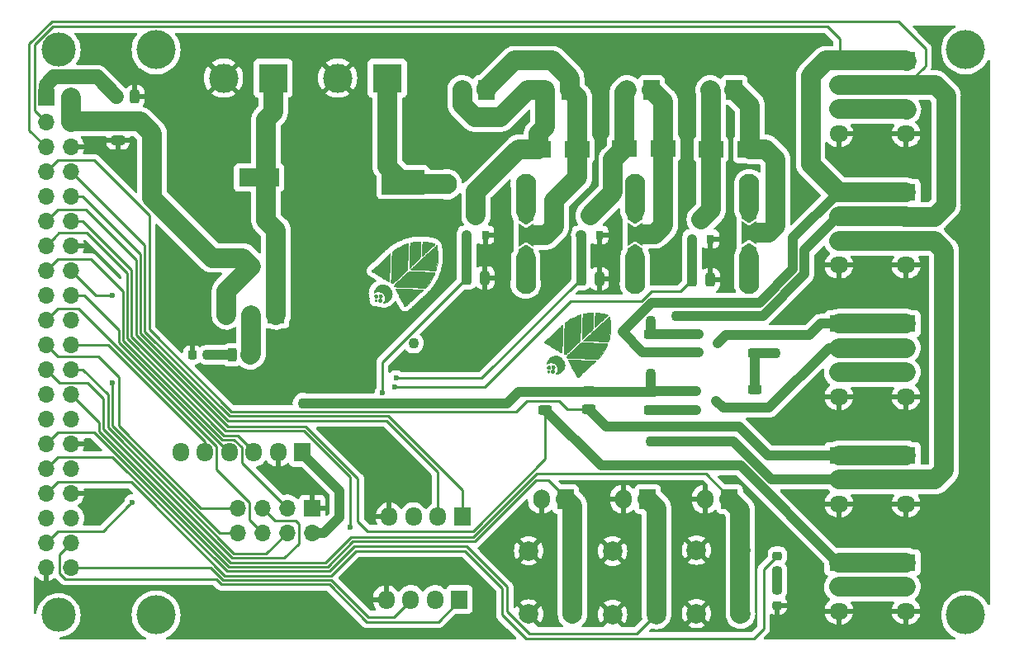
<source format=gbr>
G04 #@! TF.GenerationSoftware,KiCad,Pcbnew,7.0.7*
G04 #@! TF.CreationDate,2023-10-12T15:34:55+02:00*
G04 #@! TF.ProjectId,Astroplant_VFR,41737472-6f70-46c6-916e-745f5646522e,0.5*
G04 #@! TF.SameCoordinates,Original*
G04 #@! TF.FileFunction,Copper,L1,Top*
G04 #@! TF.FilePolarity,Positive*
%FSLAX46Y46*%
G04 Gerber Fmt 4.6, Leading zero omitted, Abs format (unit mm)*
G04 Created by KiCad (PCBNEW 7.0.7) date 2023-10-12 15:34:55*
%MOMM*%
%LPD*%
G01*
G04 APERTURE LIST*
G04 Aperture macros list*
%AMRoundRect*
0 Rectangle with rounded corners*
0 $1 Rounding radius*
0 $2 $3 $4 $5 $6 $7 $8 $9 X,Y pos of 4 corners*
0 Add a 4 corners polygon primitive as box body*
4,1,4,$2,$3,$4,$5,$6,$7,$8,$9,$2,$3,0*
0 Add four circle primitives for the rounded corners*
1,1,$1+$1,$2,$3*
1,1,$1+$1,$4,$5*
1,1,$1+$1,$6,$7*
1,1,$1+$1,$8,$9*
0 Add four rect primitives between the rounded corners*
20,1,$1+$1,$2,$3,$4,$5,0*
20,1,$1+$1,$4,$5,$6,$7,0*
20,1,$1+$1,$6,$7,$8,$9,0*
20,1,$1+$1,$8,$9,$2,$3,0*%
%AMFreePoly0*
4,1,6,1.000000,0.000000,0.500000,-0.750000,-0.500000,-0.750000,-0.500000,0.750000,0.500000,0.750000,1.000000,0.000000,1.000000,0.000000,$1*%
%AMFreePoly1*
4,1,7,0.700000,0.000000,1.200000,-0.750000,-1.200000,-0.750000,-0.700000,0.000000,-1.200000,0.750000,1.200000,0.750000,0.700000,0.000000,0.700000,0.000000,$1*%
G04 Aperture macros list end*
G04 #@! TA.AperFunction,EtchedComponent*
%ADD10C,0.010000*%
G04 #@! TD*
G04 #@! TA.AperFunction,SMDPad,CuDef*
%ADD11R,4.400000X2.500000*%
G04 #@! TD*
G04 #@! TA.AperFunction,SMDPad,CuDef*
%ADD12RoundRect,0.243750X0.456250X-0.243750X0.456250X0.243750X-0.456250X0.243750X-0.456250X-0.243750X0*%
G04 #@! TD*
G04 #@! TA.AperFunction,SMDPad,CuDef*
%ADD13RoundRect,0.243750X0.243750X0.456250X-0.243750X0.456250X-0.243750X-0.456250X0.243750X-0.456250X0*%
G04 #@! TD*
G04 #@! TA.AperFunction,SMDPad,CuDef*
%ADD14R,4.150000X1.900000*%
G04 #@! TD*
G04 #@! TA.AperFunction,SMDPad,CuDef*
%ADD15RoundRect,0.218750X0.256250X-0.218750X0.256250X0.218750X-0.256250X0.218750X-0.256250X-0.218750X0*%
G04 #@! TD*
G04 #@! TA.AperFunction,SMDPad,CuDef*
%ADD16R,2.500000X1.800000*%
G04 #@! TD*
G04 #@! TA.AperFunction,SMDPad,CuDef*
%ADD17RoundRect,0.218750X-0.218750X-0.256250X0.218750X-0.256250X0.218750X0.256250X-0.218750X0.256250X0*%
G04 #@! TD*
G04 #@! TA.AperFunction,ComponentPad*
%ADD18R,1.700000X1.950000*%
G04 #@! TD*
G04 #@! TA.AperFunction,ComponentPad*
%ADD19O,1.700000X1.950000*%
G04 #@! TD*
G04 #@! TA.AperFunction,ComponentPad*
%ADD20R,1.700000X1.700000*%
G04 #@! TD*
G04 #@! TA.AperFunction,ComponentPad*
%ADD21O,1.700000X1.700000*%
G04 #@! TD*
G04 #@! TA.AperFunction,ComponentPad*
%ADD22R,1.950000X1.700000*%
G04 #@! TD*
G04 #@! TA.AperFunction,ComponentPad*
%ADD23O,1.950000X1.700000*%
G04 #@! TD*
G04 #@! TA.AperFunction,ComponentPad*
%ADD24R,1.700000X2.000000*%
G04 #@! TD*
G04 #@! TA.AperFunction,ComponentPad*
%ADD25O,1.700000X2.000000*%
G04 #@! TD*
G04 #@! TA.AperFunction,SMDPad,CuDef*
%ADD26FreePoly0,270.000000*%
G04 #@! TD*
G04 #@! TA.AperFunction,SMDPad,CuDef*
%ADD27FreePoly1,270.000000*%
G04 #@! TD*
G04 #@! TA.AperFunction,SMDPad,CuDef*
%ADD28FreePoly0,90.000000*%
G04 #@! TD*
G04 #@! TA.AperFunction,SMDPad,CuDef*
%ADD29R,0.900000X0.800000*%
G04 #@! TD*
G04 #@! TA.AperFunction,SMDPad,CuDef*
%ADD30R,0.800000X0.900000*%
G04 #@! TD*
G04 #@! TA.AperFunction,SMDPad,CuDef*
%ADD31RoundRect,0.243750X-0.456250X0.243750X-0.456250X-0.243750X0.456250X-0.243750X0.456250X0.243750X0*%
G04 #@! TD*
G04 #@! TA.AperFunction,SMDPad,CuDef*
%ADD32RoundRect,0.218750X-0.256250X0.218750X-0.256250X-0.218750X0.256250X-0.218750X0.256250X0.218750X0*%
G04 #@! TD*
G04 #@! TA.AperFunction,SMDPad,CuDef*
%ADD33RoundRect,0.243750X-0.243750X-0.456250X0.243750X-0.456250X0.243750X0.456250X-0.243750X0.456250X0*%
G04 #@! TD*
G04 #@! TA.AperFunction,ComponentPad*
%ADD34C,2.000000*%
G04 #@! TD*
G04 #@! TA.AperFunction,ComponentPad*
%ADD35R,3.000000X3.000000*%
G04 #@! TD*
G04 #@! TA.AperFunction,ComponentPad*
%ADD36C,3.000000*%
G04 #@! TD*
G04 #@! TA.AperFunction,ViaPad*
%ADD37C,3.500000*%
G04 #@! TD*
G04 #@! TA.AperFunction,ViaPad*
%ADD38C,4.000000*%
G04 #@! TD*
G04 #@! TA.AperFunction,ViaPad*
%ADD39C,1.100000*%
G04 #@! TD*
G04 #@! TA.AperFunction,ViaPad*
%ADD40C,2.100000*%
G04 #@! TD*
G04 #@! TA.AperFunction,ViaPad*
%ADD41C,0.600000*%
G04 #@! TD*
G04 #@! TA.AperFunction,Conductor*
%ADD42C,2.000000*%
G04 #@! TD*
G04 #@! TA.AperFunction,Conductor*
%ADD43C,1.000000*%
G04 #@! TD*
G04 #@! TA.AperFunction,Conductor*
%ADD44C,1.500000*%
G04 #@! TD*
G04 #@! TA.AperFunction,Conductor*
%ADD45C,0.250000*%
G04 #@! TD*
G04 APERTURE END LIST*
D10*
X153743162Y-71385235D02*
X153773454Y-71394978D01*
X153807142Y-71419834D01*
X153830425Y-71455522D01*
X153840788Y-71497888D01*
X153841089Y-71506590D01*
X153833430Y-71546996D01*
X153812655Y-71581198D01*
X153782068Y-71606744D01*
X153744971Y-71621185D01*
X153704668Y-71622068D01*
X153690100Y-71618624D01*
X153660375Y-71605938D01*
X153637821Y-71586444D01*
X153619237Y-71559984D01*
X153604575Y-71522108D01*
X153604459Y-71484517D01*
X153616633Y-71449622D01*
X153638845Y-71419835D01*
X153668839Y-71397566D01*
X153704363Y-71385229D01*
X153743162Y-71385235D01*
G04 #@! TA.AperFunction,EtchedComponent*
G36*
X153743162Y-71385235D02*
G01*
X153773454Y-71394978D01*
X153807142Y-71419834D01*
X153830425Y-71455522D01*
X153840788Y-71497888D01*
X153841089Y-71506590D01*
X153833430Y-71546996D01*
X153812655Y-71581198D01*
X153782068Y-71606744D01*
X153744971Y-71621185D01*
X153704668Y-71622068D01*
X153690100Y-71618624D01*
X153660375Y-71605938D01*
X153637821Y-71586444D01*
X153619237Y-71559984D01*
X153604575Y-71522108D01*
X153604459Y-71484517D01*
X153616633Y-71449622D01*
X153638845Y-71419835D01*
X153668839Y-71397566D01*
X153704363Y-71385229D01*
X153743162Y-71385235D01*
G37*
G04 #@! TD.AperFunction*
X153779138Y-70920046D02*
X153817450Y-70932581D01*
X153860421Y-70960806D01*
X153891497Y-70999724D01*
X153909234Y-71046706D01*
X153912192Y-71099121D01*
X153911654Y-71104268D01*
X153898443Y-71155970D01*
X153872750Y-71196383D01*
X153835178Y-71224969D01*
X153786324Y-71241193D01*
X153754635Y-71244663D01*
X153713271Y-71244172D01*
X153683753Y-71238022D01*
X153673167Y-71233235D01*
X153630103Y-71202372D01*
X153601695Y-71164117D01*
X153586968Y-71116780D01*
X153584267Y-71079528D01*
X153591779Y-71028883D01*
X153612636Y-70985747D01*
X153644320Y-70951708D01*
X153684311Y-70928354D01*
X153730090Y-70917270D01*
X153779138Y-70920046D01*
G04 #@! TA.AperFunction,EtchedComponent*
G36*
X153779138Y-70920046D02*
G01*
X153817450Y-70932581D01*
X153860421Y-70960806D01*
X153891497Y-70999724D01*
X153909234Y-71046706D01*
X153912192Y-71099121D01*
X153911654Y-71104268D01*
X153898443Y-71155970D01*
X153872750Y-71196383D01*
X153835178Y-71224969D01*
X153786324Y-71241193D01*
X153754635Y-71244663D01*
X153713271Y-71244172D01*
X153683753Y-71238022D01*
X153673167Y-71233235D01*
X153630103Y-71202372D01*
X153601695Y-71164117D01*
X153586968Y-71116780D01*
X153584267Y-71079528D01*
X153591779Y-71028883D01*
X153612636Y-70985747D01*
X153644320Y-70951708D01*
X153684311Y-70928354D01*
X153730090Y-70917270D01*
X153779138Y-70920046D01*
G37*
G04 #@! TD.AperFunction*
X154258994Y-70907875D02*
X154296630Y-70926459D01*
X154297492Y-70927109D01*
X154330574Y-70961933D01*
X154352240Y-71004869D01*
X154362014Y-71052011D01*
X154359418Y-71099453D01*
X154343976Y-71143289D01*
X154326872Y-71167944D01*
X154289844Y-71199646D01*
X154246163Y-71220489D01*
X154200032Y-71229449D01*
X154155650Y-71225500D01*
X154130367Y-71215865D01*
X154084886Y-71183265D01*
X154053305Y-71141197D01*
X154036226Y-71090652D01*
X154033186Y-71055908D01*
X154041020Y-71007450D01*
X154063603Y-70964466D01*
X154098905Y-70930156D01*
X154121362Y-70916927D01*
X154165839Y-70902790D01*
X154213557Y-70899879D01*
X154258994Y-70907875D01*
G04 #@! TA.AperFunction,EtchedComponent*
G36*
X154258994Y-70907875D02*
G01*
X154296630Y-70926459D01*
X154297492Y-70927109D01*
X154330574Y-70961933D01*
X154352240Y-71004869D01*
X154362014Y-71052011D01*
X154359418Y-71099453D01*
X154343976Y-71143289D01*
X154326872Y-71167944D01*
X154289844Y-71199646D01*
X154246163Y-71220489D01*
X154200032Y-71229449D01*
X154155650Y-71225500D01*
X154130367Y-71215865D01*
X154084886Y-71183265D01*
X154053305Y-71141197D01*
X154036226Y-71090652D01*
X154033186Y-71055908D01*
X154041020Y-71007450D01*
X154063603Y-70964466D01*
X154098905Y-70930156D01*
X154121362Y-70916927D01*
X154165839Y-70902790D01*
X154213557Y-70899879D01*
X154258994Y-70907875D01*
G37*
G04 #@! TD.AperFunction*
X154221356Y-71353361D02*
X154260337Y-71376883D01*
X154271861Y-71388092D01*
X154297332Y-71427745D01*
X154310274Y-71473606D01*
X154311109Y-71521779D01*
X154300260Y-71568368D01*
X154278150Y-71609479D01*
X154245200Y-71641214D01*
X154244345Y-71641785D01*
X154207690Y-71658604D01*
X154163974Y-71667729D01*
X154119934Y-71668463D01*
X154082309Y-71660108D01*
X154079409Y-71658860D01*
X154040166Y-71632351D01*
X154010592Y-71594961D01*
X153991704Y-71550364D01*
X153984516Y-71502232D01*
X153990043Y-71454240D01*
X154009301Y-71410060D01*
X154010252Y-71408604D01*
X154041594Y-71375530D01*
X154082286Y-71353162D01*
X154128419Y-71341807D01*
X154176079Y-71341771D01*
X154221356Y-71353361D01*
G04 #@! TA.AperFunction,EtchedComponent*
G36*
X154221356Y-71353361D02*
G01*
X154260337Y-71376883D01*
X154271861Y-71388092D01*
X154297332Y-71427745D01*
X154310274Y-71473606D01*
X154311109Y-71521779D01*
X154300260Y-71568368D01*
X154278150Y-71609479D01*
X154245200Y-71641214D01*
X154244345Y-71641785D01*
X154207690Y-71658604D01*
X154163974Y-71667729D01*
X154119934Y-71668463D01*
X154082309Y-71660108D01*
X154079409Y-71658860D01*
X154040166Y-71632351D01*
X154010592Y-71594961D01*
X153991704Y-71550364D01*
X153984516Y-71502232D01*
X153990043Y-71454240D01*
X154009301Y-71410060D01*
X154010252Y-71408604D01*
X154041594Y-71375530D01*
X154082286Y-71353162D01*
X154128419Y-71341807D01*
X154176079Y-71341771D01*
X154221356Y-71353361D01*
G37*
G04 #@! TD.AperFunction*
X158691287Y-65474233D02*
X158746963Y-65478893D01*
X158814154Y-65486218D01*
X158890320Y-65495848D01*
X158972923Y-65507422D01*
X159059424Y-65520580D01*
X159147285Y-65534961D01*
X159233968Y-65550204D01*
X159316933Y-65565949D01*
X159341600Y-65570896D01*
X159392205Y-65581598D01*
X159447656Y-65594023D01*
X159505425Y-65607531D01*
X159562983Y-65621482D01*
X159617802Y-65635238D01*
X159667354Y-65648157D01*
X159709111Y-65659602D01*
X159740545Y-65668931D01*
X159759127Y-65675506D01*
X159762639Y-65677410D01*
X159770297Y-65691681D01*
X159773405Y-65712820D01*
X159771547Y-65726152D01*
X159764651Y-65740551D01*
X159750736Y-65758643D01*
X159727826Y-65783056D01*
X159699257Y-65811267D01*
X159658142Y-65850907D01*
X159608951Y-65897888D01*
X159552685Y-65951283D01*
X159490340Y-66010166D01*
X159422918Y-66073610D01*
X159351416Y-66140689D01*
X159276834Y-66210476D01*
X159200170Y-66282046D01*
X159122423Y-66354472D01*
X159044592Y-66426827D01*
X158967677Y-66498186D01*
X158892676Y-66567622D01*
X158820588Y-66634208D01*
X158752411Y-66697019D01*
X158689146Y-66755127D01*
X158631790Y-66807607D01*
X158581344Y-66853533D01*
X158538804Y-66891977D01*
X158505172Y-66922014D01*
X158481444Y-66942718D01*
X158468621Y-66953161D01*
X158466692Y-66954267D01*
X158465352Y-66946374D01*
X158464915Y-66924944D01*
X158465385Y-66893350D01*
X158466586Y-66859017D01*
X158467554Y-66834559D01*
X158469009Y-66794810D01*
X158470897Y-66741404D01*
X158473161Y-66675975D01*
X158475747Y-66600155D01*
X158478600Y-66515580D01*
X158481662Y-66423882D01*
X158484880Y-66326695D01*
X158488196Y-66225653D01*
X158490416Y-66157553D01*
X158494315Y-66037412D01*
X158497754Y-65933042D01*
X158500862Y-65843292D01*
X158503773Y-65767011D01*
X158506616Y-65703046D01*
X158509524Y-65650246D01*
X158512628Y-65607460D01*
X158516059Y-65573535D01*
X158519948Y-65547321D01*
X158524428Y-65527666D01*
X158529629Y-65513418D01*
X158535683Y-65503426D01*
X158542722Y-65496538D01*
X158550875Y-65491602D01*
X158560276Y-65487467D01*
X158567191Y-65484633D01*
X158591546Y-65478088D01*
X158624459Y-65473718D01*
X158649663Y-65472600D01*
X158691287Y-65474233D01*
G04 #@! TA.AperFunction,EtchedComponent*
G36*
X158691287Y-65474233D02*
G01*
X158746963Y-65478893D01*
X158814154Y-65486218D01*
X158890320Y-65495848D01*
X158972923Y-65507422D01*
X159059424Y-65520580D01*
X159147285Y-65534961D01*
X159233968Y-65550204D01*
X159316933Y-65565949D01*
X159341600Y-65570896D01*
X159392205Y-65581598D01*
X159447656Y-65594023D01*
X159505425Y-65607531D01*
X159562983Y-65621482D01*
X159617802Y-65635238D01*
X159667354Y-65648157D01*
X159709111Y-65659602D01*
X159740545Y-65668931D01*
X159759127Y-65675506D01*
X159762639Y-65677410D01*
X159770297Y-65691681D01*
X159773405Y-65712820D01*
X159771547Y-65726152D01*
X159764651Y-65740551D01*
X159750736Y-65758643D01*
X159727826Y-65783056D01*
X159699257Y-65811267D01*
X159658142Y-65850907D01*
X159608951Y-65897888D01*
X159552685Y-65951283D01*
X159490340Y-66010166D01*
X159422918Y-66073610D01*
X159351416Y-66140689D01*
X159276834Y-66210476D01*
X159200170Y-66282046D01*
X159122423Y-66354472D01*
X159044592Y-66426827D01*
X158967677Y-66498186D01*
X158892676Y-66567622D01*
X158820588Y-66634208D01*
X158752411Y-66697019D01*
X158689146Y-66755127D01*
X158631790Y-66807607D01*
X158581344Y-66853533D01*
X158538804Y-66891977D01*
X158505172Y-66922014D01*
X158481444Y-66942718D01*
X158468621Y-66953161D01*
X158466692Y-66954267D01*
X158465352Y-66946374D01*
X158464915Y-66924944D01*
X158465385Y-66893350D01*
X158466586Y-66859017D01*
X158467554Y-66834559D01*
X158469009Y-66794810D01*
X158470897Y-66741404D01*
X158473161Y-66675975D01*
X158475747Y-66600155D01*
X158478600Y-66515580D01*
X158481662Y-66423882D01*
X158484880Y-66326695D01*
X158488196Y-66225653D01*
X158490416Y-66157553D01*
X158494315Y-66037412D01*
X158497754Y-65933042D01*
X158500862Y-65843292D01*
X158503773Y-65767011D01*
X158506616Y-65703046D01*
X158509524Y-65650246D01*
X158512628Y-65607460D01*
X158516059Y-65573535D01*
X158519948Y-65547321D01*
X158524428Y-65527666D01*
X158529629Y-65513418D01*
X158535683Y-65503426D01*
X158542722Y-65496538D01*
X158550875Y-65491602D01*
X158560276Y-65487467D01*
X158567191Y-65484633D01*
X158591546Y-65478088D01*
X158624459Y-65473718D01*
X158649663Y-65472600D01*
X158691287Y-65474233D01*
G37*
G04 #@! TD.AperFunction*
X155172385Y-66933100D02*
X155166582Y-67159946D01*
X155160288Y-67390630D01*
X155153574Y-67623001D01*
X155146511Y-67854912D01*
X155139171Y-68084212D01*
X155131627Y-68308753D01*
X155123949Y-68526386D01*
X155116209Y-68734960D01*
X155108478Y-68932328D01*
X155100829Y-69116339D01*
X155095832Y-69230059D01*
X155092257Y-69306709D01*
X155089051Y-69368320D01*
X155086041Y-69416779D01*
X155083054Y-69453972D01*
X155079915Y-69481786D01*
X155076452Y-69502105D01*
X155072490Y-69516818D01*
X155068568Y-69526392D01*
X155053496Y-69548922D01*
X155037588Y-69559217D01*
X155036300Y-69559402D01*
X155026882Y-69555308D01*
X155003871Y-69542920D01*
X154968137Y-69522749D01*
X154920548Y-69495311D01*
X154861975Y-69461119D01*
X154793286Y-69420687D01*
X154715351Y-69374527D01*
X154629038Y-69323155D01*
X154535218Y-69267084D01*
X154434758Y-69206826D01*
X154328529Y-69142897D01*
X154217400Y-69075810D01*
X154190029Y-69059256D01*
X154081129Y-68993304D01*
X153975998Y-68929510D01*
X153875578Y-68868454D01*
X153780812Y-68810714D01*
X153692643Y-68756867D01*
X153612011Y-68707492D01*
X153539861Y-68663168D01*
X153477134Y-68624472D01*
X153424773Y-68591984D01*
X153383721Y-68566282D01*
X153354919Y-68547944D01*
X153339311Y-68537548D01*
X153337012Y-68535779D01*
X153322351Y-68519504D01*
X153315314Y-68501386D01*
X153313350Y-68474366D01*
X153313334Y-68470282D01*
X153314468Y-68444304D01*
X153319874Y-68425659D01*
X153332552Y-68407632D01*
X153349317Y-68389785D01*
X153358395Y-68381132D01*
X153379069Y-68361811D01*
X153410473Y-68332616D01*
X153451743Y-68294346D01*
X153502015Y-68247799D01*
X153560424Y-68193770D01*
X153626104Y-68133057D01*
X153698193Y-68066457D01*
X153775824Y-67994768D01*
X153858133Y-67918787D01*
X153944256Y-67839310D01*
X154033328Y-67757135D01*
X154124484Y-67673059D01*
X154216860Y-67587879D01*
X154309591Y-67502392D01*
X154401812Y-67417396D01*
X154492660Y-67333688D01*
X154581268Y-67252064D01*
X154666773Y-67173322D01*
X154748310Y-67098259D01*
X154825014Y-67027673D01*
X154896020Y-66962359D01*
X154960465Y-66903117D01*
X155017483Y-66850741D01*
X155066209Y-66806031D01*
X155105780Y-66769783D01*
X155135330Y-66742793D01*
X155153995Y-66725860D01*
X155157963Y-66722309D01*
X155178026Y-66704500D01*
X155172385Y-66933100D01*
G04 #@! TA.AperFunction,EtchedComponent*
G36*
X155172385Y-66933100D02*
G01*
X155166582Y-67159946D01*
X155160288Y-67390630D01*
X155153574Y-67623001D01*
X155146511Y-67854912D01*
X155139171Y-68084212D01*
X155131627Y-68308753D01*
X155123949Y-68526386D01*
X155116209Y-68734960D01*
X155108478Y-68932328D01*
X155100829Y-69116339D01*
X155095832Y-69230059D01*
X155092257Y-69306709D01*
X155089051Y-69368320D01*
X155086041Y-69416779D01*
X155083054Y-69453972D01*
X155079915Y-69481786D01*
X155076452Y-69502105D01*
X155072490Y-69516818D01*
X155068568Y-69526392D01*
X155053496Y-69548922D01*
X155037588Y-69559217D01*
X155036300Y-69559402D01*
X155026882Y-69555308D01*
X155003871Y-69542920D01*
X154968137Y-69522749D01*
X154920548Y-69495311D01*
X154861975Y-69461119D01*
X154793286Y-69420687D01*
X154715351Y-69374527D01*
X154629038Y-69323155D01*
X154535218Y-69267084D01*
X154434758Y-69206826D01*
X154328529Y-69142897D01*
X154217400Y-69075810D01*
X154190029Y-69059256D01*
X154081129Y-68993304D01*
X153975998Y-68929510D01*
X153875578Y-68868454D01*
X153780812Y-68810714D01*
X153692643Y-68756867D01*
X153612011Y-68707492D01*
X153539861Y-68663168D01*
X153477134Y-68624472D01*
X153424773Y-68591984D01*
X153383721Y-68566282D01*
X153354919Y-68547944D01*
X153339311Y-68537548D01*
X153337012Y-68535779D01*
X153322351Y-68519504D01*
X153315314Y-68501386D01*
X153313350Y-68474366D01*
X153313334Y-68470282D01*
X153314468Y-68444304D01*
X153319874Y-68425659D01*
X153332552Y-68407632D01*
X153349317Y-68389785D01*
X153358395Y-68381132D01*
X153379069Y-68361811D01*
X153410473Y-68332616D01*
X153451743Y-68294346D01*
X153502015Y-68247799D01*
X153560424Y-68193770D01*
X153626104Y-68133057D01*
X153698193Y-68066457D01*
X153775824Y-67994768D01*
X153858133Y-67918787D01*
X153944256Y-67839310D01*
X154033328Y-67757135D01*
X154124484Y-67673059D01*
X154216860Y-67587879D01*
X154309591Y-67502392D01*
X154401812Y-67417396D01*
X154492660Y-67333688D01*
X154581268Y-67252064D01*
X154666773Y-67173322D01*
X154748310Y-67098259D01*
X154825014Y-67027673D01*
X154896020Y-66962359D01*
X154960465Y-66903117D01*
X155017483Y-66850741D01*
X155066209Y-66806031D01*
X155105780Y-66769783D01*
X155135330Y-66742793D01*
X155153995Y-66725860D01*
X155157963Y-66722309D01*
X155178026Y-66704500D01*
X155172385Y-66933100D01*
G37*
G04 #@! TD.AperFunction*
X154546953Y-69893571D02*
X154661545Y-69915258D01*
X154773193Y-69952670D01*
X154880879Y-70005591D01*
X154983581Y-70073808D01*
X155080279Y-70157106D01*
X155107076Y-70184077D01*
X155190100Y-70281784D01*
X155257878Y-70385391D01*
X155310295Y-70493764D01*
X155347236Y-70605771D01*
X155368586Y-70720277D01*
X155374229Y-70836149D01*
X155364050Y-70952254D01*
X155337935Y-71067458D01*
X155295766Y-71180628D01*
X155237431Y-71290630D01*
X155222063Y-71314832D01*
X155187637Y-71361874D01*
X155143490Y-71414050D01*
X155093590Y-71467275D01*
X155041905Y-71517460D01*
X154992403Y-71560519D01*
X154959193Y-71585610D01*
X154886583Y-71630464D01*
X154806322Y-71670914D01*
X154724865Y-71703988D01*
X154657648Y-71724547D01*
X154614156Y-71734499D01*
X154572209Y-71742484D01*
X154534917Y-71748092D01*
X154505390Y-71750916D01*
X154486737Y-71750546D01*
X154481734Y-71747677D01*
X154486486Y-71738399D01*
X154498956Y-71719761D01*
X154516462Y-71695770D01*
X154516762Y-71695372D01*
X154559990Y-71628337D01*
X154597421Y-71550947D01*
X154626171Y-71469527D01*
X154634802Y-71436355D01*
X154642774Y-71398914D01*
X154647732Y-71366122D01*
X154650070Y-71332519D01*
X154650179Y-71292645D01*
X154648600Y-71244521D01*
X154644408Y-71176835D01*
X154637230Y-71120603D01*
X154625772Y-71070430D01*
X154608740Y-71020921D01*
X154584841Y-70966682D01*
X154579112Y-70954767D01*
X154527085Y-70865725D01*
X154463245Y-70788572D01*
X154387360Y-70723118D01*
X154299200Y-70669175D01*
X154198532Y-70626553D01*
X154163816Y-70615327D01*
X154130156Y-70605779D01*
X154100678Y-70599287D01*
X154070528Y-70595277D01*
X154034848Y-70593175D01*
X153988784Y-70592408D01*
X153969500Y-70592348D01*
X153914488Y-70592890D01*
X153871545Y-70594965D01*
X153835841Y-70599044D01*
X153802545Y-70605599D01*
X153783233Y-70610503D01*
X153712131Y-70634099D01*
X153642256Y-70665301D01*
X153579963Y-70701098D01*
X153555056Y-70718695D01*
X153513910Y-70750112D01*
X153519863Y-70691573D01*
X153533216Y-70617214D01*
X153557915Y-70536294D01*
X153592183Y-70452951D01*
X153634240Y-70371327D01*
X153682311Y-70295559D01*
X153700577Y-70270735D01*
X153763933Y-70197584D01*
X153838733Y-70126912D01*
X153920622Y-70062196D01*
X154005243Y-70006910D01*
X154079567Y-69968344D01*
X154195726Y-69924994D01*
X154313023Y-69898224D01*
X154430439Y-69887821D01*
X154546953Y-69893571D01*
G04 #@! TA.AperFunction,EtchedComponent*
G36*
X154546953Y-69893571D02*
G01*
X154661545Y-69915258D01*
X154773193Y-69952670D01*
X154880879Y-70005591D01*
X154983581Y-70073808D01*
X155080279Y-70157106D01*
X155107076Y-70184077D01*
X155190100Y-70281784D01*
X155257878Y-70385391D01*
X155310295Y-70493764D01*
X155347236Y-70605771D01*
X155368586Y-70720277D01*
X155374229Y-70836149D01*
X155364050Y-70952254D01*
X155337935Y-71067458D01*
X155295766Y-71180628D01*
X155237431Y-71290630D01*
X155222063Y-71314832D01*
X155187637Y-71361874D01*
X155143490Y-71414050D01*
X155093590Y-71467275D01*
X155041905Y-71517460D01*
X154992403Y-71560519D01*
X154959193Y-71585610D01*
X154886583Y-71630464D01*
X154806322Y-71670914D01*
X154724865Y-71703988D01*
X154657648Y-71724547D01*
X154614156Y-71734499D01*
X154572209Y-71742484D01*
X154534917Y-71748092D01*
X154505390Y-71750916D01*
X154486737Y-71750546D01*
X154481734Y-71747677D01*
X154486486Y-71738399D01*
X154498956Y-71719761D01*
X154516462Y-71695770D01*
X154516762Y-71695372D01*
X154559990Y-71628337D01*
X154597421Y-71550947D01*
X154626171Y-71469527D01*
X154634802Y-71436355D01*
X154642774Y-71398914D01*
X154647732Y-71366122D01*
X154650070Y-71332519D01*
X154650179Y-71292645D01*
X154648600Y-71244521D01*
X154644408Y-71176835D01*
X154637230Y-71120603D01*
X154625772Y-71070430D01*
X154608740Y-71020921D01*
X154584841Y-70966682D01*
X154579112Y-70954767D01*
X154527085Y-70865725D01*
X154463245Y-70788572D01*
X154387360Y-70723118D01*
X154299200Y-70669175D01*
X154198532Y-70626553D01*
X154163816Y-70615327D01*
X154130156Y-70605779D01*
X154100678Y-70599287D01*
X154070528Y-70595277D01*
X154034848Y-70593175D01*
X153988784Y-70592408D01*
X153969500Y-70592348D01*
X153914488Y-70592890D01*
X153871545Y-70594965D01*
X153835841Y-70599044D01*
X153802545Y-70605599D01*
X153783233Y-70610503D01*
X153712131Y-70634099D01*
X153642256Y-70665301D01*
X153579963Y-70701098D01*
X153555056Y-70718695D01*
X153513910Y-70750112D01*
X153519863Y-70691573D01*
X153533216Y-70617214D01*
X153557915Y-70536294D01*
X153592183Y-70452951D01*
X153634240Y-70371327D01*
X153682311Y-70295559D01*
X153700577Y-70270735D01*
X153763933Y-70197584D01*
X153838733Y-70126912D01*
X153920622Y-70062196D01*
X154005243Y-70006910D01*
X154079567Y-69968344D01*
X154195726Y-69924994D01*
X154313023Y-69898224D01*
X154430439Y-69887821D01*
X154546953Y-69893571D01*
G37*
G04 #@! TD.AperFunction*
X159947673Y-65864185D02*
X159951340Y-65874255D01*
X159957545Y-65898220D01*
X159965713Y-65933332D01*
X159975270Y-65976841D01*
X159985640Y-66025998D01*
X159996248Y-66078053D01*
X160006520Y-66130257D01*
X160015881Y-66179862D01*
X160023755Y-66224117D01*
X160026905Y-66243067D01*
X160062156Y-66513202D01*
X160081570Y-66786303D01*
X160085240Y-67060779D01*
X160073259Y-67335044D01*
X160045721Y-67607508D01*
X160002719Y-67876584D01*
X159944346Y-68140682D01*
X159907237Y-68277996D01*
X159887624Y-68337211D01*
X159867123Y-68380606D01*
X159844939Y-68409294D01*
X159820279Y-68424390D01*
X159800610Y-68427467D01*
X159778317Y-68428472D01*
X159763509Y-68430668D01*
X159753874Y-68430679D01*
X159728278Y-68429982D01*
X159687676Y-68428614D01*
X159633023Y-68426614D01*
X159565277Y-68424021D01*
X159485391Y-68420873D01*
X159394322Y-68417210D01*
X159293025Y-68413071D01*
X159182456Y-68408493D01*
X159063570Y-68403516D01*
X158937323Y-68398178D01*
X158804670Y-68392518D01*
X158666568Y-68386575D01*
X158534728Y-68380856D01*
X158392566Y-68374638D01*
X158255056Y-68368570D01*
X158123146Y-68362695D01*
X157997784Y-68357058D01*
X157879919Y-68351703D01*
X157770499Y-68346675D01*
X157670473Y-68342019D01*
X157580789Y-68337778D01*
X157502394Y-68333998D01*
X157436238Y-68330722D01*
X157383270Y-68327995D01*
X157344436Y-68325863D01*
X157320686Y-68324368D01*
X157312965Y-68323587D01*
X157317932Y-68316796D01*
X157334678Y-68299100D01*
X157362563Y-68271100D01*
X157400946Y-68233402D01*
X157449185Y-68186609D01*
X157506640Y-68131325D01*
X157572671Y-68068153D01*
X157646637Y-67997697D01*
X157727895Y-67920560D01*
X157815807Y-67837348D01*
X157909731Y-67748662D01*
X158009026Y-67655108D01*
X158113052Y-67557288D01*
X158221168Y-67455807D01*
X158332732Y-67351268D01*
X158447104Y-67244275D01*
X158563644Y-67135431D01*
X158681710Y-67025341D01*
X158800661Y-66914608D01*
X158919858Y-66803835D01*
X159038659Y-66693627D01*
X159156423Y-66584587D01*
X159272509Y-66477319D01*
X159278633Y-66471667D01*
X159384584Y-66373896D01*
X159478788Y-66287000D01*
X159561930Y-66210359D01*
X159634695Y-66143350D01*
X159697768Y-66085351D01*
X159751833Y-66035741D01*
X159797575Y-65993898D01*
X159835679Y-65959201D01*
X159866830Y-65931026D01*
X159891712Y-65908753D01*
X159911011Y-65891761D01*
X159925411Y-65879426D01*
X159935596Y-65871127D01*
X159942253Y-65866243D01*
X159946065Y-65864152D01*
X159947673Y-65864185D01*
G04 #@! TA.AperFunction,EtchedComponent*
G36*
X159947673Y-65864185D02*
G01*
X159951340Y-65874255D01*
X159957545Y-65898220D01*
X159965713Y-65933332D01*
X159975270Y-65976841D01*
X159985640Y-66025998D01*
X159996248Y-66078053D01*
X160006520Y-66130257D01*
X160015881Y-66179862D01*
X160023755Y-66224117D01*
X160026905Y-66243067D01*
X160062156Y-66513202D01*
X160081570Y-66786303D01*
X160085240Y-67060779D01*
X160073259Y-67335044D01*
X160045721Y-67607508D01*
X160002719Y-67876584D01*
X159944346Y-68140682D01*
X159907237Y-68277996D01*
X159887624Y-68337211D01*
X159867123Y-68380606D01*
X159844939Y-68409294D01*
X159820279Y-68424390D01*
X159800610Y-68427467D01*
X159778317Y-68428472D01*
X159763509Y-68430668D01*
X159753874Y-68430679D01*
X159728278Y-68429982D01*
X159687676Y-68428614D01*
X159633023Y-68426614D01*
X159565277Y-68424021D01*
X159485391Y-68420873D01*
X159394322Y-68417210D01*
X159293025Y-68413071D01*
X159182456Y-68408493D01*
X159063570Y-68403516D01*
X158937323Y-68398178D01*
X158804670Y-68392518D01*
X158666568Y-68386575D01*
X158534728Y-68380856D01*
X158392566Y-68374638D01*
X158255056Y-68368570D01*
X158123146Y-68362695D01*
X157997784Y-68357058D01*
X157879919Y-68351703D01*
X157770499Y-68346675D01*
X157670473Y-68342019D01*
X157580789Y-68337778D01*
X157502394Y-68333998D01*
X157436238Y-68330722D01*
X157383270Y-68327995D01*
X157344436Y-68325863D01*
X157320686Y-68324368D01*
X157312965Y-68323587D01*
X157317932Y-68316796D01*
X157334678Y-68299100D01*
X157362563Y-68271100D01*
X157400946Y-68233402D01*
X157449185Y-68186609D01*
X157506640Y-68131325D01*
X157572671Y-68068153D01*
X157646637Y-67997697D01*
X157727895Y-67920560D01*
X157815807Y-67837348D01*
X157909731Y-67748662D01*
X158009026Y-67655108D01*
X158113052Y-67557288D01*
X158221168Y-67455807D01*
X158332732Y-67351268D01*
X158447104Y-67244275D01*
X158563644Y-67135431D01*
X158681710Y-67025341D01*
X158800661Y-66914608D01*
X158919858Y-66803835D01*
X159038659Y-66693627D01*
X159156423Y-66584587D01*
X159272509Y-66477319D01*
X159278633Y-66471667D01*
X159384584Y-66373896D01*
X159478788Y-66287000D01*
X159561930Y-66210359D01*
X159634695Y-66143350D01*
X159697768Y-66085351D01*
X159751833Y-66035741D01*
X159797575Y-65993898D01*
X159835679Y-65959201D01*
X159866830Y-65931026D01*
X159891712Y-65908753D01*
X159911011Y-65891761D01*
X159925411Y-65879426D01*
X159935596Y-65871127D01*
X159942253Y-65866243D01*
X159946065Y-65864152D01*
X159947673Y-65864185D01*
G37*
G04 #@! TD.AperFunction*
X158200836Y-65474252D02*
X158239525Y-65477065D01*
X158267755Y-65482731D01*
X158287662Y-65491665D01*
X158301377Y-65504283D01*
X158310462Y-65519725D01*
X158312251Y-65526911D01*
X158313542Y-65540200D01*
X158314311Y-65560561D01*
X158314536Y-65588959D01*
X158314192Y-65626363D01*
X158313258Y-65673739D01*
X158311708Y-65732056D01*
X158309521Y-65802279D01*
X158306672Y-65885376D01*
X158303138Y-65982315D01*
X158298897Y-66094062D01*
X158293924Y-66221585D01*
X158292954Y-66246182D01*
X158288561Y-66356024D01*
X158284198Y-66462562D01*
X158279929Y-66564359D01*
X158275821Y-66659975D01*
X158271936Y-66747970D01*
X158268342Y-66826905D01*
X158265101Y-66895340D01*
X158262281Y-66951837D01*
X158259944Y-66994955D01*
X158258157Y-67023256D01*
X158257536Y-67030921D01*
X158250140Y-67088308D01*
X158239111Y-67133600D01*
X158222835Y-67171511D01*
X158199700Y-67206759D01*
X158195617Y-67212009D01*
X158186562Y-67221389D01*
X158166216Y-67241174D01*
X158135736Y-67270286D01*
X158096278Y-67307649D01*
X158049000Y-67352189D01*
X157995059Y-67402828D01*
X157935613Y-67458492D01*
X157871817Y-67518104D01*
X157804830Y-67580588D01*
X157735808Y-67644869D01*
X157665908Y-67709870D01*
X157596288Y-67774516D01*
X157528104Y-67837732D01*
X157462514Y-67898440D01*
X157400675Y-67955565D01*
X157343744Y-68008032D01*
X157292877Y-68054764D01*
X157249232Y-68094685D01*
X157213967Y-68126721D01*
X157188237Y-68149794D01*
X157173201Y-68162829D01*
X157171853Y-68163920D01*
X157161541Y-68170266D01*
X157157803Y-68164332D01*
X157157468Y-68151220D01*
X157157776Y-68140051D01*
X157158619Y-68112922D01*
X157159963Y-68070795D01*
X157161777Y-68014635D01*
X157164030Y-67945405D01*
X157166689Y-67864068D01*
X157169724Y-67771587D01*
X157173102Y-67668926D01*
X157176792Y-67557049D01*
X157180762Y-67436919D01*
X157184981Y-67309499D01*
X157189416Y-67175753D01*
X157194037Y-67036644D01*
X157198781Y-66894048D01*
X157204703Y-66717096D01*
X157210149Y-66556396D01*
X157215148Y-66411275D01*
X157219727Y-66281060D01*
X157223916Y-66165077D01*
X157227741Y-66062654D01*
X157231232Y-65973117D01*
X157234416Y-65895793D01*
X157237322Y-65830008D01*
X157239978Y-65775090D01*
X157242412Y-65730364D01*
X157244652Y-65695158D01*
X157246727Y-65668798D01*
X157248664Y-65650612D01*
X157250492Y-65639924D01*
X157251430Y-65637065D01*
X157262184Y-65619160D01*
X157277007Y-65603778D01*
X157297693Y-65590281D01*
X157326038Y-65578033D01*
X157363835Y-65566395D01*
X157412879Y-65554732D01*
X157474966Y-65542406D01*
X157551889Y-65528780D01*
X157560660Y-65527289D01*
X157783499Y-65496580D01*
X158014876Y-65478414D01*
X158083554Y-65475522D01*
X158149557Y-65473876D01*
X158200836Y-65474252D01*
G04 #@! TA.AperFunction,EtchedComponent*
G36*
X158200836Y-65474252D02*
G01*
X158239525Y-65477065D01*
X158267755Y-65482731D01*
X158287662Y-65491665D01*
X158301377Y-65504283D01*
X158310462Y-65519725D01*
X158312251Y-65526911D01*
X158313542Y-65540200D01*
X158314311Y-65560561D01*
X158314536Y-65588959D01*
X158314192Y-65626363D01*
X158313258Y-65673739D01*
X158311708Y-65732056D01*
X158309521Y-65802279D01*
X158306672Y-65885376D01*
X158303138Y-65982315D01*
X158298897Y-66094062D01*
X158293924Y-66221585D01*
X158292954Y-66246182D01*
X158288561Y-66356024D01*
X158284198Y-66462562D01*
X158279929Y-66564359D01*
X158275821Y-66659975D01*
X158271936Y-66747970D01*
X158268342Y-66826905D01*
X158265101Y-66895340D01*
X158262281Y-66951837D01*
X158259944Y-66994955D01*
X158258157Y-67023256D01*
X158257536Y-67030921D01*
X158250140Y-67088308D01*
X158239111Y-67133600D01*
X158222835Y-67171511D01*
X158199700Y-67206759D01*
X158195617Y-67212009D01*
X158186562Y-67221389D01*
X158166216Y-67241174D01*
X158135736Y-67270286D01*
X158096278Y-67307649D01*
X158049000Y-67352189D01*
X157995059Y-67402828D01*
X157935613Y-67458492D01*
X157871817Y-67518104D01*
X157804830Y-67580588D01*
X157735808Y-67644869D01*
X157665908Y-67709870D01*
X157596288Y-67774516D01*
X157528104Y-67837732D01*
X157462514Y-67898440D01*
X157400675Y-67955565D01*
X157343744Y-68008032D01*
X157292877Y-68054764D01*
X157249232Y-68094685D01*
X157213967Y-68126721D01*
X157188237Y-68149794D01*
X157173201Y-68162829D01*
X157171853Y-68163920D01*
X157161541Y-68170266D01*
X157157803Y-68164332D01*
X157157468Y-68151220D01*
X157157776Y-68140051D01*
X157158619Y-68112922D01*
X157159963Y-68070795D01*
X157161777Y-68014635D01*
X157164030Y-67945405D01*
X157166689Y-67864068D01*
X157169724Y-67771587D01*
X157173102Y-67668926D01*
X157176792Y-67557049D01*
X157180762Y-67436919D01*
X157184981Y-67309499D01*
X157189416Y-67175753D01*
X157194037Y-67036644D01*
X157198781Y-66894048D01*
X157204703Y-66717096D01*
X157210149Y-66556396D01*
X157215148Y-66411275D01*
X157219727Y-66281060D01*
X157223916Y-66165077D01*
X157227741Y-66062654D01*
X157231232Y-65973117D01*
X157234416Y-65895793D01*
X157237322Y-65830008D01*
X157239978Y-65775090D01*
X157242412Y-65730364D01*
X157244652Y-65695158D01*
X157246727Y-65668798D01*
X157248664Y-65650612D01*
X157250492Y-65639924D01*
X157251430Y-65637065D01*
X157262184Y-65619160D01*
X157277007Y-65603778D01*
X157297693Y-65590281D01*
X157326038Y-65578033D01*
X157363835Y-65566395D01*
X157412879Y-65554732D01*
X157474966Y-65542406D01*
X157551889Y-65528780D01*
X157560660Y-65527289D01*
X157783499Y-65496580D01*
X158014876Y-65478414D01*
X158083554Y-65475522D01*
X158149557Y-65473876D01*
X158200836Y-65474252D01*
G37*
G04 #@! TD.AperFunction*
X155946656Y-70308476D02*
X156020473Y-70309767D01*
X156106346Y-70311675D01*
X156203303Y-70314165D01*
X156310372Y-70317204D01*
X156426580Y-70320756D01*
X156550957Y-70324789D01*
X156682531Y-70329267D01*
X156820329Y-70334158D01*
X156963379Y-70339426D01*
X157110710Y-70345038D01*
X157261351Y-70350959D01*
X157414328Y-70357156D01*
X157568670Y-70363594D01*
X157723406Y-70370240D01*
X157877563Y-70377059D01*
X158030170Y-70384017D01*
X158180254Y-70391081D01*
X158326844Y-70398215D01*
X158384867Y-70401110D01*
X158439867Y-70404015D01*
X158488980Y-70406876D01*
X158529757Y-70409528D01*
X158559746Y-70411807D01*
X158576501Y-70413547D01*
X158579151Y-70414167D01*
X158580069Y-70414512D01*
X158581080Y-70414660D01*
X158581606Y-70415149D01*
X158581070Y-70416521D01*
X158578896Y-70419315D01*
X158574506Y-70424071D01*
X158567322Y-70431329D01*
X158556768Y-70441629D01*
X158542266Y-70455512D01*
X158523240Y-70473517D01*
X158499111Y-70496185D01*
X158469302Y-70524054D01*
X158433238Y-70557666D01*
X158390339Y-70597561D01*
X158340030Y-70644277D01*
X158281732Y-70698357D01*
X158214869Y-70760338D01*
X158138863Y-70830763D01*
X158053137Y-70910169D01*
X157957114Y-70999098D01*
X157850217Y-71098090D01*
X157731868Y-71207684D01*
X157644682Y-71288423D01*
X157521000Y-71402941D01*
X157409114Y-71506485D01*
X157308413Y-71599603D01*
X157218286Y-71682842D01*
X157138121Y-71756751D01*
X157067307Y-71821880D01*
X157005232Y-71878775D01*
X156951285Y-71927985D01*
X156904854Y-71970058D01*
X156865327Y-72005543D01*
X156832094Y-72034989D01*
X156804543Y-72058943D01*
X156782062Y-72077953D01*
X156764041Y-72092568D01*
X156749866Y-72103337D01*
X156738928Y-72110807D01*
X156730614Y-72115527D01*
X156724314Y-72118046D01*
X156719414Y-72118911D01*
X156718503Y-72118933D01*
X156693857Y-72114757D01*
X156672227Y-72099830D01*
X156664068Y-72091417D01*
X156656926Y-72080343D01*
X156642597Y-72055188D01*
X156621604Y-72016946D01*
X156594471Y-71966612D01*
X156561722Y-71905180D01*
X156523881Y-71833644D01*
X156481472Y-71752999D01*
X156435019Y-71664239D01*
X156385046Y-71568359D01*
X156332077Y-71466352D01*
X156276636Y-71359213D01*
X156219247Y-71247937D01*
X156203831Y-71217983D01*
X156130533Y-71075346D01*
X156064842Y-70947179D01*
X156006497Y-70832958D01*
X155955238Y-70732160D01*
X155910803Y-70644259D01*
X155872931Y-70568733D01*
X155841362Y-70505057D01*
X155815835Y-70452707D01*
X155796088Y-70411160D01*
X155781862Y-70379890D01*
X155772894Y-70358374D01*
X155768924Y-70346089D01*
X155768667Y-70343961D01*
X155771120Y-70323532D01*
X155781257Y-70313464D01*
X155791382Y-70310155D01*
X155807258Y-70308640D01*
X155839077Y-70307878D01*
X155885867Y-70307835D01*
X155946656Y-70308476D01*
G04 #@! TA.AperFunction,EtchedComponent*
G36*
X155946656Y-70308476D02*
G01*
X156020473Y-70309767D01*
X156106346Y-70311675D01*
X156203303Y-70314165D01*
X156310372Y-70317204D01*
X156426580Y-70320756D01*
X156550957Y-70324789D01*
X156682531Y-70329267D01*
X156820329Y-70334158D01*
X156963379Y-70339426D01*
X157110710Y-70345038D01*
X157261351Y-70350959D01*
X157414328Y-70357156D01*
X157568670Y-70363594D01*
X157723406Y-70370240D01*
X157877563Y-70377059D01*
X158030170Y-70384017D01*
X158180254Y-70391081D01*
X158326844Y-70398215D01*
X158384867Y-70401110D01*
X158439867Y-70404015D01*
X158488980Y-70406876D01*
X158529757Y-70409528D01*
X158559746Y-70411807D01*
X158576501Y-70413547D01*
X158579151Y-70414167D01*
X158580069Y-70414512D01*
X158581080Y-70414660D01*
X158581606Y-70415149D01*
X158581070Y-70416521D01*
X158578896Y-70419315D01*
X158574506Y-70424071D01*
X158567322Y-70431329D01*
X158556768Y-70441629D01*
X158542266Y-70455512D01*
X158523240Y-70473517D01*
X158499111Y-70496185D01*
X158469302Y-70524054D01*
X158433238Y-70557666D01*
X158390339Y-70597561D01*
X158340030Y-70644277D01*
X158281732Y-70698357D01*
X158214869Y-70760338D01*
X158138863Y-70830763D01*
X158053137Y-70910169D01*
X157957114Y-70999098D01*
X157850217Y-71098090D01*
X157731868Y-71207684D01*
X157644682Y-71288423D01*
X157521000Y-71402941D01*
X157409114Y-71506485D01*
X157308413Y-71599603D01*
X157218286Y-71682842D01*
X157138121Y-71756751D01*
X157067307Y-71821880D01*
X157005232Y-71878775D01*
X156951285Y-71927985D01*
X156904854Y-71970058D01*
X156865327Y-72005543D01*
X156832094Y-72034989D01*
X156804543Y-72058943D01*
X156782062Y-72077953D01*
X156764041Y-72092568D01*
X156749866Y-72103337D01*
X156738928Y-72110807D01*
X156730614Y-72115527D01*
X156724314Y-72118046D01*
X156719414Y-72118911D01*
X156718503Y-72118933D01*
X156693857Y-72114757D01*
X156672227Y-72099830D01*
X156664068Y-72091417D01*
X156656926Y-72080343D01*
X156642597Y-72055188D01*
X156621604Y-72016946D01*
X156594471Y-71966612D01*
X156561722Y-71905180D01*
X156523881Y-71833644D01*
X156481472Y-71752999D01*
X156435019Y-71664239D01*
X156385046Y-71568359D01*
X156332077Y-71466352D01*
X156276636Y-71359213D01*
X156219247Y-71247937D01*
X156203831Y-71217983D01*
X156130533Y-71075346D01*
X156064842Y-70947179D01*
X156006497Y-70832958D01*
X155955238Y-70732160D01*
X155910803Y-70644259D01*
X155872931Y-70568733D01*
X155841362Y-70505057D01*
X155815835Y-70452707D01*
X155796088Y-70411160D01*
X155781862Y-70379890D01*
X155772894Y-70358374D01*
X155768924Y-70346089D01*
X155768667Y-70343961D01*
X155771120Y-70323532D01*
X155781257Y-70313464D01*
X155791382Y-70310155D01*
X155807258Y-70308640D01*
X155839077Y-70307878D01*
X155885867Y-70307835D01*
X155946656Y-70308476D01*
G37*
G04 #@! TD.AperFunction*
X157026719Y-65867510D02*
X157025080Y-65928991D01*
X157023098Y-66003368D01*
X157020879Y-66086607D01*
X157018531Y-66174678D01*
X157016162Y-66263548D01*
X157013879Y-66349186D01*
X157012871Y-66387000D01*
X157008605Y-66541772D01*
X157004080Y-66696207D01*
X156999337Y-66849287D01*
X156994420Y-66999996D01*
X156989370Y-67147316D01*
X156984232Y-67290231D01*
X156979047Y-67427723D01*
X156973859Y-67558777D01*
X156968710Y-67682374D01*
X156963642Y-67797498D01*
X156958699Y-67903133D01*
X156953923Y-67998260D01*
X156949357Y-68081864D01*
X156945044Y-68152927D01*
X156941026Y-68210432D01*
X156937346Y-68253363D01*
X156934047Y-68280702D01*
X156933097Y-68285908D01*
X156912867Y-68352208D01*
X156880525Y-68413529D01*
X156833956Y-68473769D01*
X156827000Y-68481449D01*
X156815242Y-68493245D01*
X156792017Y-68515632D01*
X156758293Y-68547708D01*
X156715039Y-68588571D01*
X156663223Y-68637319D01*
X156603814Y-68693048D01*
X156537779Y-68754857D01*
X156466088Y-68821843D01*
X156389709Y-68893105D01*
X156309609Y-68967739D01*
X156226758Y-69044843D01*
X156142124Y-69123516D01*
X156056675Y-69202855D01*
X155971379Y-69281958D01*
X155887205Y-69359921D01*
X155805122Y-69435844D01*
X155726096Y-69508823D01*
X155651098Y-69577957D01*
X155582387Y-69641156D01*
X155550448Y-69668795D01*
X155517832Y-69694201D01*
X155489665Y-69713487D01*
X155479145Y-69719472D01*
X155431816Y-69736265D01*
X155385317Y-69739524D01*
X155343448Y-69729225D01*
X155327536Y-69720434D01*
X155306119Y-69702444D01*
X155290264Y-69682966D01*
X155288473Y-69679668D01*
X155287239Y-69673952D01*
X155286331Y-69662159D01*
X155285766Y-69643641D01*
X155285562Y-69617751D01*
X155285735Y-69583841D01*
X155286303Y-69541265D01*
X155287282Y-69489374D01*
X155288691Y-69427522D01*
X155290545Y-69355062D01*
X155292862Y-69271346D01*
X155295660Y-69175727D01*
X155298955Y-69067557D01*
X155302764Y-68946190D01*
X155307105Y-68810978D01*
X155311994Y-68661274D01*
X155317450Y-68496430D01*
X155323488Y-68315800D01*
X155328440Y-68168684D01*
X155333824Y-68010338D01*
X155339150Y-67856062D01*
X155344384Y-67706750D01*
X155349491Y-67563300D01*
X155354438Y-67426606D01*
X155359188Y-67297564D01*
X155363709Y-67177070D01*
X155367965Y-67066019D01*
X155371922Y-66965306D01*
X155375546Y-66875828D01*
X155378801Y-66798480D01*
X155381654Y-66734157D01*
X155384071Y-66683755D01*
X155386016Y-66648170D01*
X155387455Y-66628297D01*
X155387836Y-66625199D01*
X155399460Y-66574008D01*
X155416894Y-66529325D01*
X155442127Y-66488432D01*
X155477147Y-66448606D01*
X155523945Y-66407127D01*
X155576565Y-66367013D01*
X155785247Y-66224622D01*
X156006169Y-66091300D01*
X156236424Y-65968550D01*
X156473103Y-65857875D01*
X156713296Y-65760779D01*
X156830224Y-65719013D01*
X156878924Y-65702569D01*
X156923985Y-65687711D01*
X156962186Y-65675474D01*
X156990306Y-65666893D01*
X157003748Y-65663274D01*
X157032329Y-65657054D01*
X157026719Y-65867510D01*
G04 #@! TA.AperFunction,EtchedComponent*
G36*
X157026719Y-65867510D02*
G01*
X157025080Y-65928991D01*
X157023098Y-66003368D01*
X157020879Y-66086607D01*
X157018531Y-66174678D01*
X157016162Y-66263548D01*
X157013879Y-66349186D01*
X157012871Y-66387000D01*
X157008605Y-66541772D01*
X157004080Y-66696207D01*
X156999337Y-66849287D01*
X156994420Y-66999996D01*
X156989370Y-67147316D01*
X156984232Y-67290231D01*
X156979047Y-67427723D01*
X156973859Y-67558777D01*
X156968710Y-67682374D01*
X156963642Y-67797498D01*
X156958699Y-67903133D01*
X156953923Y-67998260D01*
X156949357Y-68081864D01*
X156945044Y-68152927D01*
X156941026Y-68210432D01*
X156937346Y-68253363D01*
X156934047Y-68280702D01*
X156933097Y-68285908D01*
X156912867Y-68352208D01*
X156880525Y-68413529D01*
X156833956Y-68473769D01*
X156827000Y-68481449D01*
X156815242Y-68493245D01*
X156792017Y-68515632D01*
X156758293Y-68547708D01*
X156715039Y-68588571D01*
X156663223Y-68637319D01*
X156603814Y-68693048D01*
X156537779Y-68754857D01*
X156466088Y-68821843D01*
X156389709Y-68893105D01*
X156309609Y-68967739D01*
X156226758Y-69044843D01*
X156142124Y-69123516D01*
X156056675Y-69202855D01*
X155971379Y-69281958D01*
X155887205Y-69359921D01*
X155805122Y-69435844D01*
X155726096Y-69508823D01*
X155651098Y-69577957D01*
X155582387Y-69641156D01*
X155550448Y-69668795D01*
X155517832Y-69694201D01*
X155489665Y-69713487D01*
X155479145Y-69719472D01*
X155431816Y-69736265D01*
X155385317Y-69739524D01*
X155343448Y-69729225D01*
X155327536Y-69720434D01*
X155306119Y-69702444D01*
X155290264Y-69682966D01*
X155288473Y-69679668D01*
X155287239Y-69673952D01*
X155286331Y-69662159D01*
X155285766Y-69643641D01*
X155285562Y-69617751D01*
X155285735Y-69583841D01*
X155286303Y-69541265D01*
X155287282Y-69489374D01*
X155288691Y-69427522D01*
X155290545Y-69355062D01*
X155292862Y-69271346D01*
X155295660Y-69175727D01*
X155298955Y-69067557D01*
X155302764Y-68946190D01*
X155307105Y-68810978D01*
X155311994Y-68661274D01*
X155317450Y-68496430D01*
X155323488Y-68315800D01*
X155328440Y-68168684D01*
X155333824Y-68010338D01*
X155339150Y-67856062D01*
X155344384Y-67706750D01*
X155349491Y-67563300D01*
X155354438Y-67426606D01*
X155359188Y-67297564D01*
X155363709Y-67177070D01*
X155367965Y-67066019D01*
X155371922Y-66965306D01*
X155375546Y-66875828D01*
X155378801Y-66798480D01*
X155381654Y-66734157D01*
X155384071Y-66683755D01*
X155386016Y-66648170D01*
X155387455Y-66628297D01*
X155387836Y-66625199D01*
X155399460Y-66574008D01*
X155416894Y-66529325D01*
X155442127Y-66488432D01*
X155477147Y-66448606D01*
X155523945Y-66407127D01*
X155576565Y-66367013D01*
X155785247Y-66224622D01*
X156006169Y-66091300D01*
X156236424Y-65968550D01*
X156473103Y-65857875D01*
X156713296Y-65760779D01*
X156830224Y-65719013D01*
X156878924Y-65702569D01*
X156923985Y-65687711D01*
X156962186Y-65675474D01*
X156990306Y-65666893D01*
X157003748Y-65663274D01*
X157032329Y-65657054D01*
X157026719Y-65867510D01*
G37*
G04 #@! TD.AperFunction*
X157257683Y-68529095D02*
X157316786Y-68530331D01*
X157387892Y-68532147D01*
X157469858Y-68534498D01*
X157561540Y-68537338D01*
X157661796Y-68540622D01*
X157769482Y-68544304D01*
X157883455Y-68548338D01*
X158002571Y-68552678D01*
X158125689Y-68557279D01*
X158251664Y-68562096D01*
X158379353Y-68567082D01*
X158507614Y-68572191D01*
X158635302Y-68577379D01*
X158761276Y-68582599D01*
X158884391Y-68587806D01*
X159003504Y-68592954D01*
X159117473Y-68597997D01*
X159225154Y-68602890D01*
X159325404Y-68607588D01*
X159417079Y-68612043D01*
X159499037Y-68616211D01*
X159570135Y-68620047D01*
X159629229Y-68623503D01*
X159675176Y-68626535D01*
X159706833Y-68629097D01*
X159723056Y-68631144D01*
X159724754Y-68631656D01*
X159744173Y-68644892D01*
X159753608Y-68661870D01*
X159756313Y-68688773D01*
X159756337Y-68691672D01*
X159752346Y-68715730D01*
X159740789Y-68752680D01*
X159722505Y-68800715D01*
X159698333Y-68858025D01*
X159669111Y-68922803D01*
X159635677Y-68993239D01*
X159598869Y-69067525D01*
X159559526Y-69143854D01*
X159518485Y-69220415D01*
X159476586Y-69295402D01*
X159476080Y-69296287D01*
X159339585Y-69520265D01*
X159189023Y-69739007D01*
X159023107Y-69954362D01*
X158988886Y-69996082D01*
X158939305Y-70055161D01*
X158897597Y-70102181D01*
X158861353Y-70138537D01*
X158828164Y-70165621D01*
X158795620Y-70184830D01*
X158761312Y-70197556D01*
X158722830Y-70205194D01*
X158677765Y-70209139D01*
X158623707Y-70210784D01*
X158617700Y-70210876D01*
X158595152Y-70210751D01*
X158556682Y-70209986D01*
X158503288Y-70208616D01*
X158435967Y-70206674D01*
X158355717Y-70204194D01*
X158263536Y-70201211D01*
X158160422Y-70197760D01*
X158047373Y-70193873D01*
X157925386Y-70189585D01*
X157795459Y-70184932D01*
X157658589Y-70179945D01*
X157515776Y-70174661D01*
X157368016Y-70169113D01*
X157216307Y-70163335D01*
X157108156Y-70159166D01*
X156956039Y-70153246D01*
X156808236Y-70147440D01*
X156665657Y-70141786D01*
X156529217Y-70136323D01*
X156399827Y-70131087D01*
X156278400Y-70126119D01*
X156165849Y-70121456D01*
X156063087Y-70117136D01*
X155971025Y-70113198D01*
X155890577Y-70109680D01*
X155822656Y-70106621D01*
X155768173Y-70104058D01*
X155728041Y-70102030D01*
X155703173Y-70100576D01*
X155694825Y-70099840D01*
X155665962Y-70088495D01*
X155637827Y-70067810D01*
X155635919Y-70065946D01*
X155619186Y-70047148D01*
X155610804Y-70029500D01*
X155607990Y-70005618D01*
X155607800Y-69991273D01*
X155614834Y-69943882D01*
X155634565Y-69892825D01*
X155664942Y-69842750D01*
X155683854Y-69819106D01*
X155693021Y-69809907D01*
X155713540Y-69790121D01*
X155744383Y-69760714D01*
X155784521Y-69722648D01*
X155832925Y-69676890D01*
X155888566Y-69624402D01*
X155950415Y-69566151D01*
X156017443Y-69503099D01*
X156088622Y-69436212D01*
X156162921Y-69366454D01*
X156239312Y-69294789D01*
X156316767Y-69222183D01*
X156394256Y-69149599D01*
X156470750Y-69078002D01*
X156545220Y-69008356D01*
X156616637Y-68941626D01*
X156683973Y-68878776D01*
X156746199Y-68820771D01*
X156802284Y-68768576D01*
X156851201Y-68723154D01*
X156891920Y-68685470D01*
X156923413Y-68656488D01*
X156944651Y-68637174D01*
X156948741Y-68633521D01*
X157016212Y-68583558D01*
X157088427Y-68548518D01*
X157163329Y-68529399D01*
X157163823Y-68529328D01*
X157180058Y-68528548D01*
X157211726Y-68528486D01*
X157257683Y-68529095D01*
G04 #@! TA.AperFunction,EtchedComponent*
G36*
X157257683Y-68529095D02*
G01*
X157316786Y-68530331D01*
X157387892Y-68532147D01*
X157469858Y-68534498D01*
X157561540Y-68537338D01*
X157661796Y-68540622D01*
X157769482Y-68544304D01*
X157883455Y-68548338D01*
X158002571Y-68552678D01*
X158125689Y-68557279D01*
X158251664Y-68562096D01*
X158379353Y-68567082D01*
X158507614Y-68572191D01*
X158635302Y-68577379D01*
X158761276Y-68582599D01*
X158884391Y-68587806D01*
X159003504Y-68592954D01*
X159117473Y-68597997D01*
X159225154Y-68602890D01*
X159325404Y-68607588D01*
X159417079Y-68612043D01*
X159499037Y-68616211D01*
X159570135Y-68620047D01*
X159629229Y-68623503D01*
X159675176Y-68626535D01*
X159706833Y-68629097D01*
X159723056Y-68631144D01*
X159724754Y-68631656D01*
X159744173Y-68644892D01*
X159753608Y-68661870D01*
X159756313Y-68688773D01*
X159756337Y-68691672D01*
X159752346Y-68715730D01*
X159740789Y-68752680D01*
X159722505Y-68800715D01*
X159698333Y-68858025D01*
X159669111Y-68922803D01*
X159635677Y-68993239D01*
X159598869Y-69067525D01*
X159559526Y-69143854D01*
X159518485Y-69220415D01*
X159476586Y-69295402D01*
X159476080Y-69296287D01*
X159339585Y-69520265D01*
X159189023Y-69739007D01*
X159023107Y-69954362D01*
X158988886Y-69996082D01*
X158939305Y-70055161D01*
X158897597Y-70102181D01*
X158861353Y-70138537D01*
X158828164Y-70165621D01*
X158795620Y-70184830D01*
X158761312Y-70197556D01*
X158722830Y-70205194D01*
X158677765Y-70209139D01*
X158623707Y-70210784D01*
X158617700Y-70210876D01*
X158595152Y-70210751D01*
X158556682Y-70209986D01*
X158503288Y-70208616D01*
X158435967Y-70206674D01*
X158355717Y-70204194D01*
X158263536Y-70201211D01*
X158160422Y-70197760D01*
X158047373Y-70193873D01*
X157925386Y-70189585D01*
X157795459Y-70184932D01*
X157658589Y-70179945D01*
X157515776Y-70174661D01*
X157368016Y-70169113D01*
X157216307Y-70163335D01*
X157108156Y-70159166D01*
X156956039Y-70153246D01*
X156808236Y-70147440D01*
X156665657Y-70141786D01*
X156529217Y-70136323D01*
X156399827Y-70131087D01*
X156278400Y-70126119D01*
X156165849Y-70121456D01*
X156063087Y-70117136D01*
X155971025Y-70113198D01*
X155890577Y-70109680D01*
X155822656Y-70106621D01*
X155768173Y-70104058D01*
X155728041Y-70102030D01*
X155703173Y-70100576D01*
X155694825Y-70099840D01*
X155665962Y-70088495D01*
X155637827Y-70067810D01*
X155635919Y-70065946D01*
X155619186Y-70047148D01*
X155610804Y-70029500D01*
X155607990Y-70005618D01*
X155607800Y-69991273D01*
X155614834Y-69943882D01*
X155634565Y-69892825D01*
X155664942Y-69842750D01*
X155683854Y-69819106D01*
X155693021Y-69809907D01*
X155713540Y-69790121D01*
X155744383Y-69760714D01*
X155784521Y-69722648D01*
X155832925Y-69676890D01*
X155888566Y-69624402D01*
X155950415Y-69566151D01*
X156017443Y-69503099D01*
X156088622Y-69436212D01*
X156162921Y-69366454D01*
X156239312Y-69294789D01*
X156316767Y-69222183D01*
X156394256Y-69149599D01*
X156470750Y-69078002D01*
X156545220Y-69008356D01*
X156616637Y-68941626D01*
X156683973Y-68878776D01*
X156746199Y-68820771D01*
X156802284Y-68768576D01*
X156851201Y-68723154D01*
X156891920Y-68685470D01*
X156923413Y-68656488D01*
X156944651Y-68637174D01*
X156948741Y-68633521D01*
X157016212Y-68583558D01*
X157088427Y-68548518D01*
X157163329Y-68529399D01*
X157163823Y-68529328D01*
X157180058Y-68528548D01*
X157211726Y-68528486D01*
X157257683Y-68529095D01*
G37*
G04 #@! TD.AperFunction*
X136043162Y-64085235D02*
X136073454Y-64094978D01*
X136107142Y-64119834D01*
X136130425Y-64155522D01*
X136140788Y-64197888D01*
X136141089Y-64206590D01*
X136133430Y-64246996D01*
X136112655Y-64281198D01*
X136082068Y-64306744D01*
X136044971Y-64321185D01*
X136004668Y-64322068D01*
X135990100Y-64318624D01*
X135960375Y-64305938D01*
X135937821Y-64286444D01*
X135919237Y-64259984D01*
X135904575Y-64222108D01*
X135904459Y-64184517D01*
X135916633Y-64149622D01*
X135938845Y-64119835D01*
X135968839Y-64097566D01*
X136004363Y-64085229D01*
X136043162Y-64085235D01*
G04 #@! TA.AperFunction,EtchedComponent*
G36*
X136043162Y-64085235D02*
G01*
X136073454Y-64094978D01*
X136107142Y-64119834D01*
X136130425Y-64155522D01*
X136140788Y-64197888D01*
X136141089Y-64206590D01*
X136133430Y-64246996D01*
X136112655Y-64281198D01*
X136082068Y-64306744D01*
X136044971Y-64321185D01*
X136004668Y-64322068D01*
X135990100Y-64318624D01*
X135960375Y-64305938D01*
X135937821Y-64286444D01*
X135919237Y-64259984D01*
X135904575Y-64222108D01*
X135904459Y-64184517D01*
X135916633Y-64149622D01*
X135938845Y-64119835D01*
X135968839Y-64097566D01*
X136004363Y-64085229D01*
X136043162Y-64085235D01*
G37*
G04 #@! TD.AperFunction*
X136079138Y-63620046D02*
X136117450Y-63632581D01*
X136160421Y-63660806D01*
X136191497Y-63699724D01*
X136209234Y-63746706D01*
X136212192Y-63799121D01*
X136211654Y-63804268D01*
X136198443Y-63855970D01*
X136172750Y-63896383D01*
X136135178Y-63924969D01*
X136086324Y-63941193D01*
X136054635Y-63944663D01*
X136013271Y-63944172D01*
X135983753Y-63938022D01*
X135973167Y-63933235D01*
X135930103Y-63902372D01*
X135901695Y-63864117D01*
X135886968Y-63816780D01*
X135884267Y-63779528D01*
X135891779Y-63728883D01*
X135912636Y-63685747D01*
X135944320Y-63651708D01*
X135984311Y-63628354D01*
X136030090Y-63617270D01*
X136079138Y-63620046D01*
G04 #@! TA.AperFunction,EtchedComponent*
G36*
X136079138Y-63620046D02*
G01*
X136117450Y-63632581D01*
X136160421Y-63660806D01*
X136191497Y-63699724D01*
X136209234Y-63746706D01*
X136212192Y-63799121D01*
X136211654Y-63804268D01*
X136198443Y-63855970D01*
X136172750Y-63896383D01*
X136135178Y-63924969D01*
X136086324Y-63941193D01*
X136054635Y-63944663D01*
X136013271Y-63944172D01*
X135983753Y-63938022D01*
X135973167Y-63933235D01*
X135930103Y-63902372D01*
X135901695Y-63864117D01*
X135886968Y-63816780D01*
X135884267Y-63779528D01*
X135891779Y-63728883D01*
X135912636Y-63685747D01*
X135944320Y-63651708D01*
X135984311Y-63628354D01*
X136030090Y-63617270D01*
X136079138Y-63620046D01*
G37*
G04 #@! TD.AperFunction*
X136558994Y-63607875D02*
X136596630Y-63626459D01*
X136597492Y-63627109D01*
X136630574Y-63661933D01*
X136652240Y-63704869D01*
X136662014Y-63752011D01*
X136659418Y-63799453D01*
X136643976Y-63843289D01*
X136626872Y-63867944D01*
X136589844Y-63899646D01*
X136546163Y-63920489D01*
X136500032Y-63929449D01*
X136455650Y-63925500D01*
X136430367Y-63915865D01*
X136384886Y-63883265D01*
X136353305Y-63841197D01*
X136336226Y-63790652D01*
X136333186Y-63755908D01*
X136341020Y-63707450D01*
X136363603Y-63664466D01*
X136398905Y-63630156D01*
X136421362Y-63616927D01*
X136465839Y-63602790D01*
X136513557Y-63599879D01*
X136558994Y-63607875D01*
G04 #@! TA.AperFunction,EtchedComponent*
G36*
X136558994Y-63607875D02*
G01*
X136596630Y-63626459D01*
X136597492Y-63627109D01*
X136630574Y-63661933D01*
X136652240Y-63704869D01*
X136662014Y-63752011D01*
X136659418Y-63799453D01*
X136643976Y-63843289D01*
X136626872Y-63867944D01*
X136589844Y-63899646D01*
X136546163Y-63920489D01*
X136500032Y-63929449D01*
X136455650Y-63925500D01*
X136430367Y-63915865D01*
X136384886Y-63883265D01*
X136353305Y-63841197D01*
X136336226Y-63790652D01*
X136333186Y-63755908D01*
X136341020Y-63707450D01*
X136363603Y-63664466D01*
X136398905Y-63630156D01*
X136421362Y-63616927D01*
X136465839Y-63602790D01*
X136513557Y-63599879D01*
X136558994Y-63607875D01*
G37*
G04 #@! TD.AperFunction*
X136521356Y-64053361D02*
X136560337Y-64076883D01*
X136571861Y-64088092D01*
X136597332Y-64127745D01*
X136610274Y-64173606D01*
X136611109Y-64221779D01*
X136600260Y-64268368D01*
X136578150Y-64309479D01*
X136545200Y-64341214D01*
X136544345Y-64341785D01*
X136507690Y-64358604D01*
X136463974Y-64367729D01*
X136419934Y-64368463D01*
X136382309Y-64360108D01*
X136379409Y-64358860D01*
X136340166Y-64332351D01*
X136310592Y-64294961D01*
X136291704Y-64250364D01*
X136284516Y-64202232D01*
X136290043Y-64154240D01*
X136309301Y-64110060D01*
X136310252Y-64108604D01*
X136341594Y-64075530D01*
X136382286Y-64053162D01*
X136428419Y-64041807D01*
X136476079Y-64041771D01*
X136521356Y-64053361D01*
G04 #@! TA.AperFunction,EtchedComponent*
G36*
X136521356Y-64053361D02*
G01*
X136560337Y-64076883D01*
X136571861Y-64088092D01*
X136597332Y-64127745D01*
X136610274Y-64173606D01*
X136611109Y-64221779D01*
X136600260Y-64268368D01*
X136578150Y-64309479D01*
X136545200Y-64341214D01*
X136544345Y-64341785D01*
X136507690Y-64358604D01*
X136463974Y-64367729D01*
X136419934Y-64368463D01*
X136382309Y-64360108D01*
X136379409Y-64358860D01*
X136340166Y-64332351D01*
X136310592Y-64294961D01*
X136291704Y-64250364D01*
X136284516Y-64202232D01*
X136290043Y-64154240D01*
X136309301Y-64110060D01*
X136310252Y-64108604D01*
X136341594Y-64075530D01*
X136382286Y-64053162D01*
X136428419Y-64041807D01*
X136476079Y-64041771D01*
X136521356Y-64053361D01*
G37*
G04 #@! TD.AperFunction*
X140991287Y-58174233D02*
X141046963Y-58178893D01*
X141114154Y-58186218D01*
X141190320Y-58195848D01*
X141272923Y-58207422D01*
X141359424Y-58220580D01*
X141447285Y-58234961D01*
X141533968Y-58250204D01*
X141616933Y-58265949D01*
X141641600Y-58270896D01*
X141692205Y-58281598D01*
X141747656Y-58294023D01*
X141805425Y-58307531D01*
X141862983Y-58321482D01*
X141917802Y-58335238D01*
X141967354Y-58348157D01*
X142009111Y-58359602D01*
X142040545Y-58368931D01*
X142059127Y-58375506D01*
X142062639Y-58377410D01*
X142070297Y-58391681D01*
X142073405Y-58412820D01*
X142071547Y-58426152D01*
X142064651Y-58440551D01*
X142050736Y-58458643D01*
X142027826Y-58483056D01*
X141999257Y-58511267D01*
X141958142Y-58550907D01*
X141908951Y-58597888D01*
X141852685Y-58651283D01*
X141790340Y-58710166D01*
X141722918Y-58773610D01*
X141651416Y-58840689D01*
X141576834Y-58910476D01*
X141500170Y-58982046D01*
X141422423Y-59054472D01*
X141344592Y-59126827D01*
X141267677Y-59198186D01*
X141192676Y-59267622D01*
X141120588Y-59334208D01*
X141052411Y-59397019D01*
X140989146Y-59455127D01*
X140931790Y-59507607D01*
X140881344Y-59553533D01*
X140838804Y-59591977D01*
X140805172Y-59622014D01*
X140781444Y-59642718D01*
X140768621Y-59653161D01*
X140766692Y-59654267D01*
X140765352Y-59646374D01*
X140764915Y-59624944D01*
X140765385Y-59593350D01*
X140766586Y-59559017D01*
X140767554Y-59534559D01*
X140769009Y-59494810D01*
X140770897Y-59441404D01*
X140773161Y-59375975D01*
X140775747Y-59300155D01*
X140778600Y-59215580D01*
X140781662Y-59123882D01*
X140784880Y-59026695D01*
X140788196Y-58925653D01*
X140790416Y-58857553D01*
X140794315Y-58737412D01*
X140797754Y-58633042D01*
X140800862Y-58543292D01*
X140803773Y-58467011D01*
X140806616Y-58403046D01*
X140809524Y-58350246D01*
X140812628Y-58307460D01*
X140816059Y-58273535D01*
X140819948Y-58247321D01*
X140824428Y-58227666D01*
X140829629Y-58213418D01*
X140835683Y-58203426D01*
X140842722Y-58196538D01*
X140850875Y-58191602D01*
X140860276Y-58187467D01*
X140867191Y-58184633D01*
X140891546Y-58178088D01*
X140924459Y-58173718D01*
X140949663Y-58172600D01*
X140991287Y-58174233D01*
G04 #@! TA.AperFunction,EtchedComponent*
G36*
X140991287Y-58174233D02*
G01*
X141046963Y-58178893D01*
X141114154Y-58186218D01*
X141190320Y-58195848D01*
X141272923Y-58207422D01*
X141359424Y-58220580D01*
X141447285Y-58234961D01*
X141533968Y-58250204D01*
X141616933Y-58265949D01*
X141641600Y-58270896D01*
X141692205Y-58281598D01*
X141747656Y-58294023D01*
X141805425Y-58307531D01*
X141862983Y-58321482D01*
X141917802Y-58335238D01*
X141967354Y-58348157D01*
X142009111Y-58359602D01*
X142040545Y-58368931D01*
X142059127Y-58375506D01*
X142062639Y-58377410D01*
X142070297Y-58391681D01*
X142073405Y-58412820D01*
X142071547Y-58426152D01*
X142064651Y-58440551D01*
X142050736Y-58458643D01*
X142027826Y-58483056D01*
X141999257Y-58511267D01*
X141958142Y-58550907D01*
X141908951Y-58597888D01*
X141852685Y-58651283D01*
X141790340Y-58710166D01*
X141722918Y-58773610D01*
X141651416Y-58840689D01*
X141576834Y-58910476D01*
X141500170Y-58982046D01*
X141422423Y-59054472D01*
X141344592Y-59126827D01*
X141267677Y-59198186D01*
X141192676Y-59267622D01*
X141120588Y-59334208D01*
X141052411Y-59397019D01*
X140989146Y-59455127D01*
X140931790Y-59507607D01*
X140881344Y-59553533D01*
X140838804Y-59591977D01*
X140805172Y-59622014D01*
X140781444Y-59642718D01*
X140768621Y-59653161D01*
X140766692Y-59654267D01*
X140765352Y-59646374D01*
X140764915Y-59624944D01*
X140765385Y-59593350D01*
X140766586Y-59559017D01*
X140767554Y-59534559D01*
X140769009Y-59494810D01*
X140770897Y-59441404D01*
X140773161Y-59375975D01*
X140775747Y-59300155D01*
X140778600Y-59215580D01*
X140781662Y-59123882D01*
X140784880Y-59026695D01*
X140788196Y-58925653D01*
X140790416Y-58857553D01*
X140794315Y-58737412D01*
X140797754Y-58633042D01*
X140800862Y-58543292D01*
X140803773Y-58467011D01*
X140806616Y-58403046D01*
X140809524Y-58350246D01*
X140812628Y-58307460D01*
X140816059Y-58273535D01*
X140819948Y-58247321D01*
X140824428Y-58227666D01*
X140829629Y-58213418D01*
X140835683Y-58203426D01*
X140842722Y-58196538D01*
X140850875Y-58191602D01*
X140860276Y-58187467D01*
X140867191Y-58184633D01*
X140891546Y-58178088D01*
X140924459Y-58173718D01*
X140949663Y-58172600D01*
X140991287Y-58174233D01*
G37*
G04 #@! TD.AperFunction*
X137472385Y-59633100D02*
X137466582Y-59859946D01*
X137460288Y-60090630D01*
X137453574Y-60323001D01*
X137446511Y-60554912D01*
X137439171Y-60784212D01*
X137431627Y-61008753D01*
X137423949Y-61226386D01*
X137416209Y-61434960D01*
X137408478Y-61632328D01*
X137400829Y-61816339D01*
X137395832Y-61930059D01*
X137392257Y-62006709D01*
X137389051Y-62068320D01*
X137386041Y-62116779D01*
X137383054Y-62153972D01*
X137379915Y-62181786D01*
X137376452Y-62202105D01*
X137372490Y-62216818D01*
X137368568Y-62226392D01*
X137353496Y-62248922D01*
X137337588Y-62259217D01*
X137336300Y-62259402D01*
X137326882Y-62255308D01*
X137303871Y-62242920D01*
X137268137Y-62222749D01*
X137220548Y-62195311D01*
X137161975Y-62161119D01*
X137093286Y-62120687D01*
X137015351Y-62074527D01*
X136929038Y-62023155D01*
X136835218Y-61967084D01*
X136734758Y-61906826D01*
X136628529Y-61842897D01*
X136517400Y-61775810D01*
X136490029Y-61759256D01*
X136381129Y-61693304D01*
X136275998Y-61629510D01*
X136175578Y-61568454D01*
X136080812Y-61510714D01*
X135992643Y-61456867D01*
X135912011Y-61407492D01*
X135839861Y-61363168D01*
X135777134Y-61324472D01*
X135724773Y-61291984D01*
X135683721Y-61266282D01*
X135654919Y-61247944D01*
X135639311Y-61237548D01*
X135637012Y-61235779D01*
X135622351Y-61219504D01*
X135615314Y-61201386D01*
X135613350Y-61174366D01*
X135613334Y-61170282D01*
X135614468Y-61144304D01*
X135619874Y-61125659D01*
X135632552Y-61107632D01*
X135649317Y-61089785D01*
X135658395Y-61081132D01*
X135679069Y-61061811D01*
X135710473Y-61032616D01*
X135751743Y-60994346D01*
X135802015Y-60947799D01*
X135860424Y-60893770D01*
X135926104Y-60833057D01*
X135998193Y-60766457D01*
X136075824Y-60694768D01*
X136158133Y-60618787D01*
X136244256Y-60539310D01*
X136333328Y-60457135D01*
X136424484Y-60373059D01*
X136516860Y-60287879D01*
X136609591Y-60202392D01*
X136701812Y-60117396D01*
X136792660Y-60033688D01*
X136881268Y-59952064D01*
X136966773Y-59873322D01*
X137048310Y-59798259D01*
X137125014Y-59727673D01*
X137196020Y-59662359D01*
X137260465Y-59603117D01*
X137317483Y-59550741D01*
X137366209Y-59506031D01*
X137405780Y-59469783D01*
X137435330Y-59442793D01*
X137453995Y-59425860D01*
X137457963Y-59422309D01*
X137478026Y-59404500D01*
X137472385Y-59633100D01*
G04 #@! TA.AperFunction,EtchedComponent*
G36*
X137472385Y-59633100D02*
G01*
X137466582Y-59859946D01*
X137460288Y-60090630D01*
X137453574Y-60323001D01*
X137446511Y-60554912D01*
X137439171Y-60784212D01*
X137431627Y-61008753D01*
X137423949Y-61226386D01*
X137416209Y-61434960D01*
X137408478Y-61632328D01*
X137400829Y-61816339D01*
X137395832Y-61930059D01*
X137392257Y-62006709D01*
X137389051Y-62068320D01*
X137386041Y-62116779D01*
X137383054Y-62153972D01*
X137379915Y-62181786D01*
X137376452Y-62202105D01*
X137372490Y-62216818D01*
X137368568Y-62226392D01*
X137353496Y-62248922D01*
X137337588Y-62259217D01*
X137336300Y-62259402D01*
X137326882Y-62255308D01*
X137303871Y-62242920D01*
X137268137Y-62222749D01*
X137220548Y-62195311D01*
X137161975Y-62161119D01*
X137093286Y-62120687D01*
X137015351Y-62074527D01*
X136929038Y-62023155D01*
X136835218Y-61967084D01*
X136734758Y-61906826D01*
X136628529Y-61842897D01*
X136517400Y-61775810D01*
X136490029Y-61759256D01*
X136381129Y-61693304D01*
X136275998Y-61629510D01*
X136175578Y-61568454D01*
X136080812Y-61510714D01*
X135992643Y-61456867D01*
X135912011Y-61407492D01*
X135839861Y-61363168D01*
X135777134Y-61324472D01*
X135724773Y-61291984D01*
X135683721Y-61266282D01*
X135654919Y-61247944D01*
X135639311Y-61237548D01*
X135637012Y-61235779D01*
X135622351Y-61219504D01*
X135615314Y-61201386D01*
X135613350Y-61174366D01*
X135613334Y-61170282D01*
X135614468Y-61144304D01*
X135619874Y-61125659D01*
X135632552Y-61107632D01*
X135649317Y-61089785D01*
X135658395Y-61081132D01*
X135679069Y-61061811D01*
X135710473Y-61032616D01*
X135751743Y-60994346D01*
X135802015Y-60947799D01*
X135860424Y-60893770D01*
X135926104Y-60833057D01*
X135998193Y-60766457D01*
X136075824Y-60694768D01*
X136158133Y-60618787D01*
X136244256Y-60539310D01*
X136333328Y-60457135D01*
X136424484Y-60373059D01*
X136516860Y-60287879D01*
X136609591Y-60202392D01*
X136701812Y-60117396D01*
X136792660Y-60033688D01*
X136881268Y-59952064D01*
X136966773Y-59873322D01*
X137048310Y-59798259D01*
X137125014Y-59727673D01*
X137196020Y-59662359D01*
X137260465Y-59603117D01*
X137317483Y-59550741D01*
X137366209Y-59506031D01*
X137405780Y-59469783D01*
X137435330Y-59442793D01*
X137453995Y-59425860D01*
X137457963Y-59422309D01*
X137478026Y-59404500D01*
X137472385Y-59633100D01*
G37*
G04 #@! TD.AperFunction*
X136846953Y-62593571D02*
X136961545Y-62615258D01*
X137073193Y-62652670D01*
X137180879Y-62705591D01*
X137283581Y-62773808D01*
X137380279Y-62857106D01*
X137407076Y-62884077D01*
X137490100Y-62981784D01*
X137557878Y-63085391D01*
X137610295Y-63193764D01*
X137647236Y-63305771D01*
X137668586Y-63420277D01*
X137674229Y-63536149D01*
X137664050Y-63652254D01*
X137637935Y-63767458D01*
X137595766Y-63880628D01*
X137537431Y-63990630D01*
X137522063Y-64014832D01*
X137487637Y-64061874D01*
X137443490Y-64114050D01*
X137393590Y-64167275D01*
X137341905Y-64217460D01*
X137292403Y-64260519D01*
X137259193Y-64285610D01*
X137186583Y-64330464D01*
X137106322Y-64370914D01*
X137024865Y-64403988D01*
X136957648Y-64424547D01*
X136914156Y-64434499D01*
X136872209Y-64442484D01*
X136834917Y-64448092D01*
X136805390Y-64450916D01*
X136786737Y-64450546D01*
X136781734Y-64447677D01*
X136786486Y-64438399D01*
X136798956Y-64419761D01*
X136816462Y-64395770D01*
X136816762Y-64395372D01*
X136859990Y-64328337D01*
X136897421Y-64250947D01*
X136926171Y-64169527D01*
X136934802Y-64136355D01*
X136942774Y-64098914D01*
X136947732Y-64066122D01*
X136950070Y-64032519D01*
X136950179Y-63992645D01*
X136948600Y-63944521D01*
X136944408Y-63876835D01*
X136937230Y-63820603D01*
X136925772Y-63770430D01*
X136908740Y-63720921D01*
X136884841Y-63666682D01*
X136879112Y-63654767D01*
X136827085Y-63565725D01*
X136763245Y-63488572D01*
X136687360Y-63423118D01*
X136599200Y-63369175D01*
X136498532Y-63326553D01*
X136463816Y-63315327D01*
X136430156Y-63305779D01*
X136400678Y-63299287D01*
X136370528Y-63295277D01*
X136334848Y-63293175D01*
X136288784Y-63292408D01*
X136269500Y-63292348D01*
X136214488Y-63292890D01*
X136171545Y-63294965D01*
X136135841Y-63299044D01*
X136102545Y-63305599D01*
X136083233Y-63310503D01*
X136012131Y-63334099D01*
X135942256Y-63365301D01*
X135879963Y-63401098D01*
X135855056Y-63418695D01*
X135813910Y-63450112D01*
X135819863Y-63391573D01*
X135833216Y-63317214D01*
X135857915Y-63236294D01*
X135892183Y-63152951D01*
X135934240Y-63071327D01*
X135982311Y-62995559D01*
X136000577Y-62970735D01*
X136063933Y-62897584D01*
X136138733Y-62826912D01*
X136220622Y-62762196D01*
X136305243Y-62706910D01*
X136379567Y-62668344D01*
X136495726Y-62624994D01*
X136613023Y-62598224D01*
X136730439Y-62587821D01*
X136846953Y-62593571D01*
G04 #@! TA.AperFunction,EtchedComponent*
G36*
X136846953Y-62593571D02*
G01*
X136961545Y-62615258D01*
X137073193Y-62652670D01*
X137180879Y-62705591D01*
X137283581Y-62773808D01*
X137380279Y-62857106D01*
X137407076Y-62884077D01*
X137490100Y-62981784D01*
X137557878Y-63085391D01*
X137610295Y-63193764D01*
X137647236Y-63305771D01*
X137668586Y-63420277D01*
X137674229Y-63536149D01*
X137664050Y-63652254D01*
X137637935Y-63767458D01*
X137595766Y-63880628D01*
X137537431Y-63990630D01*
X137522063Y-64014832D01*
X137487637Y-64061874D01*
X137443490Y-64114050D01*
X137393590Y-64167275D01*
X137341905Y-64217460D01*
X137292403Y-64260519D01*
X137259193Y-64285610D01*
X137186583Y-64330464D01*
X137106322Y-64370914D01*
X137024865Y-64403988D01*
X136957648Y-64424547D01*
X136914156Y-64434499D01*
X136872209Y-64442484D01*
X136834917Y-64448092D01*
X136805390Y-64450916D01*
X136786737Y-64450546D01*
X136781734Y-64447677D01*
X136786486Y-64438399D01*
X136798956Y-64419761D01*
X136816462Y-64395770D01*
X136816762Y-64395372D01*
X136859990Y-64328337D01*
X136897421Y-64250947D01*
X136926171Y-64169527D01*
X136934802Y-64136355D01*
X136942774Y-64098914D01*
X136947732Y-64066122D01*
X136950070Y-64032519D01*
X136950179Y-63992645D01*
X136948600Y-63944521D01*
X136944408Y-63876835D01*
X136937230Y-63820603D01*
X136925772Y-63770430D01*
X136908740Y-63720921D01*
X136884841Y-63666682D01*
X136879112Y-63654767D01*
X136827085Y-63565725D01*
X136763245Y-63488572D01*
X136687360Y-63423118D01*
X136599200Y-63369175D01*
X136498532Y-63326553D01*
X136463816Y-63315327D01*
X136430156Y-63305779D01*
X136400678Y-63299287D01*
X136370528Y-63295277D01*
X136334848Y-63293175D01*
X136288784Y-63292408D01*
X136269500Y-63292348D01*
X136214488Y-63292890D01*
X136171545Y-63294965D01*
X136135841Y-63299044D01*
X136102545Y-63305599D01*
X136083233Y-63310503D01*
X136012131Y-63334099D01*
X135942256Y-63365301D01*
X135879963Y-63401098D01*
X135855056Y-63418695D01*
X135813910Y-63450112D01*
X135819863Y-63391573D01*
X135833216Y-63317214D01*
X135857915Y-63236294D01*
X135892183Y-63152951D01*
X135934240Y-63071327D01*
X135982311Y-62995559D01*
X136000577Y-62970735D01*
X136063933Y-62897584D01*
X136138733Y-62826912D01*
X136220622Y-62762196D01*
X136305243Y-62706910D01*
X136379567Y-62668344D01*
X136495726Y-62624994D01*
X136613023Y-62598224D01*
X136730439Y-62587821D01*
X136846953Y-62593571D01*
G37*
G04 #@! TD.AperFunction*
X142247673Y-58564185D02*
X142251340Y-58574255D01*
X142257545Y-58598220D01*
X142265713Y-58633332D01*
X142275270Y-58676841D01*
X142285640Y-58725998D01*
X142296248Y-58778053D01*
X142306520Y-58830257D01*
X142315881Y-58879862D01*
X142323755Y-58924117D01*
X142326905Y-58943067D01*
X142362156Y-59213202D01*
X142381570Y-59486303D01*
X142385240Y-59760779D01*
X142373259Y-60035044D01*
X142345721Y-60307508D01*
X142302719Y-60576584D01*
X142244346Y-60840682D01*
X142207237Y-60977996D01*
X142187624Y-61037211D01*
X142167123Y-61080606D01*
X142144939Y-61109294D01*
X142120279Y-61124390D01*
X142100610Y-61127467D01*
X142078317Y-61128472D01*
X142063509Y-61130668D01*
X142053874Y-61130679D01*
X142028278Y-61129982D01*
X141987676Y-61128614D01*
X141933023Y-61126614D01*
X141865277Y-61124021D01*
X141785391Y-61120873D01*
X141694322Y-61117210D01*
X141593025Y-61113071D01*
X141482456Y-61108493D01*
X141363570Y-61103516D01*
X141237323Y-61098178D01*
X141104670Y-61092518D01*
X140966568Y-61086575D01*
X140834728Y-61080856D01*
X140692566Y-61074638D01*
X140555056Y-61068570D01*
X140423146Y-61062695D01*
X140297784Y-61057058D01*
X140179919Y-61051703D01*
X140070499Y-61046675D01*
X139970473Y-61042019D01*
X139880789Y-61037778D01*
X139802394Y-61033998D01*
X139736238Y-61030722D01*
X139683270Y-61027995D01*
X139644436Y-61025863D01*
X139620686Y-61024368D01*
X139612965Y-61023587D01*
X139617932Y-61016796D01*
X139634678Y-60999100D01*
X139662563Y-60971100D01*
X139700946Y-60933402D01*
X139749185Y-60886609D01*
X139806640Y-60831325D01*
X139872671Y-60768153D01*
X139946637Y-60697697D01*
X140027895Y-60620560D01*
X140115807Y-60537348D01*
X140209731Y-60448662D01*
X140309026Y-60355108D01*
X140413052Y-60257288D01*
X140521168Y-60155807D01*
X140632732Y-60051268D01*
X140747104Y-59944275D01*
X140863644Y-59835431D01*
X140981710Y-59725341D01*
X141100661Y-59614608D01*
X141219858Y-59503835D01*
X141338659Y-59393627D01*
X141456423Y-59284587D01*
X141572509Y-59177319D01*
X141578633Y-59171667D01*
X141684584Y-59073896D01*
X141778788Y-58987000D01*
X141861930Y-58910359D01*
X141934695Y-58843350D01*
X141997768Y-58785351D01*
X142051833Y-58735741D01*
X142097575Y-58693898D01*
X142135679Y-58659201D01*
X142166830Y-58631026D01*
X142191712Y-58608753D01*
X142211011Y-58591761D01*
X142225411Y-58579426D01*
X142235596Y-58571127D01*
X142242253Y-58566243D01*
X142246065Y-58564152D01*
X142247673Y-58564185D01*
G04 #@! TA.AperFunction,EtchedComponent*
G36*
X142247673Y-58564185D02*
G01*
X142251340Y-58574255D01*
X142257545Y-58598220D01*
X142265713Y-58633332D01*
X142275270Y-58676841D01*
X142285640Y-58725998D01*
X142296248Y-58778053D01*
X142306520Y-58830257D01*
X142315881Y-58879862D01*
X142323755Y-58924117D01*
X142326905Y-58943067D01*
X142362156Y-59213202D01*
X142381570Y-59486303D01*
X142385240Y-59760779D01*
X142373259Y-60035044D01*
X142345721Y-60307508D01*
X142302719Y-60576584D01*
X142244346Y-60840682D01*
X142207237Y-60977996D01*
X142187624Y-61037211D01*
X142167123Y-61080606D01*
X142144939Y-61109294D01*
X142120279Y-61124390D01*
X142100610Y-61127467D01*
X142078317Y-61128472D01*
X142063509Y-61130668D01*
X142053874Y-61130679D01*
X142028278Y-61129982D01*
X141987676Y-61128614D01*
X141933023Y-61126614D01*
X141865277Y-61124021D01*
X141785391Y-61120873D01*
X141694322Y-61117210D01*
X141593025Y-61113071D01*
X141482456Y-61108493D01*
X141363570Y-61103516D01*
X141237323Y-61098178D01*
X141104670Y-61092518D01*
X140966568Y-61086575D01*
X140834728Y-61080856D01*
X140692566Y-61074638D01*
X140555056Y-61068570D01*
X140423146Y-61062695D01*
X140297784Y-61057058D01*
X140179919Y-61051703D01*
X140070499Y-61046675D01*
X139970473Y-61042019D01*
X139880789Y-61037778D01*
X139802394Y-61033998D01*
X139736238Y-61030722D01*
X139683270Y-61027995D01*
X139644436Y-61025863D01*
X139620686Y-61024368D01*
X139612965Y-61023587D01*
X139617932Y-61016796D01*
X139634678Y-60999100D01*
X139662563Y-60971100D01*
X139700946Y-60933402D01*
X139749185Y-60886609D01*
X139806640Y-60831325D01*
X139872671Y-60768153D01*
X139946637Y-60697697D01*
X140027895Y-60620560D01*
X140115807Y-60537348D01*
X140209731Y-60448662D01*
X140309026Y-60355108D01*
X140413052Y-60257288D01*
X140521168Y-60155807D01*
X140632732Y-60051268D01*
X140747104Y-59944275D01*
X140863644Y-59835431D01*
X140981710Y-59725341D01*
X141100661Y-59614608D01*
X141219858Y-59503835D01*
X141338659Y-59393627D01*
X141456423Y-59284587D01*
X141572509Y-59177319D01*
X141578633Y-59171667D01*
X141684584Y-59073896D01*
X141778788Y-58987000D01*
X141861930Y-58910359D01*
X141934695Y-58843350D01*
X141997768Y-58785351D01*
X142051833Y-58735741D01*
X142097575Y-58693898D01*
X142135679Y-58659201D01*
X142166830Y-58631026D01*
X142191712Y-58608753D01*
X142211011Y-58591761D01*
X142225411Y-58579426D01*
X142235596Y-58571127D01*
X142242253Y-58566243D01*
X142246065Y-58564152D01*
X142247673Y-58564185D01*
G37*
G04 #@! TD.AperFunction*
X140500836Y-58174252D02*
X140539525Y-58177065D01*
X140567755Y-58182731D01*
X140587662Y-58191665D01*
X140601377Y-58204283D01*
X140610462Y-58219725D01*
X140612251Y-58226911D01*
X140613542Y-58240200D01*
X140614311Y-58260561D01*
X140614536Y-58288959D01*
X140614192Y-58326363D01*
X140613258Y-58373739D01*
X140611708Y-58432056D01*
X140609521Y-58502279D01*
X140606672Y-58585376D01*
X140603138Y-58682315D01*
X140598897Y-58794062D01*
X140593924Y-58921585D01*
X140592954Y-58946182D01*
X140588561Y-59056024D01*
X140584198Y-59162562D01*
X140579929Y-59264359D01*
X140575821Y-59359975D01*
X140571936Y-59447970D01*
X140568342Y-59526905D01*
X140565101Y-59595340D01*
X140562281Y-59651837D01*
X140559944Y-59694955D01*
X140558157Y-59723256D01*
X140557536Y-59730921D01*
X140550140Y-59788308D01*
X140539111Y-59833600D01*
X140522835Y-59871511D01*
X140499700Y-59906759D01*
X140495617Y-59912009D01*
X140486562Y-59921389D01*
X140466216Y-59941174D01*
X140435736Y-59970286D01*
X140396278Y-60007649D01*
X140349000Y-60052189D01*
X140295059Y-60102828D01*
X140235613Y-60158492D01*
X140171817Y-60218104D01*
X140104830Y-60280588D01*
X140035808Y-60344869D01*
X139965908Y-60409870D01*
X139896288Y-60474516D01*
X139828104Y-60537732D01*
X139762514Y-60598440D01*
X139700675Y-60655565D01*
X139643744Y-60708032D01*
X139592877Y-60754764D01*
X139549232Y-60794685D01*
X139513967Y-60826721D01*
X139488237Y-60849794D01*
X139473201Y-60862829D01*
X139471853Y-60863920D01*
X139461541Y-60870266D01*
X139457803Y-60864332D01*
X139457468Y-60851220D01*
X139457776Y-60840051D01*
X139458619Y-60812922D01*
X139459963Y-60770795D01*
X139461777Y-60714635D01*
X139464030Y-60645405D01*
X139466689Y-60564068D01*
X139469724Y-60471587D01*
X139473102Y-60368926D01*
X139476792Y-60257049D01*
X139480762Y-60136919D01*
X139484981Y-60009499D01*
X139489416Y-59875753D01*
X139494037Y-59736644D01*
X139498781Y-59594048D01*
X139504703Y-59417096D01*
X139510149Y-59256396D01*
X139515148Y-59111275D01*
X139519727Y-58981060D01*
X139523916Y-58865077D01*
X139527741Y-58762654D01*
X139531232Y-58673117D01*
X139534416Y-58595793D01*
X139537322Y-58530008D01*
X139539978Y-58475090D01*
X139542412Y-58430364D01*
X139544652Y-58395158D01*
X139546727Y-58368798D01*
X139548664Y-58350612D01*
X139550492Y-58339924D01*
X139551430Y-58337065D01*
X139562184Y-58319160D01*
X139577007Y-58303778D01*
X139597693Y-58290281D01*
X139626038Y-58278033D01*
X139663835Y-58266395D01*
X139712879Y-58254732D01*
X139774966Y-58242406D01*
X139851889Y-58228780D01*
X139860660Y-58227289D01*
X140083499Y-58196580D01*
X140314876Y-58178414D01*
X140383554Y-58175522D01*
X140449557Y-58173876D01*
X140500836Y-58174252D01*
G04 #@! TA.AperFunction,EtchedComponent*
G36*
X140500836Y-58174252D02*
G01*
X140539525Y-58177065D01*
X140567755Y-58182731D01*
X140587662Y-58191665D01*
X140601377Y-58204283D01*
X140610462Y-58219725D01*
X140612251Y-58226911D01*
X140613542Y-58240200D01*
X140614311Y-58260561D01*
X140614536Y-58288959D01*
X140614192Y-58326363D01*
X140613258Y-58373739D01*
X140611708Y-58432056D01*
X140609521Y-58502279D01*
X140606672Y-58585376D01*
X140603138Y-58682315D01*
X140598897Y-58794062D01*
X140593924Y-58921585D01*
X140592954Y-58946182D01*
X140588561Y-59056024D01*
X140584198Y-59162562D01*
X140579929Y-59264359D01*
X140575821Y-59359975D01*
X140571936Y-59447970D01*
X140568342Y-59526905D01*
X140565101Y-59595340D01*
X140562281Y-59651837D01*
X140559944Y-59694955D01*
X140558157Y-59723256D01*
X140557536Y-59730921D01*
X140550140Y-59788308D01*
X140539111Y-59833600D01*
X140522835Y-59871511D01*
X140499700Y-59906759D01*
X140495617Y-59912009D01*
X140486562Y-59921389D01*
X140466216Y-59941174D01*
X140435736Y-59970286D01*
X140396278Y-60007649D01*
X140349000Y-60052189D01*
X140295059Y-60102828D01*
X140235613Y-60158492D01*
X140171817Y-60218104D01*
X140104830Y-60280588D01*
X140035808Y-60344869D01*
X139965908Y-60409870D01*
X139896288Y-60474516D01*
X139828104Y-60537732D01*
X139762514Y-60598440D01*
X139700675Y-60655565D01*
X139643744Y-60708032D01*
X139592877Y-60754764D01*
X139549232Y-60794685D01*
X139513967Y-60826721D01*
X139488237Y-60849794D01*
X139473201Y-60862829D01*
X139471853Y-60863920D01*
X139461541Y-60870266D01*
X139457803Y-60864332D01*
X139457468Y-60851220D01*
X139457776Y-60840051D01*
X139458619Y-60812922D01*
X139459963Y-60770795D01*
X139461777Y-60714635D01*
X139464030Y-60645405D01*
X139466689Y-60564068D01*
X139469724Y-60471587D01*
X139473102Y-60368926D01*
X139476792Y-60257049D01*
X139480762Y-60136919D01*
X139484981Y-60009499D01*
X139489416Y-59875753D01*
X139494037Y-59736644D01*
X139498781Y-59594048D01*
X139504703Y-59417096D01*
X139510149Y-59256396D01*
X139515148Y-59111275D01*
X139519727Y-58981060D01*
X139523916Y-58865077D01*
X139527741Y-58762654D01*
X139531232Y-58673117D01*
X139534416Y-58595793D01*
X139537322Y-58530008D01*
X139539978Y-58475090D01*
X139542412Y-58430364D01*
X139544652Y-58395158D01*
X139546727Y-58368798D01*
X139548664Y-58350612D01*
X139550492Y-58339924D01*
X139551430Y-58337065D01*
X139562184Y-58319160D01*
X139577007Y-58303778D01*
X139597693Y-58290281D01*
X139626038Y-58278033D01*
X139663835Y-58266395D01*
X139712879Y-58254732D01*
X139774966Y-58242406D01*
X139851889Y-58228780D01*
X139860660Y-58227289D01*
X140083499Y-58196580D01*
X140314876Y-58178414D01*
X140383554Y-58175522D01*
X140449557Y-58173876D01*
X140500836Y-58174252D01*
G37*
G04 #@! TD.AperFunction*
X138246656Y-63008476D02*
X138320473Y-63009767D01*
X138406346Y-63011675D01*
X138503303Y-63014165D01*
X138610372Y-63017204D01*
X138726580Y-63020756D01*
X138850957Y-63024789D01*
X138982531Y-63029267D01*
X139120329Y-63034158D01*
X139263379Y-63039426D01*
X139410710Y-63045038D01*
X139561351Y-63050959D01*
X139714328Y-63057156D01*
X139868670Y-63063594D01*
X140023406Y-63070240D01*
X140177563Y-63077059D01*
X140330170Y-63084017D01*
X140480254Y-63091081D01*
X140626844Y-63098215D01*
X140684867Y-63101110D01*
X140739867Y-63104015D01*
X140788980Y-63106876D01*
X140829757Y-63109528D01*
X140859746Y-63111807D01*
X140876501Y-63113547D01*
X140879151Y-63114167D01*
X140880069Y-63114512D01*
X140881080Y-63114660D01*
X140881606Y-63115149D01*
X140881070Y-63116521D01*
X140878896Y-63119315D01*
X140874506Y-63124071D01*
X140867322Y-63131329D01*
X140856768Y-63141629D01*
X140842266Y-63155512D01*
X140823240Y-63173517D01*
X140799111Y-63196185D01*
X140769302Y-63224054D01*
X140733238Y-63257666D01*
X140690339Y-63297561D01*
X140640030Y-63344277D01*
X140581732Y-63398357D01*
X140514869Y-63460338D01*
X140438863Y-63530763D01*
X140353137Y-63610169D01*
X140257114Y-63699098D01*
X140150217Y-63798090D01*
X140031868Y-63907684D01*
X139944682Y-63988423D01*
X139821000Y-64102941D01*
X139709114Y-64206485D01*
X139608413Y-64299603D01*
X139518286Y-64382842D01*
X139438121Y-64456751D01*
X139367307Y-64521880D01*
X139305232Y-64578775D01*
X139251285Y-64627985D01*
X139204854Y-64670058D01*
X139165327Y-64705543D01*
X139132094Y-64734989D01*
X139104543Y-64758943D01*
X139082062Y-64777953D01*
X139064041Y-64792568D01*
X139049866Y-64803337D01*
X139038928Y-64810807D01*
X139030614Y-64815527D01*
X139024314Y-64818046D01*
X139019414Y-64818911D01*
X139018503Y-64818933D01*
X138993857Y-64814757D01*
X138972227Y-64799830D01*
X138964068Y-64791417D01*
X138956926Y-64780343D01*
X138942597Y-64755188D01*
X138921604Y-64716946D01*
X138894471Y-64666612D01*
X138861722Y-64605180D01*
X138823881Y-64533644D01*
X138781472Y-64452999D01*
X138735019Y-64364239D01*
X138685046Y-64268359D01*
X138632077Y-64166352D01*
X138576636Y-64059213D01*
X138519247Y-63947937D01*
X138503831Y-63917983D01*
X138430533Y-63775346D01*
X138364842Y-63647179D01*
X138306497Y-63532958D01*
X138255238Y-63432160D01*
X138210803Y-63344259D01*
X138172931Y-63268733D01*
X138141362Y-63205057D01*
X138115835Y-63152707D01*
X138096088Y-63111160D01*
X138081862Y-63079890D01*
X138072894Y-63058374D01*
X138068924Y-63046089D01*
X138068667Y-63043961D01*
X138071120Y-63023532D01*
X138081257Y-63013464D01*
X138091382Y-63010155D01*
X138107258Y-63008640D01*
X138139077Y-63007878D01*
X138185867Y-63007835D01*
X138246656Y-63008476D01*
G04 #@! TA.AperFunction,EtchedComponent*
G36*
X138246656Y-63008476D02*
G01*
X138320473Y-63009767D01*
X138406346Y-63011675D01*
X138503303Y-63014165D01*
X138610372Y-63017204D01*
X138726580Y-63020756D01*
X138850957Y-63024789D01*
X138982531Y-63029267D01*
X139120329Y-63034158D01*
X139263379Y-63039426D01*
X139410710Y-63045038D01*
X139561351Y-63050959D01*
X139714328Y-63057156D01*
X139868670Y-63063594D01*
X140023406Y-63070240D01*
X140177563Y-63077059D01*
X140330170Y-63084017D01*
X140480254Y-63091081D01*
X140626844Y-63098215D01*
X140684867Y-63101110D01*
X140739867Y-63104015D01*
X140788980Y-63106876D01*
X140829757Y-63109528D01*
X140859746Y-63111807D01*
X140876501Y-63113547D01*
X140879151Y-63114167D01*
X140880069Y-63114512D01*
X140881080Y-63114660D01*
X140881606Y-63115149D01*
X140881070Y-63116521D01*
X140878896Y-63119315D01*
X140874506Y-63124071D01*
X140867322Y-63131329D01*
X140856768Y-63141629D01*
X140842266Y-63155512D01*
X140823240Y-63173517D01*
X140799111Y-63196185D01*
X140769302Y-63224054D01*
X140733238Y-63257666D01*
X140690339Y-63297561D01*
X140640030Y-63344277D01*
X140581732Y-63398357D01*
X140514869Y-63460338D01*
X140438863Y-63530763D01*
X140353137Y-63610169D01*
X140257114Y-63699098D01*
X140150217Y-63798090D01*
X140031868Y-63907684D01*
X139944682Y-63988423D01*
X139821000Y-64102941D01*
X139709114Y-64206485D01*
X139608413Y-64299603D01*
X139518286Y-64382842D01*
X139438121Y-64456751D01*
X139367307Y-64521880D01*
X139305232Y-64578775D01*
X139251285Y-64627985D01*
X139204854Y-64670058D01*
X139165327Y-64705543D01*
X139132094Y-64734989D01*
X139104543Y-64758943D01*
X139082062Y-64777953D01*
X139064041Y-64792568D01*
X139049866Y-64803337D01*
X139038928Y-64810807D01*
X139030614Y-64815527D01*
X139024314Y-64818046D01*
X139019414Y-64818911D01*
X139018503Y-64818933D01*
X138993857Y-64814757D01*
X138972227Y-64799830D01*
X138964068Y-64791417D01*
X138956926Y-64780343D01*
X138942597Y-64755188D01*
X138921604Y-64716946D01*
X138894471Y-64666612D01*
X138861722Y-64605180D01*
X138823881Y-64533644D01*
X138781472Y-64452999D01*
X138735019Y-64364239D01*
X138685046Y-64268359D01*
X138632077Y-64166352D01*
X138576636Y-64059213D01*
X138519247Y-63947937D01*
X138503831Y-63917983D01*
X138430533Y-63775346D01*
X138364842Y-63647179D01*
X138306497Y-63532958D01*
X138255238Y-63432160D01*
X138210803Y-63344259D01*
X138172931Y-63268733D01*
X138141362Y-63205057D01*
X138115835Y-63152707D01*
X138096088Y-63111160D01*
X138081862Y-63079890D01*
X138072894Y-63058374D01*
X138068924Y-63046089D01*
X138068667Y-63043961D01*
X138071120Y-63023532D01*
X138081257Y-63013464D01*
X138091382Y-63010155D01*
X138107258Y-63008640D01*
X138139077Y-63007878D01*
X138185867Y-63007835D01*
X138246656Y-63008476D01*
G37*
G04 #@! TD.AperFunction*
X139326719Y-58567510D02*
X139325080Y-58628991D01*
X139323098Y-58703368D01*
X139320879Y-58786607D01*
X139318531Y-58874678D01*
X139316162Y-58963548D01*
X139313879Y-59049186D01*
X139312871Y-59087000D01*
X139308605Y-59241772D01*
X139304080Y-59396207D01*
X139299337Y-59549287D01*
X139294420Y-59699996D01*
X139289370Y-59847316D01*
X139284232Y-59990231D01*
X139279047Y-60127723D01*
X139273859Y-60258777D01*
X139268710Y-60382374D01*
X139263642Y-60497498D01*
X139258699Y-60603133D01*
X139253923Y-60698260D01*
X139249357Y-60781864D01*
X139245044Y-60852927D01*
X139241026Y-60910432D01*
X139237346Y-60953363D01*
X139234047Y-60980702D01*
X139233097Y-60985908D01*
X139212867Y-61052208D01*
X139180525Y-61113529D01*
X139133956Y-61173769D01*
X139127000Y-61181449D01*
X139115242Y-61193245D01*
X139092017Y-61215632D01*
X139058293Y-61247708D01*
X139015039Y-61288571D01*
X138963223Y-61337319D01*
X138903814Y-61393048D01*
X138837779Y-61454857D01*
X138766088Y-61521843D01*
X138689709Y-61593105D01*
X138609609Y-61667739D01*
X138526758Y-61744843D01*
X138442124Y-61823516D01*
X138356675Y-61902855D01*
X138271379Y-61981958D01*
X138187205Y-62059921D01*
X138105122Y-62135844D01*
X138026096Y-62208823D01*
X137951098Y-62277957D01*
X137882387Y-62341156D01*
X137850448Y-62368795D01*
X137817832Y-62394201D01*
X137789665Y-62413487D01*
X137779145Y-62419472D01*
X137731816Y-62436265D01*
X137685317Y-62439524D01*
X137643448Y-62429225D01*
X137627536Y-62420434D01*
X137606119Y-62402444D01*
X137590264Y-62382966D01*
X137588473Y-62379668D01*
X137587239Y-62373952D01*
X137586331Y-62362159D01*
X137585766Y-62343641D01*
X137585562Y-62317751D01*
X137585735Y-62283841D01*
X137586303Y-62241265D01*
X137587282Y-62189374D01*
X137588691Y-62127522D01*
X137590545Y-62055062D01*
X137592862Y-61971346D01*
X137595660Y-61875727D01*
X137598955Y-61767557D01*
X137602764Y-61646190D01*
X137607105Y-61510978D01*
X137611994Y-61361274D01*
X137617450Y-61196430D01*
X137623488Y-61015800D01*
X137628440Y-60868684D01*
X137633824Y-60710338D01*
X137639150Y-60556062D01*
X137644384Y-60406750D01*
X137649491Y-60263300D01*
X137654438Y-60126606D01*
X137659188Y-59997564D01*
X137663709Y-59877070D01*
X137667965Y-59766019D01*
X137671922Y-59665306D01*
X137675546Y-59575828D01*
X137678801Y-59498480D01*
X137681654Y-59434157D01*
X137684071Y-59383755D01*
X137686016Y-59348170D01*
X137687455Y-59328297D01*
X137687836Y-59325199D01*
X137699460Y-59274008D01*
X137716894Y-59229325D01*
X137742127Y-59188432D01*
X137777147Y-59148606D01*
X137823945Y-59107127D01*
X137876565Y-59067013D01*
X138085247Y-58924622D01*
X138306169Y-58791300D01*
X138536424Y-58668550D01*
X138773103Y-58557875D01*
X139013296Y-58460779D01*
X139130224Y-58419013D01*
X139178924Y-58402569D01*
X139223985Y-58387711D01*
X139262186Y-58375474D01*
X139290306Y-58366893D01*
X139303748Y-58363274D01*
X139332329Y-58357054D01*
X139326719Y-58567510D01*
G04 #@! TA.AperFunction,EtchedComponent*
G36*
X139326719Y-58567510D02*
G01*
X139325080Y-58628991D01*
X139323098Y-58703368D01*
X139320879Y-58786607D01*
X139318531Y-58874678D01*
X139316162Y-58963548D01*
X139313879Y-59049186D01*
X139312871Y-59087000D01*
X139308605Y-59241772D01*
X139304080Y-59396207D01*
X139299337Y-59549287D01*
X139294420Y-59699996D01*
X139289370Y-59847316D01*
X139284232Y-59990231D01*
X139279047Y-60127723D01*
X139273859Y-60258777D01*
X139268710Y-60382374D01*
X139263642Y-60497498D01*
X139258699Y-60603133D01*
X139253923Y-60698260D01*
X139249357Y-60781864D01*
X139245044Y-60852927D01*
X139241026Y-60910432D01*
X139237346Y-60953363D01*
X139234047Y-60980702D01*
X139233097Y-60985908D01*
X139212867Y-61052208D01*
X139180525Y-61113529D01*
X139133956Y-61173769D01*
X139127000Y-61181449D01*
X139115242Y-61193245D01*
X139092017Y-61215632D01*
X139058293Y-61247708D01*
X139015039Y-61288571D01*
X138963223Y-61337319D01*
X138903814Y-61393048D01*
X138837779Y-61454857D01*
X138766088Y-61521843D01*
X138689709Y-61593105D01*
X138609609Y-61667739D01*
X138526758Y-61744843D01*
X138442124Y-61823516D01*
X138356675Y-61902855D01*
X138271379Y-61981958D01*
X138187205Y-62059921D01*
X138105122Y-62135844D01*
X138026096Y-62208823D01*
X137951098Y-62277957D01*
X137882387Y-62341156D01*
X137850448Y-62368795D01*
X137817832Y-62394201D01*
X137789665Y-62413487D01*
X137779145Y-62419472D01*
X137731816Y-62436265D01*
X137685317Y-62439524D01*
X137643448Y-62429225D01*
X137627536Y-62420434D01*
X137606119Y-62402444D01*
X137590264Y-62382966D01*
X137588473Y-62379668D01*
X137587239Y-62373952D01*
X137586331Y-62362159D01*
X137585766Y-62343641D01*
X137585562Y-62317751D01*
X137585735Y-62283841D01*
X137586303Y-62241265D01*
X137587282Y-62189374D01*
X137588691Y-62127522D01*
X137590545Y-62055062D01*
X137592862Y-61971346D01*
X137595660Y-61875727D01*
X137598955Y-61767557D01*
X137602764Y-61646190D01*
X137607105Y-61510978D01*
X137611994Y-61361274D01*
X137617450Y-61196430D01*
X137623488Y-61015800D01*
X137628440Y-60868684D01*
X137633824Y-60710338D01*
X137639150Y-60556062D01*
X137644384Y-60406750D01*
X137649491Y-60263300D01*
X137654438Y-60126606D01*
X137659188Y-59997564D01*
X137663709Y-59877070D01*
X137667965Y-59766019D01*
X137671922Y-59665306D01*
X137675546Y-59575828D01*
X137678801Y-59498480D01*
X137681654Y-59434157D01*
X137684071Y-59383755D01*
X137686016Y-59348170D01*
X137687455Y-59328297D01*
X137687836Y-59325199D01*
X137699460Y-59274008D01*
X137716894Y-59229325D01*
X137742127Y-59188432D01*
X137777147Y-59148606D01*
X137823945Y-59107127D01*
X137876565Y-59067013D01*
X138085247Y-58924622D01*
X138306169Y-58791300D01*
X138536424Y-58668550D01*
X138773103Y-58557875D01*
X139013296Y-58460779D01*
X139130224Y-58419013D01*
X139178924Y-58402569D01*
X139223985Y-58387711D01*
X139262186Y-58375474D01*
X139290306Y-58366893D01*
X139303748Y-58363274D01*
X139332329Y-58357054D01*
X139326719Y-58567510D01*
G37*
G04 #@! TD.AperFunction*
X139557683Y-61229095D02*
X139616786Y-61230331D01*
X139687892Y-61232147D01*
X139769858Y-61234498D01*
X139861540Y-61237338D01*
X139961796Y-61240622D01*
X140069482Y-61244304D01*
X140183455Y-61248338D01*
X140302571Y-61252678D01*
X140425689Y-61257279D01*
X140551664Y-61262096D01*
X140679353Y-61267082D01*
X140807614Y-61272191D01*
X140935302Y-61277379D01*
X141061276Y-61282599D01*
X141184391Y-61287806D01*
X141303504Y-61292954D01*
X141417473Y-61297997D01*
X141525154Y-61302890D01*
X141625404Y-61307588D01*
X141717079Y-61312043D01*
X141799037Y-61316211D01*
X141870135Y-61320047D01*
X141929229Y-61323503D01*
X141975176Y-61326535D01*
X142006833Y-61329097D01*
X142023056Y-61331144D01*
X142024754Y-61331656D01*
X142044173Y-61344892D01*
X142053608Y-61361870D01*
X142056313Y-61388773D01*
X142056337Y-61391672D01*
X142052346Y-61415730D01*
X142040789Y-61452680D01*
X142022505Y-61500715D01*
X141998333Y-61558025D01*
X141969111Y-61622803D01*
X141935677Y-61693239D01*
X141898869Y-61767525D01*
X141859526Y-61843854D01*
X141818485Y-61920415D01*
X141776586Y-61995402D01*
X141776080Y-61996287D01*
X141639585Y-62220265D01*
X141489023Y-62439007D01*
X141323107Y-62654362D01*
X141288886Y-62696082D01*
X141239305Y-62755161D01*
X141197597Y-62802181D01*
X141161353Y-62838537D01*
X141128164Y-62865621D01*
X141095620Y-62884830D01*
X141061312Y-62897556D01*
X141022830Y-62905194D01*
X140977765Y-62909139D01*
X140923707Y-62910784D01*
X140917700Y-62910876D01*
X140895152Y-62910751D01*
X140856682Y-62909986D01*
X140803288Y-62908616D01*
X140735967Y-62906674D01*
X140655717Y-62904194D01*
X140563536Y-62901211D01*
X140460422Y-62897760D01*
X140347373Y-62893873D01*
X140225386Y-62889585D01*
X140095459Y-62884932D01*
X139958589Y-62879945D01*
X139815776Y-62874661D01*
X139668016Y-62869113D01*
X139516307Y-62863335D01*
X139408156Y-62859166D01*
X139256039Y-62853246D01*
X139108236Y-62847440D01*
X138965657Y-62841786D01*
X138829217Y-62836323D01*
X138699827Y-62831087D01*
X138578400Y-62826119D01*
X138465849Y-62821456D01*
X138363087Y-62817136D01*
X138271025Y-62813198D01*
X138190577Y-62809680D01*
X138122656Y-62806621D01*
X138068173Y-62804058D01*
X138028041Y-62802030D01*
X138003173Y-62800576D01*
X137994825Y-62799840D01*
X137965962Y-62788495D01*
X137937827Y-62767810D01*
X137935919Y-62765946D01*
X137919186Y-62747148D01*
X137910804Y-62729500D01*
X137907990Y-62705618D01*
X137907800Y-62691273D01*
X137914834Y-62643882D01*
X137934565Y-62592825D01*
X137964942Y-62542750D01*
X137983854Y-62519106D01*
X137993021Y-62509907D01*
X138013540Y-62490121D01*
X138044383Y-62460714D01*
X138084521Y-62422648D01*
X138132925Y-62376890D01*
X138188566Y-62324402D01*
X138250415Y-62266151D01*
X138317443Y-62203099D01*
X138388622Y-62136212D01*
X138462921Y-62066454D01*
X138539312Y-61994789D01*
X138616767Y-61922183D01*
X138694256Y-61849599D01*
X138770750Y-61778002D01*
X138845220Y-61708356D01*
X138916637Y-61641626D01*
X138983973Y-61578776D01*
X139046199Y-61520771D01*
X139102284Y-61468576D01*
X139151201Y-61423154D01*
X139191920Y-61385470D01*
X139223413Y-61356488D01*
X139244651Y-61337174D01*
X139248741Y-61333521D01*
X139316212Y-61283558D01*
X139388427Y-61248518D01*
X139463329Y-61229399D01*
X139463823Y-61229328D01*
X139480058Y-61228548D01*
X139511726Y-61228486D01*
X139557683Y-61229095D01*
G04 #@! TA.AperFunction,EtchedComponent*
G36*
X139557683Y-61229095D02*
G01*
X139616786Y-61230331D01*
X139687892Y-61232147D01*
X139769858Y-61234498D01*
X139861540Y-61237338D01*
X139961796Y-61240622D01*
X140069482Y-61244304D01*
X140183455Y-61248338D01*
X140302571Y-61252678D01*
X140425689Y-61257279D01*
X140551664Y-61262096D01*
X140679353Y-61267082D01*
X140807614Y-61272191D01*
X140935302Y-61277379D01*
X141061276Y-61282599D01*
X141184391Y-61287806D01*
X141303504Y-61292954D01*
X141417473Y-61297997D01*
X141525154Y-61302890D01*
X141625404Y-61307588D01*
X141717079Y-61312043D01*
X141799037Y-61316211D01*
X141870135Y-61320047D01*
X141929229Y-61323503D01*
X141975176Y-61326535D01*
X142006833Y-61329097D01*
X142023056Y-61331144D01*
X142024754Y-61331656D01*
X142044173Y-61344892D01*
X142053608Y-61361870D01*
X142056313Y-61388773D01*
X142056337Y-61391672D01*
X142052346Y-61415730D01*
X142040789Y-61452680D01*
X142022505Y-61500715D01*
X141998333Y-61558025D01*
X141969111Y-61622803D01*
X141935677Y-61693239D01*
X141898869Y-61767525D01*
X141859526Y-61843854D01*
X141818485Y-61920415D01*
X141776586Y-61995402D01*
X141776080Y-61996287D01*
X141639585Y-62220265D01*
X141489023Y-62439007D01*
X141323107Y-62654362D01*
X141288886Y-62696082D01*
X141239305Y-62755161D01*
X141197597Y-62802181D01*
X141161353Y-62838537D01*
X141128164Y-62865621D01*
X141095620Y-62884830D01*
X141061312Y-62897556D01*
X141022830Y-62905194D01*
X140977765Y-62909139D01*
X140923707Y-62910784D01*
X140917700Y-62910876D01*
X140895152Y-62910751D01*
X140856682Y-62909986D01*
X140803288Y-62908616D01*
X140735967Y-62906674D01*
X140655717Y-62904194D01*
X140563536Y-62901211D01*
X140460422Y-62897760D01*
X140347373Y-62893873D01*
X140225386Y-62889585D01*
X140095459Y-62884932D01*
X139958589Y-62879945D01*
X139815776Y-62874661D01*
X139668016Y-62869113D01*
X139516307Y-62863335D01*
X139408156Y-62859166D01*
X139256039Y-62853246D01*
X139108236Y-62847440D01*
X138965657Y-62841786D01*
X138829217Y-62836323D01*
X138699827Y-62831087D01*
X138578400Y-62826119D01*
X138465849Y-62821456D01*
X138363087Y-62817136D01*
X138271025Y-62813198D01*
X138190577Y-62809680D01*
X138122656Y-62806621D01*
X138068173Y-62804058D01*
X138028041Y-62802030D01*
X138003173Y-62800576D01*
X137994825Y-62799840D01*
X137965962Y-62788495D01*
X137937827Y-62767810D01*
X137935919Y-62765946D01*
X137919186Y-62747148D01*
X137910804Y-62729500D01*
X137907990Y-62705618D01*
X137907800Y-62691273D01*
X137914834Y-62643882D01*
X137934565Y-62592825D01*
X137964942Y-62542750D01*
X137983854Y-62519106D01*
X137993021Y-62509907D01*
X138013540Y-62490121D01*
X138044383Y-62460714D01*
X138084521Y-62422648D01*
X138132925Y-62376890D01*
X138188566Y-62324402D01*
X138250415Y-62266151D01*
X138317443Y-62203099D01*
X138388622Y-62136212D01*
X138462921Y-62066454D01*
X138539312Y-61994789D01*
X138616767Y-61922183D01*
X138694256Y-61849599D01*
X138770750Y-61778002D01*
X138845220Y-61708356D01*
X138916637Y-61641626D01*
X138983973Y-61578776D01*
X139046199Y-61520771D01*
X139102284Y-61468576D01*
X139151201Y-61423154D01*
X139191920Y-61385470D01*
X139223413Y-61356488D01*
X139244651Y-61337174D01*
X139248741Y-61333521D01*
X139316212Y-61283558D01*
X139388427Y-61248518D01*
X139463329Y-61229399D01*
X139463823Y-61229328D01*
X139480058Y-61228548D01*
X139511726Y-61228486D01*
X139557683Y-61229095D01*
G37*
G04 #@! TD.AperFunction*
D11*
X138820000Y-52070000D03*
X130420000Y-52070000D03*
D12*
X109600000Y-47737500D03*
X109600000Y-45862500D03*
D13*
X111337500Y-43300000D03*
X109462500Y-43300000D03*
D14*
X124075000Y-51600000D03*
X117125000Y-51600000D03*
D15*
X177200000Y-95487500D03*
X177200000Y-93912500D03*
D16*
X165500000Y-48600000D03*
X161500000Y-48600000D03*
X174400000Y-48700000D03*
X170400000Y-48700000D03*
X156700000Y-48700000D03*
X152700000Y-48700000D03*
D17*
X117212500Y-69800000D03*
X118787500Y-69800000D03*
D18*
X128500000Y-79800000D03*
D19*
X126000000Y-79800000D03*
X123500000Y-79800000D03*
X121000000Y-79800000D03*
X118500000Y-79800000D03*
X116000000Y-79800000D03*
D20*
X102230000Y-43370000D03*
D21*
X104770000Y-43370000D03*
X102230000Y-45910000D03*
X104770000Y-45910000D03*
X102230000Y-48450000D03*
X104770000Y-48450000D03*
X102230000Y-50990000D03*
X104770000Y-50990000D03*
X102230000Y-53530000D03*
X104770000Y-53530000D03*
X102230000Y-56070000D03*
X104770000Y-56070000D03*
X102230000Y-58610000D03*
X104770000Y-58610000D03*
X102230000Y-61150000D03*
X104770000Y-61150000D03*
X102230000Y-63690000D03*
X104770000Y-63690000D03*
X102230000Y-66230000D03*
X104770000Y-66230000D03*
X102230000Y-68770000D03*
X104770000Y-68770000D03*
X102230000Y-71310000D03*
X104770000Y-71310000D03*
X102230000Y-73850000D03*
X104770000Y-73850000D03*
X102230000Y-76390000D03*
X104770000Y-76390000D03*
X102230000Y-78930000D03*
X104770000Y-78930000D03*
X102230000Y-81470000D03*
X104770000Y-81470000D03*
X102230000Y-84010000D03*
X104770000Y-84010000D03*
X102230000Y-86550000D03*
X104770000Y-86550000D03*
X102230000Y-89090000D03*
X104770000Y-89090000D03*
X102230000Y-91630000D03*
X104770000Y-91630000D03*
D22*
X190400000Y-91100000D03*
D23*
X190400000Y-93600000D03*
X190400000Y-96100000D03*
D22*
X183500000Y-91100000D03*
D23*
X183500000Y-93600000D03*
X183500000Y-96100000D03*
D24*
X155500000Y-84600000D03*
D25*
X153000000Y-84600000D03*
D20*
X129500000Y-85500000D03*
D21*
X129500000Y-88040000D03*
X126960000Y-85500000D03*
X126960000Y-88040000D03*
X124420000Y-85500000D03*
X124420000Y-88040000D03*
X121880000Y-85500000D03*
X121880000Y-88040000D03*
D22*
X183500000Y-80100000D03*
D23*
X183500000Y-82600000D03*
X183500000Y-85100000D03*
D24*
X163900000Y-84600000D03*
D25*
X161400000Y-84600000D03*
D22*
X190400000Y-80100000D03*
D23*
X190400000Y-82600000D03*
X190400000Y-85100000D03*
D18*
X144900000Y-86400000D03*
D19*
X142400000Y-86400000D03*
X139900000Y-86400000D03*
X137400000Y-86400000D03*
D24*
X172300000Y-84600000D03*
D25*
X169800000Y-84600000D03*
D18*
X144600000Y-94900000D03*
D19*
X142100000Y-94900000D03*
X139600000Y-94900000D03*
X137100000Y-94900000D03*
D26*
X151400000Y-55500000D03*
D27*
X151400000Y-57500000D03*
D28*
X151400000Y-59500000D03*
D26*
X162600000Y-55400000D03*
D27*
X162600000Y-57400000D03*
D28*
X162600000Y-59400000D03*
D26*
X174300000Y-55300000D03*
D27*
X174300000Y-57300000D03*
D28*
X174300000Y-59300000D03*
D24*
X164300000Y-42600000D03*
D25*
X161800000Y-42600000D03*
D24*
X172800000Y-42600000D03*
D25*
X170300000Y-42600000D03*
D24*
X155900000Y-42600000D03*
D25*
X153400000Y-42600000D03*
D24*
X147400000Y-42600000D03*
D25*
X144900000Y-42600000D03*
D22*
X183500000Y-39600000D03*
D23*
X183500000Y-42100000D03*
X183500000Y-44600000D03*
X183500000Y-47100000D03*
D22*
X183500000Y-66600000D03*
D23*
X183500000Y-69100000D03*
X183500000Y-71600000D03*
X183500000Y-74100000D03*
D22*
X190400000Y-39600000D03*
D23*
X190400000Y-42100000D03*
X190400000Y-44600000D03*
X190400000Y-47100000D03*
D22*
X183500000Y-53100000D03*
D23*
X183500000Y-55600000D03*
X183500000Y-58100000D03*
X183500000Y-60600000D03*
D22*
X190400000Y-66600000D03*
D23*
X190400000Y-69100000D03*
X190400000Y-71600000D03*
X190400000Y-74100000D03*
D22*
X190400000Y-53100000D03*
D23*
X190400000Y-55600000D03*
X190400000Y-58100000D03*
X190400000Y-60600000D03*
D20*
X125800000Y-65700000D03*
D21*
X123260000Y-65700000D03*
X120720000Y-65700000D03*
D20*
X125800000Y-60700000D03*
D21*
X123260000Y-60700000D03*
D29*
X169100000Y-67650000D03*
X169100000Y-69550000D03*
X171100000Y-68600000D03*
X168900000Y-73550000D03*
X168900000Y-75450000D03*
X170900000Y-74500000D03*
D30*
X157050000Y-57500000D03*
X158950000Y-57500000D03*
X158000000Y-55500000D03*
X168450000Y-57900000D03*
X170350000Y-57900000D03*
X169400000Y-55900000D03*
X145350000Y-57500000D03*
X147250000Y-57500000D03*
X146300000Y-55500000D03*
D31*
X164200000Y-67662500D03*
X164200000Y-69537500D03*
D12*
X174900000Y-69637500D03*
X174900000Y-67762500D03*
D31*
X164200000Y-73562500D03*
X164200000Y-75437500D03*
X174900000Y-73362500D03*
X174900000Y-75237500D03*
X153400000Y-73562500D03*
X153400000Y-75437500D03*
D32*
X177200000Y-90412500D03*
X177200000Y-91987500D03*
D31*
X157900000Y-73525000D03*
X157900000Y-75400000D03*
D33*
X157062500Y-62000000D03*
X158937500Y-62000000D03*
X168462500Y-62100000D03*
X170337500Y-62100000D03*
X145362500Y-61900000D03*
X147237500Y-61900000D03*
D13*
X123137500Y-69800000D03*
X121262500Y-69800000D03*
D34*
X156200000Y-89900000D03*
X156200000Y-96400000D03*
X151700000Y-89900000D03*
X151700000Y-96400000D03*
D35*
X125500000Y-41400000D03*
D36*
X120420000Y-41400000D03*
D35*
X137200000Y-41400000D03*
D36*
X132120000Y-41400000D03*
D34*
X164800000Y-89930000D03*
X164800000Y-96430000D03*
X160300000Y-89930000D03*
X160300000Y-96430000D03*
X173410000Y-89840000D03*
X173410000Y-96340000D03*
X168910000Y-89840000D03*
X168910000Y-96340000D03*
D37*
X103500000Y-96500000D03*
D38*
X196500000Y-38500000D03*
X113500000Y-38500000D03*
D37*
X103500000Y-38500000D03*
D38*
X196500000Y-96500000D03*
X113500000Y-96500000D03*
D39*
X177000000Y-69600000D03*
D40*
X162599996Y-62500000D03*
X151400000Y-62500000D03*
X174300000Y-62500000D03*
D39*
X139900000Y-68600000D03*
X159000000Y-59700000D03*
X116500000Y-63200000D03*
X170600000Y-59800000D03*
X128567808Y-74747821D03*
X164200000Y-78700000D03*
X164200000Y-66350022D03*
X164200000Y-71700000D03*
X107400000Y-41300000D03*
X166800000Y-75450000D03*
X166800000Y-65800000D03*
D41*
X111040706Y-84924604D03*
X138102749Y-72174991D03*
X133400000Y-87500000D03*
X137999998Y-73100000D03*
X136700000Y-73725010D03*
X109000000Y-72700000D03*
X108999992Y-63700000D03*
D40*
X151400000Y-52300000D03*
X174300000Y-52300000D03*
X143300000Y-52300000D03*
X162600000Y-52300000D03*
D42*
X151400000Y-62500000D02*
X151400000Y-61015076D01*
D43*
X174900000Y-73362500D02*
X174900000Y-69637500D01*
D42*
X123260000Y-69677500D02*
X123137500Y-69800000D01*
D43*
X174900000Y-69637500D02*
X176962500Y-69637500D01*
D42*
X183500000Y-71600000D02*
X190400000Y-71600000D01*
X151400000Y-61015076D02*
X151400000Y-59900010D01*
X162599996Y-61015076D02*
X162600000Y-61015072D01*
X162600000Y-61015072D02*
X162600000Y-59800010D01*
D43*
X176962500Y-69637500D02*
X177000000Y-69600000D01*
D42*
X162599996Y-62500000D02*
X162599996Y-61015076D01*
X174300000Y-62500000D02*
X174300000Y-59700010D01*
X123260000Y-65700000D02*
X123260000Y-69677500D01*
D43*
X177200000Y-91987500D02*
X177200000Y-93912500D01*
D42*
X165500000Y-56500000D02*
X164600000Y-57400000D01*
X165500000Y-48600000D02*
X165500000Y-56500000D01*
X164600000Y-57400000D02*
X163547072Y-57400000D01*
X165500000Y-43800000D02*
X164300000Y-42600000D01*
X165500000Y-48600000D02*
X165500000Y-43800000D01*
X160349999Y-53150001D02*
X158000000Y-55500000D01*
X160349999Y-49750001D02*
X160349999Y-53150001D01*
X161500000Y-48600000D02*
X160349999Y-49750001D01*
X161500000Y-48600000D02*
X161500000Y-42900000D01*
X161500000Y-42900000D02*
X161800000Y-42600000D01*
X170400000Y-48700000D02*
X170400000Y-54900000D01*
X170400000Y-42700000D02*
X170300000Y-42600000D01*
X170400000Y-54900000D02*
X169400000Y-55900000D01*
X170400000Y-48700000D02*
X170400000Y-42700000D01*
X177000000Y-49700000D02*
X177000000Y-56600000D01*
X174400000Y-44200000D02*
X172800000Y-42600000D01*
X176000000Y-48700000D02*
X177000000Y-49700000D01*
X174400000Y-48700000D02*
X174400000Y-44200000D01*
X174400000Y-48700000D02*
X176000000Y-48700000D01*
X176300000Y-57300000D02*
X175247072Y-57300000D01*
X177000000Y-56600000D02*
X176300000Y-57300000D01*
X154300000Y-56700000D02*
X153500000Y-57500000D01*
X154300000Y-54000000D02*
X154300000Y-56700000D01*
X156700000Y-48700000D02*
X156700000Y-43400000D01*
X147400000Y-42450000D02*
X147400000Y-42600000D01*
X156700000Y-51600000D02*
X154300000Y-54000000D01*
X154100000Y-39600000D02*
X150250000Y-39600000D01*
X150250000Y-39600000D02*
X147400000Y-42450000D01*
X156700000Y-48700000D02*
X156700000Y-51600000D01*
X156700000Y-43400000D02*
X155900000Y-42600000D01*
X155900000Y-41400000D02*
X154100000Y-39600000D01*
X153500000Y-57500000D02*
X152347072Y-57500000D01*
X155900000Y-42600000D02*
X155900000Y-41400000D01*
X194300000Y-59115002D02*
X194300000Y-81675000D01*
D43*
X164200000Y-73562500D02*
X164200000Y-71700000D01*
X172672070Y-78700000D02*
X164977817Y-78700000D01*
D42*
X190425001Y-58125001D02*
X190400000Y-58100000D01*
X193375000Y-82600000D02*
X190400000Y-82600000D01*
X190400000Y-44600000D02*
X183500000Y-44600000D01*
D43*
X169100000Y-67650000D02*
X164200000Y-67650000D01*
X164200000Y-67662500D02*
X164200000Y-66350022D01*
X128500000Y-79925000D02*
X132300000Y-83725000D01*
D42*
X190409998Y-44600000D02*
X190434999Y-44625001D01*
D43*
X157862500Y-73562500D02*
X157900000Y-73525000D01*
X132300000Y-83725000D02*
X132300000Y-86442081D01*
D42*
X193309999Y-58125001D02*
X190425001Y-58125001D01*
D43*
X176572070Y-82600000D02*
X172672070Y-78700000D01*
D42*
X193309999Y-58125001D02*
X194300000Y-59115002D01*
D43*
X129345625Y-74747821D02*
X128567808Y-74747821D01*
X183500000Y-82600000D02*
X176572070Y-82600000D01*
X164200000Y-73562500D02*
X157937500Y-73562500D01*
D44*
X106622183Y-41300000D02*
X107400000Y-41300000D01*
D43*
X153400000Y-73562500D02*
X157862500Y-73562500D01*
X128500000Y-79800000D02*
X128500000Y-79925000D01*
X164212500Y-73550000D02*
X164200000Y-73562500D01*
X150704241Y-73562500D02*
X149518920Y-74747821D01*
X168900000Y-73550000D02*
X164212500Y-73550000D01*
D44*
X107462500Y-41300000D02*
X109462500Y-43300000D01*
D42*
X194300000Y-81675000D02*
X193375000Y-82600000D01*
D43*
X149518920Y-74747821D02*
X129345625Y-74747821D01*
X157937500Y-73562500D02*
X157900000Y-73525000D01*
X132300000Y-86442081D02*
X130702081Y-88040000D01*
D44*
X103000000Y-41300000D02*
X106622183Y-41300000D01*
X102230000Y-43370000D02*
X102230000Y-42070000D01*
D43*
X153400000Y-73562500D02*
X150704241Y-73562500D01*
D42*
X183500000Y-82600000D02*
X190400000Y-82600000D01*
D44*
X107400000Y-41300000D02*
X107462500Y-41300000D01*
D43*
X164977817Y-78700000D02*
X164200000Y-78700000D01*
D42*
X190309998Y-58100000D02*
X190334999Y-58125001D01*
X183500000Y-58100000D02*
X190400000Y-58100000D01*
D43*
X130702081Y-88040000D02*
X129500000Y-88040000D01*
D42*
X183500000Y-93600000D02*
X190400000Y-93600000D01*
D44*
X102230000Y-42070000D02*
X103000000Y-41300000D01*
D43*
X164200000Y-67650000D02*
X164200000Y-67662500D01*
D42*
X190409998Y-39600000D02*
X190434999Y-39625001D01*
D43*
X163400000Y-69537500D02*
X161300000Y-67437500D01*
D45*
X182300000Y-36100000D02*
X183600000Y-37400000D01*
D43*
X169100000Y-69550000D02*
X164212500Y-69550000D01*
D42*
X182200000Y-39600000D02*
X183500000Y-39600000D01*
D43*
X164200000Y-69537500D02*
X163400000Y-69537500D01*
D45*
X101054999Y-37981411D02*
X102936410Y-36100000D01*
D43*
X178800000Y-61002930D02*
X178800000Y-57800000D01*
D42*
X183500000Y-53100000D02*
X190400000Y-53100000D01*
X180600000Y-50200000D02*
X180600000Y-41200000D01*
X190400000Y-39600000D02*
X183500000Y-39600000D01*
D43*
X178800000Y-57800000D02*
X183500000Y-53100000D01*
D42*
X190309998Y-53100000D02*
X190334999Y-53125001D01*
D43*
X164287501Y-64449999D02*
X175352931Y-64449999D01*
X175352931Y-64449999D02*
X178800000Y-61002930D01*
D45*
X102230000Y-45910000D02*
X101054999Y-44734999D01*
D42*
X180600000Y-41200000D02*
X182200000Y-39600000D01*
X183500000Y-53100000D02*
X180600000Y-50200000D01*
D43*
X164212500Y-69550000D02*
X164200000Y-69537500D01*
X161300000Y-67437500D02*
X164287501Y-64449999D01*
D45*
X183600000Y-37400000D02*
X183600000Y-39600000D01*
X101054999Y-44734999D02*
X101054999Y-37981411D01*
X102936410Y-36100000D02*
X182300000Y-36100000D01*
X189600000Y-35600000D02*
X192400000Y-38400000D01*
X102230000Y-48450000D02*
X100500000Y-46720000D01*
D43*
X180000011Y-59074989D02*
X180000011Y-61499990D01*
D45*
X192400000Y-38400000D02*
X192400000Y-40100000D01*
X102800000Y-35600000D02*
X189600000Y-35600000D01*
D42*
X183500000Y-42100000D02*
X190400000Y-42100000D01*
D45*
X100500000Y-46720000D02*
X100500000Y-37900000D01*
D43*
X180000011Y-61499990D02*
X175700001Y-65800000D01*
D45*
X190434999Y-42125001D02*
X190559999Y-42125001D01*
D42*
X193309999Y-55625001D02*
X190425001Y-55625001D01*
D45*
X100500000Y-37900000D02*
X102800000Y-35600000D01*
D43*
X164212500Y-75450000D02*
X164200000Y-75437500D01*
X168900000Y-75450000D02*
X164212500Y-75450000D01*
D42*
X194500000Y-54435000D02*
X193309999Y-55625001D01*
X190400000Y-42100000D02*
X193384998Y-42100000D01*
D43*
X183600000Y-55600000D02*
X183475000Y-55600000D01*
D42*
X190409998Y-42100000D02*
X190434999Y-42125001D01*
X190309998Y-55600000D02*
X190334999Y-55625001D01*
X194500000Y-43215002D02*
X194500000Y-54435000D01*
X190425001Y-55625001D02*
X190400000Y-55600000D01*
X183500000Y-55600000D02*
X190400000Y-55600000D01*
D43*
X175700001Y-65800000D02*
X167577817Y-65800000D01*
D42*
X193384998Y-42100000D02*
X194500000Y-43215002D01*
D43*
X167577817Y-65800000D02*
X166800000Y-65800000D01*
D45*
X192200000Y-40300000D02*
X190400000Y-42100000D01*
D43*
X183475000Y-55600000D02*
X180000011Y-59074989D01*
D45*
X192400000Y-40100000D02*
X192200000Y-40300000D01*
D42*
X183500000Y-66600000D02*
X190400000Y-66600000D01*
D43*
X171100000Y-68600000D02*
X171937500Y-67762500D01*
X183500000Y-66600000D02*
X181635000Y-66600000D01*
X181635000Y-66600000D02*
X180472500Y-67762500D01*
X180472500Y-67762500D02*
X175700000Y-67762500D01*
X175700000Y-67762500D02*
X174900000Y-67762500D01*
X171937500Y-67762500D02*
X174900000Y-67762500D01*
X176362500Y-75237500D02*
X174900000Y-75237500D01*
D42*
X183500000Y-69100000D02*
X190400000Y-69100000D01*
D43*
X183500000Y-69100000D02*
X182500000Y-69100000D01*
X171637500Y-75237500D02*
X170900000Y-74500000D01*
X182500000Y-69100000D02*
X176362500Y-75237500D01*
X174900000Y-75237500D02*
X171637500Y-75237500D01*
D45*
X144900000Y-83700000D02*
X144900000Y-86400000D01*
X121036422Y-76072833D02*
X137272833Y-76072833D01*
X104770000Y-50990000D02*
X112349989Y-58569989D01*
X137272833Y-76072833D02*
X144900000Y-83700000D01*
X112349989Y-58569989D02*
X112349989Y-67386400D01*
X112349989Y-67386400D02*
X121036422Y-76072833D01*
X142400000Y-85175000D02*
X142400000Y-86400000D01*
X142400000Y-81836410D02*
X142400000Y-85175000D01*
X104770000Y-53530000D02*
X105972081Y-53530000D01*
X111899978Y-67572800D02*
X120850022Y-76522844D01*
X111899978Y-59457897D02*
X111899978Y-67572800D01*
X137086434Y-76522844D02*
X142400000Y-81836410D01*
X105972081Y-53530000D02*
X111899978Y-59457897D01*
X120850022Y-76522844D02*
X137086434Y-76522844D01*
X107600000Y-70000000D02*
X103460000Y-70000000D01*
X109700000Y-72100000D02*
X107600000Y-70000000D01*
X109700000Y-77100000D02*
X109700000Y-72100000D01*
X103460000Y-70000000D02*
X103079999Y-69619999D01*
X121880000Y-85500000D02*
X118100000Y-85500000D01*
X103079999Y-69619999D02*
X102230000Y-68770000D01*
X118100000Y-85500000D02*
X109700000Y-77100000D01*
X108549989Y-73887908D02*
X105972081Y-71310000D01*
X124800000Y-90200000D02*
X121500000Y-90200000D01*
X108549989Y-77249989D02*
X108549989Y-73887908D01*
X121500000Y-90200000D02*
X108549989Y-77249989D01*
X126960000Y-88040000D02*
X124800000Y-90200000D01*
X105972081Y-71310000D02*
X104770000Y-71310000D01*
X119700000Y-79191288D02*
X105563711Y-65054999D01*
X103405001Y-65054999D02*
X103079999Y-65380001D01*
X119700000Y-81580998D02*
X119700000Y-79191288D01*
X123100000Y-84980998D02*
X119700000Y-81580998D01*
X105563711Y-65054999D02*
X103405001Y-65054999D01*
X103079999Y-65380001D02*
X102230000Y-66230000D01*
X123100000Y-86720000D02*
X123100000Y-84980998D01*
X124420000Y-88040000D02*
X123100000Y-86720000D01*
X124420000Y-85500000D02*
X125720000Y-86800000D01*
X125720000Y-86800000D02*
X127800000Y-86800000D01*
X108099978Y-77436389D02*
X108099978Y-74299978D01*
X121313600Y-90650011D02*
X108099978Y-77436389D01*
X128135001Y-87135001D02*
X128135001Y-89164999D01*
X106474999Y-72674999D02*
X103594999Y-72674999D01*
X128135001Y-89164999D02*
X126649989Y-90650011D01*
X103594999Y-72674999D02*
X103079999Y-72159999D01*
X103079999Y-72159999D02*
X102230000Y-71310000D01*
X108099978Y-74299978D02*
X106474999Y-72674999D01*
X126649989Y-90650011D02*
X121313600Y-90650011D01*
X127800000Y-86800000D02*
X128135001Y-87135001D01*
X112800000Y-67200000D02*
X121222822Y-75622822D01*
D43*
X158456237Y-75956237D02*
X157900000Y-75400000D01*
X159649998Y-77149998D02*
X158456237Y-75956237D01*
D45*
X155700000Y-75400000D02*
X157900000Y-75400000D01*
X154800000Y-74500000D02*
X155700000Y-75400000D01*
X150377178Y-75622822D02*
X151500000Y-74500000D01*
X107114999Y-49814999D02*
X112800000Y-55500000D01*
X102230000Y-50990000D02*
X103405001Y-49814999D01*
X112800000Y-55500000D02*
X112800000Y-67200000D01*
X121222822Y-75622822D02*
X150377178Y-75622822D01*
D43*
X183500000Y-80100000D02*
X176200000Y-80100000D01*
D42*
X183500000Y-80100000D02*
X190400000Y-80100000D01*
D45*
X103405001Y-49814999D02*
X107114999Y-49814999D01*
D43*
X173249998Y-77149998D02*
X159649998Y-77149998D01*
X176200000Y-80100000D02*
X173249998Y-77149998D01*
D45*
X151500000Y-74500000D02*
X154800000Y-74500000D01*
D43*
X183375000Y-91100000D02*
X173449991Y-81174991D01*
D45*
X103405001Y-54894999D02*
X102230000Y-56070000D01*
X146000000Y-87900000D02*
X135200000Y-87900000D01*
D43*
X183500000Y-91100000D02*
X183375000Y-91100000D01*
D45*
X128849957Y-77149957D02*
X120840724Y-77149957D01*
X153400000Y-75437500D02*
X153400000Y-80500000D01*
X135200000Y-87900000D02*
X134200000Y-86900000D01*
D43*
X159137491Y-81174991D02*
X173449991Y-81174991D01*
D45*
X153400000Y-80500000D02*
X146000000Y-87900000D01*
X111449967Y-60049967D02*
X106294999Y-54894999D01*
X111449967Y-67759200D02*
X111449967Y-60049967D01*
D43*
X153400000Y-75437500D02*
X159137491Y-81174991D01*
D45*
X120840724Y-77149957D02*
X111449967Y-67759200D01*
X134200000Y-82500000D02*
X128849957Y-77149957D01*
X134200000Y-86900000D02*
X134200000Y-82500000D01*
X106294999Y-54894999D02*
X103405001Y-54894999D01*
D42*
X183500000Y-91100000D02*
X190400000Y-91100000D01*
D45*
X109649923Y-67213513D02*
X106126410Y-63690000D01*
X120945123Y-79800000D02*
X109649923Y-68504800D01*
X121000000Y-79800000D02*
X120945123Y-79800000D01*
X109649923Y-68504800D02*
X109649923Y-67213513D01*
X106126410Y-63690000D02*
X105972081Y-63690000D01*
X105972081Y-63690000D02*
X104770000Y-63690000D01*
X118500000Y-78700000D02*
X108570000Y-68770000D01*
X118500000Y-79800000D02*
X118500000Y-78700000D01*
X105972081Y-68770000D02*
X104770000Y-68770000D01*
X108570000Y-68770000D02*
X105972081Y-68770000D01*
X102230000Y-89090000D02*
X103405001Y-87914999D01*
X108050311Y-87914999D02*
X110740707Y-85224603D01*
X103405001Y-87914999D02*
X108050311Y-87914999D01*
X110740707Y-85224603D02*
X111040706Y-84924604D01*
X103079999Y-57760001D02*
X102230000Y-58610000D01*
X103540000Y-57300000D02*
X103079999Y-57760001D01*
X110549945Y-68132000D02*
X110549945Y-61422765D01*
X110549945Y-61422765D02*
X106427180Y-57300000D01*
X121874979Y-78049979D02*
X120467924Y-78049979D01*
X120467924Y-78049979D02*
X110549945Y-68132000D01*
X123500000Y-79800000D02*
X123500000Y-79675000D01*
X123500000Y-79675000D02*
X121874979Y-78049979D01*
X106427180Y-57300000D02*
X103540000Y-57300000D01*
D43*
X157062500Y-57512500D02*
X157050000Y-57500000D01*
D45*
X146887509Y-72174991D02*
X138527013Y-72174991D01*
D43*
X157062500Y-62000000D02*
X157062500Y-57512500D01*
D45*
X138527013Y-72174991D02*
X138102749Y-72174991D01*
X157062500Y-62000000D02*
X146887509Y-72174991D01*
X133400000Y-82336410D02*
X128663558Y-77599968D01*
X110999956Y-67945600D02*
X110999956Y-61097875D01*
X128663558Y-77599968D02*
X120654324Y-77599968D01*
X110999956Y-61097875D02*
X105972081Y-56070000D01*
X120654324Y-77599968D02*
X110999956Y-67945600D01*
X133400000Y-87500000D02*
X133400000Y-82336410D01*
X105972081Y-56070000D02*
X104770000Y-56070000D01*
D43*
X168462500Y-57912500D02*
X168450000Y-57900000D01*
D45*
X167262500Y-63300000D02*
X164270760Y-63300000D01*
X168462500Y-62100000D02*
X167262500Y-63300000D01*
X164270760Y-63300000D02*
X163295759Y-64275001D01*
D43*
X168462500Y-62100000D02*
X168462500Y-57912500D01*
D45*
X163295759Y-64275001D02*
X156024999Y-64275001D01*
X156024999Y-64275001D02*
X147200000Y-73100000D01*
X138424262Y-73100000D02*
X137999998Y-73100000D01*
X147200000Y-73100000D02*
X138424262Y-73100000D01*
X131250077Y-93350077D02*
X135100000Y-97200000D01*
X144600000Y-95025000D02*
X144600000Y-94900000D01*
X142425000Y-97200000D02*
X144600000Y-95025000D01*
X120195200Y-93350077D02*
X131250077Y-93350077D01*
X103594999Y-90265001D02*
X103594999Y-92194001D01*
X103594999Y-92194001D02*
X104205999Y-92805001D01*
X104205999Y-92805001D02*
X119650125Y-92805001D01*
X104770000Y-89090000D02*
X103594999Y-90265001D01*
X135100000Y-97200000D02*
X142425000Y-97200000D01*
X119650125Y-92805001D02*
X120195200Y-93350077D01*
X136700000Y-73300746D02*
X136700000Y-73725010D01*
D43*
X145362500Y-61900000D02*
X145362500Y-57512500D01*
D45*
X145362500Y-61900000D02*
X136700000Y-70562500D01*
X136700000Y-70562500D02*
X136700000Y-73300746D01*
D43*
X145362500Y-57512500D02*
X145350000Y-57500000D01*
D45*
X135236410Y-96700000D02*
X137925000Y-96700000D01*
X131436477Y-92900066D02*
X135236410Y-96700000D01*
X137925000Y-96700000D02*
X139600000Y-95025000D01*
X119111534Y-91630000D02*
X120381600Y-92900066D01*
X139600000Y-95025000D02*
X139600000Y-94900000D01*
X104770000Y-91630000D02*
X119111534Y-91630000D01*
X120381600Y-92900066D02*
X131436477Y-92900066D01*
X164800000Y-96400000D02*
X162800000Y-98400000D01*
X133813600Y-89449989D02*
X131263546Y-92000044D01*
X162800000Y-98400000D02*
X151738998Y-98400000D01*
X149500000Y-93600000D02*
X149450011Y-93550010D01*
X120754400Y-92000044D02*
X109049356Y-80294999D01*
X151738998Y-98400000D02*
X149500000Y-96161002D01*
X149450011Y-93550010D02*
X145349990Y-89449989D01*
X103405001Y-80294999D02*
X103079999Y-80620001D01*
D42*
X164800000Y-85500000D02*
X163900000Y-84600000D01*
D45*
X163900000Y-84450000D02*
X163900000Y-84600000D01*
X145349990Y-89449989D02*
X133813600Y-89449989D01*
X131263546Y-92000044D02*
X120754400Y-92000044D01*
X103079999Y-80620001D02*
X102230000Y-81470000D01*
X109049356Y-80294999D02*
X103405001Y-80294999D01*
X149500000Y-96161002D02*
X149500000Y-93600000D01*
D42*
X164800000Y-96400000D02*
X164800000Y-89900000D01*
X164800000Y-89900000D02*
X164800000Y-85500000D01*
D45*
X120568000Y-92450055D02*
X131449945Y-92450055D01*
X174800000Y-98900000D02*
X175800000Y-97900000D01*
X175800000Y-97900000D02*
X175800000Y-91812500D01*
X131449945Y-92450055D02*
X134000000Y-89900000D01*
X176738388Y-90874112D02*
X177200000Y-90412500D01*
X151400000Y-98900000D02*
X174800000Y-98900000D01*
X112533004Y-84415058D02*
X120568000Y-92450055D01*
X102230000Y-84010000D02*
X103405001Y-82834999D01*
X149000000Y-93736410D02*
X149000000Y-96500000D01*
X145163590Y-89900000D02*
X149000000Y-93736410D01*
X149000000Y-96500000D02*
X151400000Y-98900000D01*
X134000000Y-89900000D02*
X145163590Y-89900000D01*
X110952946Y-82834999D02*
X112533004Y-84415058D01*
X103405001Y-82834999D02*
X110952946Y-82834999D01*
X175800000Y-91812500D02*
X176738388Y-90874112D01*
X110099934Y-63299934D02*
X110099934Y-68318400D01*
X106774999Y-59974999D02*
X110099934Y-63299934D01*
X103405001Y-59974999D02*
X106774999Y-59974999D01*
X122300000Y-79309232D02*
X122300000Y-80840000D01*
X110099934Y-68318400D02*
X120281524Y-78499990D01*
X121490758Y-78499990D02*
X122300000Y-79309232D01*
X102230000Y-61150000D02*
X103405001Y-59974999D01*
X126110001Y-84650001D02*
X126960000Y-85500000D01*
X122300000Y-80840000D02*
X126110001Y-84650001D01*
X120281524Y-78499990D02*
X121490758Y-78499990D01*
X121880000Y-88040000D02*
X120003589Y-88040000D01*
X109000000Y-77036411D02*
X109000000Y-72700000D01*
X108575728Y-63700000D02*
X108999992Y-63700000D01*
X104770000Y-61150000D02*
X107320000Y-63700000D01*
X107320000Y-63700000D02*
X108575728Y-63700000D01*
X120003589Y-88040000D02*
X109000000Y-77036411D01*
X131077146Y-91550033D02*
X133677168Y-88950011D01*
X120940800Y-91550033D02*
X131077146Y-91550033D01*
X133677168Y-88950011D02*
X146222810Y-88950011D01*
X103409991Y-77750009D02*
X107140776Y-77750009D01*
D42*
X156200000Y-96400000D02*
X156200000Y-89900000D01*
D45*
X102230000Y-78930000D02*
X103409991Y-77750009D01*
X107140776Y-77750009D02*
X120940800Y-91550033D01*
D42*
X156200000Y-89900000D02*
X156200000Y-85300000D01*
D45*
X146222810Y-88950011D02*
X152472821Y-82700000D01*
X152472821Y-82700000D02*
X153750000Y-82700000D01*
X155500000Y-84450000D02*
X155500000Y-84600000D01*
D42*
X156200000Y-85300000D02*
X155500000Y-84600000D01*
D45*
X153750000Y-82700000D02*
X155500000Y-84450000D01*
D42*
X144900000Y-44110002D02*
X144900000Y-42600000D01*
X153400000Y-42600000D02*
X151600000Y-42600000D01*
X151600000Y-42600000D02*
X148800000Y-45400000D01*
X153400000Y-46400000D02*
X153400000Y-42600000D01*
X152700000Y-47100000D02*
X153400000Y-46400000D01*
X146300000Y-55500000D02*
X146300000Y-53050000D01*
X146189998Y-45400000D02*
X144900000Y-44110002D01*
X150650000Y-48700000D02*
X152700000Y-48700000D01*
X148800000Y-45400000D02*
X146189998Y-45400000D01*
X152700000Y-48700000D02*
X152700000Y-47100000D01*
X146300000Y-53050000D02*
X150650000Y-48700000D01*
D43*
X121262500Y-69800000D02*
X118787500Y-69800000D01*
D45*
X107649967Y-77622789D02*
X121127200Y-91100022D01*
X172300000Y-84450000D02*
X172300000Y-84600000D01*
X133490768Y-88500000D02*
X146036410Y-88500000D01*
X169850000Y-82000000D02*
X172300000Y-84450000D01*
X121127200Y-91100022D02*
X130890746Y-91100022D01*
X130890746Y-91100022D02*
X133490768Y-88500000D01*
D42*
X173400000Y-85700000D02*
X172300000Y-84600000D01*
D45*
X146036410Y-88500000D02*
X152536410Y-82000000D01*
X107649967Y-76729967D02*
X107649967Y-77622789D01*
D42*
X173400000Y-96400000D02*
X173400000Y-89900000D01*
D45*
X104770000Y-73850000D02*
X107649967Y-76729967D01*
X152536410Y-82000000D02*
X169850000Y-82000000D01*
D42*
X173400000Y-89900000D02*
X173400000Y-85700000D01*
X122410001Y-59850001D02*
X119250001Y-59850001D01*
X111862500Y-45862500D02*
X109600000Y-45862500D01*
X109600000Y-45862500D02*
X104817500Y-45862500D01*
X119250001Y-59850001D02*
X113100000Y-53700000D01*
X120720000Y-65700000D02*
X120720000Y-63240000D01*
X113100000Y-47100000D02*
X111862500Y-45862500D01*
X120720000Y-63240000D02*
X123260000Y-60700000D01*
X104817500Y-45862500D02*
X104770000Y-45910000D01*
X123260000Y-60700000D02*
X122410001Y-59850001D01*
X113100000Y-53700000D02*
X113100000Y-47100000D01*
X104770000Y-45910000D02*
X104770000Y-43370000D01*
X125800000Y-60700000D02*
X125800000Y-57000000D01*
X124775000Y-45625000D02*
X124775000Y-51400000D01*
X124775000Y-55975000D02*
X124775000Y-51400000D01*
X125500000Y-44900000D02*
X124775000Y-45625000D01*
X125500000Y-41400000D02*
X125500000Y-44900000D01*
X125800000Y-65700000D02*
X125800000Y-60700000D01*
X125800000Y-57000000D02*
X124775000Y-55975000D01*
X151400000Y-53784924D02*
X151400000Y-55099990D01*
X137200000Y-50450000D02*
X138820000Y-52070000D01*
X162600000Y-53784924D02*
X162600000Y-54999990D01*
X174300000Y-52300000D02*
X174300000Y-54899990D01*
X162600000Y-52300000D02*
X162600000Y-53784924D01*
X143300000Y-52300000D02*
X139050000Y-52300000D01*
X139050000Y-52300000D02*
X138820000Y-52070000D01*
X137200000Y-41400000D02*
X137200000Y-50450000D01*
X151400000Y-52300000D02*
X151400000Y-53784924D01*
G04 #@! TA.AperFunction,Conductor*
G36*
X144917117Y-90553502D02*
G01*
X144938091Y-90570405D01*
X148329595Y-93961909D01*
X148363621Y-94024221D01*
X148366500Y-94051004D01*
X148366500Y-96416146D01*
X148364751Y-96431988D01*
X148365044Y-96432016D01*
X148364298Y-96439907D01*
X148364298Y-96439909D01*
X148365280Y-96471159D01*
X148366500Y-96509957D01*
X148366500Y-96539851D01*
X148366501Y-96539872D01*
X148367378Y-96546820D01*
X148367844Y-96552732D01*
X148369326Y-96599888D01*
X148369327Y-96599893D01*
X148374977Y-96619339D01*
X148378986Y-96638697D01*
X148381525Y-96658793D01*
X148381526Y-96658799D01*
X148398893Y-96702662D01*
X148400816Y-96708279D01*
X148413982Y-96753593D01*
X148424294Y-96771031D01*
X148432988Y-96788779D01*
X148440444Y-96807609D01*
X148440450Y-96807620D01*
X148468177Y-96845783D01*
X148471437Y-96850746D01*
X148495460Y-96891365D01*
X148509779Y-96905684D01*
X148522617Y-96920714D01*
X148529543Y-96930246D01*
X148534528Y-96937107D01*
X148537069Y-96939209D01*
X148570886Y-96967185D01*
X148575267Y-96971171D01*
X149486918Y-97882822D01*
X150389001Y-98784905D01*
X150423027Y-98847217D01*
X150417962Y-98918032D01*
X150375415Y-98974868D01*
X150308895Y-98999679D01*
X150299906Y-99000000D01*
X114650273Y-99000000D01*
X114582152Y-98979998D01*
X114535659Y-98926342D01*
X114525555Y-98856068D01*
X114555049Y-98791488D01*
X114589569Y-98763586D01*
X114846779Y-98622184D01*
X115102140Y-98436654D01*
X115332233Y-98220582D01*
X115533432Y-97977375D01*
X115533434Y-97977370D01*
X115533437Y-97977368D01*
X115677975Y-97749612D01*
X115702562Y-97710869D01*
X115836956Y-97425266D01*
X115844005Y-97403573D01*
X115874676Y-97309175D01*
X115934495Y-97125072D01*
X115993641Y-96815020D01*
X115995911Y-96778934D01*
X116013460Y-96500006D01*
X116013460Y-96499993D01*
X115993642Y-96184992D01*
X115993640Y-96184975D01*
X115988890Y-96160074D01*
X115934495Y-95874928D01*
X115905517Y-95785742D01*
X115836960Y-95574745D01*
X115836955Y-95574732D01*
X115795395Y-95486412D01*
X115702562Y-95289131D01*
X115702556Y-95289121D01*
X115533437Y-95022631D01*
X115332236Y-94779421D01*
X115102139Y-94563345D01*
X114846781Y-94377817D01*
X114725647Y-94311223D01*
X114570179Y-94225753D01*
X114276702Y-94109557D01*
X113970975Y-94031060D01*
X113970970Y-94031059D01*
X113970965Y-94031058D01*
X113970967Y-94031058D01*
X113657835Y-93991501D01*
X113657824Y-93991500D01*
X113657821Y-93991500D01*
X113342179Y-93991500D01*
X113342176Y-93991500D01*
X113342164Y-93991501D01*
X113029033Y-94031058D01*
X112723301Y-94109556D01*
X112723299Y-94109556D01*
X112723298Y-94109557D01*
X112587794Y-94163207D01*
X112429821Y-94225753D01*
X112153218Y-94377817D01*
X111897861Y-94563345D01*
X111897860Y-94563345D01*
X111667763Y-94779421D01*
X111466562Y-95022631D01*
X111297443Y-95289121D01*
X111297436Y-95289135D01*
X111163044Y-95574732D01*
X111163039Y-95574745D01*
X111065507Y-95874919D01*
X111065504Y-95874932D01*
X111006359Y-96184975D01*
X111006357Y-96184992D01*
X110986540Y-96499993D01*
X110986540Y-96500006D01*
X111006357Y-96815007D01*
X111006359Y-96815024D01*
X111065504Y-97125067D01*
X111065507Y-97125080D01*
X111163039Y-97425254D01*
X111163044Y-97425267D01*
X111194196Y-97491468D01*
X111297438Y-97710869D01*
X111297440Y-97710872D01*
X111297443Y-97710878D01*
X111466562Y-97977368D01*
X111667763Y-98220578D01*
X111667766Y-98220580D01*
X111667767Y-98220582D01*
X111897860Y-98436654D01*
X112153221Y-98622184D01*
X112410429Y-98763586D01*
X112460487Y-98813931D01*
X112475380Y-98883348D01*
X112450379Y-98949797D01*
X112393422Y-98992181D01*
X112349727Y-99000000D01*
X103738257Y-99000000D01*
X103670136Y-98979998D01*
X103623643Y-98926342D01*
X103613539Y-98856068D01*
X103643033Y-98791488D01*
X103702759Y-98753104D01*
X103730014Y-98748270D01*
X103795426Y-98743983D01*
X104085797Y-98686224D01*
X104366145Y-98591059D01*
X104631673Y-98460115D01*
X104877838Y-98295633D01*
X105100427Y-98100427D01*
X105295633Y-97877838D01*
X105460115Y-97631673D01*
X105591059Y-97366145D01*
X105686224Y-97085797D01*
X105743983Y-96795426D01*
X105757901Y-96583069D01*
X105763346Y-96500003D01*
X105763346Y-96499996D01*
X105747645Y-96260446D01*
X105743983Y-96204574D01*
X105686224Y-95914203D01*
X105680926Y-95898597D01*
X105659245Y-95834725D01*
X105591059Y-95633855D01*
X105460115Y-95368327D01*
X105323820Y-95164347D01*
X105295640Y-95122172D01*
X105295638Y-95122170D01*
X105295633Y-95122162D01*
X105100427Y-94899573D01*
X104877838Y-94704367D01*
X104877830Y-94704361D01*
X104877827Y-94704359D01*
X104631670Y-94539883D01*
X104366151Y-94408944D01*
X104366145Y-94408941D01*
X104366140Y-94408939D01*
X104366137Y-94408938D01*
X104085805Y-94313778D01*
X104085799Y-94313776D01*
X104085797Y-94313776D01*
X103988566Y-94294435D01*
X103795435Y-94256018D01*
X103795421Y-94256016D01*
X103500003Y-94236654D01*
X103499997Y-94236654D01*
X103204578Y-94256016D01*
X103204564Y-94256018D01*
X102962818Y-94304105D01*
X102914203Y-94313776D01*
X102914201Y-94313776D01*
X102914194Y-94313778D01*
X102633862Y-94408938D01*
X102633848Y-94408944D01*
X102368329Y-94539883D01*
X102122172Y-94704359D01*
X102122165Y-94704364D01*
X102122162Y-94704367D01*
X101899573Y-94899573D01*
X101704367Y-95122162D01*
X101704364Y-95122165D01*
X101704359Y-95122172D01*
X101539883Y-95368329D01*
X101408944Y-95633848D01*
X101408938Y-95633862D01*
X101313778Y-95914194D01*
X101313776Y-95914201D01*
X101313776Y-95914203D01*
X101309125Y-95937583D01*
X101256018Y-96204564D01*
X101256016Y-96204578D01*
X101251730Y-96269983D01*
X101227316Y-96336650D01*
X101170734Y-96379534D01*
X101099950Y-96385020D01*
X101037436Y-96351366D01*
X101003041Y-96289257D01*
X101000000Y-96261742D01*
X101000000Y-92621847D01*
X101020002Y-92553726D01*
X101073658Y-92507233D01*
X101143932Y-92497129D01*
X101208512Y-92526623D01*
X101218702Y-92536510D01*
X101307097Y-92632534D01*
X101484698Y-92770767D01*
X101484699Y-92770768D01*
X101682628Y-92877882D01*
X101682630Y-92877883D01*
X101895483Y-92950955D01*
X101895492Y-92950957D01*
X101976000Y-92964391D01*
X101976000Y-92244033D01*
X101996002Y-92175912D01*
X102049658Y-92129419D01*
X102119926Y-92119315D01*
X102194237Y-92130000D01*
X102265763Y-92130000D01*
X102340069Y-92119316D01*
X102410341Y-92129419D01*
X102463997Y-92175911D01*
X102484000Y-92244031D01*
X102484000Y-92964390D01*
X102564507Y-92950957D01*
X102564516Y-92950955D01*
X102777369Y-92877883D01*
X102777371Y-92877882D01*
X102975298Y-92770768D01*
X102975301Y-92770766D01*
X103056505Y-92707562D01*
X103122547Y-92681505D01*
X103192192Y-92695290D01*
X103222992Y-92717898D01*
X103698752Y-93193658D01*
X103708719Y-93206098D01*
X103708946Y-93205911D01*
X103713998Y-93212018D01*
X103765094Y-93260000D01*
X103786224Y-93281131D01*
X103791767Y-93285431D01*
X103796280Y-93289286D01*
X103830678Y-93321587D01*
X103830679Y-93321587D01*
X103830681Y-93321589D01*
X103848428Y-93331345D01*
X103864958Y-93342203D01*
X103880958Y-93354614D01*
X103912135Y-93368105D01*
X103924250Y-93373348D01*
X103929584Y-93375960D01*
X103970939Y-93398696D01*
X103990561Y-93403734D01*
X104009262Y-93410136D01*
X104027854Y-93418182D01*
X104074469Y-93425564D01*
X104080241Y-93426759D01*
X104125969Y-93438501D01*
X104146230Y-93438501D01*
X104165938Y-93440051D01*
X104185942Y-93443220D01*
X104219458Y-93440052D01*
X104232909Y-93438781D01*
X104238841Y-93438501D01*
X119335530Y-93438501D01*
X119403651Y-93458503D01*
X119424626Y-93475406D01*
X119687956Y-93738737D01*
X119697920Y-93751174D01*
X119698147Y-93750987D01*
X119703199Y-93757094D01*
X119754295Y-93805076D01*
X119775425Y-93826207D01*
X119780968Y-93830507D01*
X119785481Y-93834362D01*
X119819879Y-93866663D01*
X119819880Y-93866663D01*
X119819882Y-93866665D01*
X119837629Y-93876421D01*
X119854159Y-93887279D01*
X119870158Y-93899690D01*
X119913453Y-93918425D01*
X119918786Y-93921038D01*
X119960140Y-93943772D01*
X119979762Y-93948809D01*
X119998458Y-93955210D01*
X120017054Y-93963258D01*
X120017056Y-93963258D01*
X120017058Y-93963259D01*
X120063651Y-93970638D01*
X120069464Y-93971840D01*
X120115170Y-93983577D01*
X120135423Y-93983577D01*
X120155133Y-93985128D01*
X120157340Y-93985477D01*
X120175142Y-93988297D01*
X120209069Y-93985089D01*
X120222116Y-93983857D01*
X120228049Y-93983577D01*
X130935483Y-93983577D01*
X131003604Y-94003579D01*
X131024578Y-94020482D01*
X134592753Y-97588657D01*
X134602720Y-97601097D01*
X134602947Y-97600910D01*
X134607999Y-97607017D01*
X134659095Y-97654999D01*
X134680225Y-97676130D01*
X134685768Y-97680430D01*
X134690281Y-97684285D01*
X134724679Y-97716586D01*
X134724680Y-97716586D01*
X134724682Y-97716588D01*
X134742429Y-97726344D01*
X134758959Y-97737202D01*
X134774959Y-97749613D01*
X134789340Y-97755836D01*
X134818251Y-97768347D01*
X134823585Y-97770959D01*
X134864940Y-97793695D01*
X134884562Y-97798733D01*
X134903263Y-97805135D01*
X134915814Y-97810567D01*
X134921852Y-97813180D01*
X134921853Y-97813180D01*
X134921855Y-97813181D01*
X134968477Y-97820564D01*
X134974262Y-97821763D01*
X135019970Y-97833500D01*
X135040224Y-97833500D01*
X135059934Y-97835051D01*
X135062141Y-97835400D01*
X135079943Y-97838220D01*
X135114472Y-97834956D01*
X135126917Y-97833780D01*
X135132850Y-97833500D01*
X142341147Y-97833500D01*
X142356988Y-97835249D01*
X142357016Y-97834956D01*
X142364902Y-97835700D01*
X142364909Y-97835702D01*
X142434958Y-97833500D01*
X142464856Y-97833500D01*
X142471818Y-97832619D01*
X142477719Y-97832154D01*
X142524889Y-97830673D01*
X142544347Y-97825019D01*
X142563694Y-97821013D01*
X142583797Y-97818474D01*
X142627679Y-97801099D01*
X142633274Y-97799183D01*
X142661816Y-97790891D01*
X142678591Y-97786019D01*
X142678595Y-97786017D01*
X142696026Y-97775708D01*
X142713780Y-97767009D01*
X142732617Y-97759552D01*
X142770786Y-97731818D01*
X142775744Y-97728562D01*
X142816362Y-97704542D01*
X142830685Y-97690218D01*
X142845724Y-97677374D01*
X142847431Y-97676134D01*
X142862107Y-97665472D01*
X142892193Y-97629103D01*
X142896161Y-97624741D01*
X144100501Y-96420402D01*
X144162811Y-96386379D01*
X144189594Y-96383500D01*
X145498632Y-96383500D01*
X145498638Y-96383500D01*
X145498645Y-96383499D01*
X145498649Y-96383499D01*
X145559196Y-96376990D01*
X145559199Y-96376989D01*
X145559201Y-96376989D01*
X145696204Y-96325889D01*
X145699281Y-96323586D01*
X145813261Y-96238261D01*
X145900887Y-96121207D01*
X145900887Y-96121206D01*
X145900889Y-96121204D01*
X145946340Y-95999347D01*
X145951988Y-95984204D01*
X145951990Y-95984196D01*
X145958499Y-95923649D01*
X145958500Y-95923632D01*
X145958500Y-93876367D01*
X145958499Y-93876350D01*
X145951990Y-93815803D01*
X145951988Y-93815795D01*
X145902776Y-93683856D01*
X145900889Y-93678796D01*
X145900888Y-93678794D01*
X145900887Y-93678792D01*
X145813261Y-93561738D01*
X145696207Y-93474112D01*
X145696202Y-93474110D01*
X145559204Y-93423011D01*
X145559196Y-93423009D01*
X145498649Y-93416500D01*
X145498638Y-93416500D01*
X143701362Y-93416500D01*
X143701350Y-93416500D01*
X143640803Y-93423009D01*
X143640795Y-93423011D01*
X143503797Y-93474110D01*
X143503792Y-93474112D01*
X143386738Y-93561738D01*
X143299112Y-93678792D01*
X143299111Y-93678795D01*
X143266147Y-93767173D01*
X143223600Y-93824008D01*
X143157079Y-93848818D01*
X143087705Y-93833726D01*
X143057129Y-93810326D01*
X143000772Y-93751524D01*
X142903020Y-93679227D01*
X142814845Y-93614013D01*
X142666186Y-93539062D01*
X142608357Y-93509905D01*
X142608354Y-93509904D01*
X142608352Y-93509903D01*
X142495707Y-93475406D01*
X142387243Y-93442189D01*
X142157865Y-93412816D01*
X142157861Y-93412816D01*
X142157853Y-93412815D01*
X141926821Y-93422630D01*
X141700759Y-93471351D01*
X141486184Y-93557575D01*
X141486180Y-93557577D01*
X141289272Y-93678819D01*
X141289268Y-93678822D01*
X141115676Y-93831601D01*
X140970401Y-94011522D01*
X140958552Y-94032733D01*
X140907867Y-94082448D01*
X140838350Y-94096868D01*
X140772073Y-94071416D01*
X140744161Y-94041839D01*
X140660783Y-93918477D01*
X140500772Y-93751524D01*
X140500771Y-93751523D01*
X140500769Y-93751521D01*
X140314845Y-93614013D01*
X140166186Y-93539062D01*
X140108357Y-93509905D01*
X140108354Y-93509904D01*
X140108352Y-93509903D01*
X139995707Y-93475406D01*
X139887243Y-93442189D01*
X139657865Y-93412816D01*
X139657861Y-93412816D01*
X139657853Y-93412815D01*
X139426821Y-93422630D01*
X139200759Y-93471351D01*
X138986184Y-93557575D01*
X138986180Y-93557577D01*
X138789272Y-93678819D01*
X138789268Y-93678822D01*
X138615676Y-93831601D01*
X138470401Y-94011522D01*
X138470398Y-94011526D01*
X138458276Y-94033225D01*
X138407590Y-94082938D01*
X138338073Y-94097357D01*
X138271796Y-94071903D01*
X138243886Y-94042327D01*
X138160391Y-93918791D01*
X138160387Y-93918786D01*
X138000443Y-93751903D01*
X138000435Y-93751897D01*
X137814586Y-93614443D01*
X137608165Y-93510369D01*
X137387137Y-93442680D01*
X137354000Y-93438435D01*
X137354000Y-94311223D01*
X137333998Y-94379344D01*
X137280342Y-94425837D01*
X137210069Y-94435940D01*
X137210068Y-94435940D01*
X137133981Y-94425000D01*
X137133975Y-94425000D01*
X137066025Y-94425000D01*
X137066018Y-94425000D01*
X136989932Y-94435940D01*
X136919658Y-94425837D01*
X136866002Y-94379344D01*
X136846000Y-94311223D01*
X136846000Y-93440561D01*
X136700906Y-93471831D01*
X136486412Y-93558022D01*
X136289564Y-93679227D01*
X136116038Y-93831951D01*
X136116035Y-93831954D01*
X135970819Y-94011800D01*
X135858077Y-94213617D01*
X135781068Y-94431569D01*
X135781068Y-94431570D01*
X135744301Y-94646000D01*
X136511212Y-94646000D01*
X136579333Y-94666002D01*
X136625826Y-94719658D01*
X136635930Y-94789932D01*
X136632109Y-94807491D01*
X136625000Y-94831705D01*
X136625000Y-94968295D01*
X136632108Y-94992502D01*
X136632108Y-95063498D01*
X136593725Y-95123224D01*
X136529144Y-95152717D01*
X136511212Y-95154000D01*
X135748069Y-95154000D01*
X135756694Y-95255333D01*
X135756695Y-95255339D01*
X135814940Y-95479033D01*
X135910157Y-95689678D01*
X135910160Y-95689684D01*
X136031994Y-95869943D01*
X136053568Y-95937583D01*
X136035149Y-96006148D01*
X135982584Y-96053871D01*
X135927602Y-96066500D01*
X135551005Y-96066500D01*
X135482884Y-96046498D01*
X135461910Y-96029595D01*
X132203204Y-92770889D01*
X132169178Y-92708577D01*
X132174243Y-92637762D01*
X132203204Y-92592699D01*
X133189239Y-91606665D01*
X134225498Y-90570405D01*
X134287811Y-90536379D01*
X134314594Y-90533500D01*
X144848996Y-90533500D01*
X144917117Y-90553502D01*
G37*
G04 #@! TD.AperFunction*
G04 #@! TA.AperFunction,Conductor*
G36*
X195417848Y-36020002D02*
G01*
X195464341Y-36073658D01*
X195474445Y-36143932D01*
X195444951Y-36208512D01*
X195410430Y-36236413D01*
X195370015Y-36258632D01*
X195153218Y-36377817D01*
X194897861Y-36563345D01*
X194897860Y-36563345D01*
X194667763Y-36779421D01*
X194466562Y-37022631D01*
X194297443Y-37289121D01*
X194297436Y-37289135D01*
X194163044Y-37574732D01*
X194163039Y-37574745D01*
X194065507Y-37874919D01*
X194065504Y-37874932D01*
X194006359Y-38184975D01*
X194006357Y-38184992D01*
X193986540Y-38499993D01*
X193986540Y-38500006D01*
X194006357Y-38815007D01*
X194006359Y-38815024D01*
X194065504Y-39125067D01*
X194065507Y-39125080D01*
X194163039Y-39425254D01*
X194163044Y-39425267D01*
X194215499Y-39536739D01*
X194297438Y-39710869D01*
X194297440Y-39710872D01*
X194297443Y-39710878D01*
X194466562Y-39977368D01*
X194667763Y-40220578D01*
X194667766Y-40220580D01*
X194667767Y-40220582D01*
X194843634Y-40385732D01*
X194897860Y-40436654D01*
X195148359Y-40618652D01*
X195153221Y-40622184D01*
X195429821Y-40774247D01*
X195723298Y-40890443D01*
X196029025Y-40968940D01*
X196029033Y-40968941D01*
X196029032Y-40968941D01*
X196154817Y-40984831D01*
X196342179Y-41008500D01*
X196342183Y-41008500D01*
X196657817Y-41008500D01*
X196657821Y-41008500D01*
X196970975Y-40968940D01*
X197276702Y-40890443D01*
X197570179Y-40774247D01*
X197846779Y-40622184D01*
X198102140Y-40436654D01*
X198332233Y-40220582D01*
X198533432Y-39977375D01*
X198533434Y-39977370D01*
X198533437Y-39977368D01*
X198674117Y-39755691D01*
X198702562Y-39710869D01*
X198759992Y-39588822D01*
X198807094Y-39535702D01*
X198875439Y-39516479D01*
X198943327Y-39537258D01*
X198989204Y-39591441D01*
X199000000Y-39642471D01*
X199000000Y-95357528D01*
X198979998Y-95425649D01*
X198926342Y-95472142D01*
X198856068Y-95482246D01*
X198791488Y-95452752D01*
X198759992Y-95411176D01*
X198702564Y-95289135D01*
X198702556Y-95289121D01*
X198533437Y-95022631D01*
X198332236Y-94779421D01*
X198102139Y-94563345D01*
X197846781Y-94377817D01*
X197725647Y-94311223D01*
X197570179Y-94225753D01*
X197276702Y-94109557D01*
X196970975Y-94031060D01*
X196970970Y-94031059D01*
X196970965Y-94031058D01*
X196970967Y-94031058D01*
X196657835Y-93991501D01*
X196657824Y-93991500D01*
X196657821Y-93991500D01*
X196342179Y-93991500D01*
X196342176Y-93991500D01*
X196342164Y-93991501D01*
X196029033Y-94031058D01*
X195723301Y-94109556D01*
X195723299Y-94109556D01*
X195723298Y-94109557D01*
X195587794Y-94163207D01*
X195429821Y-94225753D01*
X195153218Y-94377817D01*
X194897861Y-94563345D01*
X194897860Y-94563345D01*
X194667763Y-94779421D01*
X194466562Y-95022631D01*
X194297443Y-95289121D01*
X194297436Y-95289135D01*
X194163044Y-95574732D01*
X194163039Y-95574745D01*
X194065507Y-95874919D01*
X194065504Y-95874932D01*
X194006359Y-96184975D01*
X194006357Y-96184992D01*
X193986540Y-96499993D01*
X193986540Y-96500006D01*
X194006357Y-96815007D01*
X194006359Y-96815024D01*
X194065504Y-97125067D01*
X194065507Y-97125080D01*
X194163039Y-97425254D01*
X194163044Y-97425267D01*
X194194196Y-97491468D01*
X194297438Y-97710869D01*
X194297440Y-97710872D01*
X194297443Y-97710878D01*
X194466562Y-97977368D01*
X194667763Y-98220578D01*
X194667766Y-98220580D01*
X194667767Y-98220582D01*
X194897860Y-98436654D01*
X195153221Y-98622184D01*
X195410429Y-98763586D01*
X195460487Y-98813931D01*
X195475380Y-98883348D01*
X195450379Y-98949797D01*
X195393422Y-98992181D01*
X195349727Y-99000000D01*
X175900093Y-99000000D01*
X175831972Y-98979998D01*
X175785479Y-98926342D01*
X175775375Y-98856068D01*
X175804869Y-98791488D01*
X175810983Y-98784919D01*
X176188661Y-98407241D01*
X176201092Y-98397284D01*
X176200905Y-98397057D01*
X176207009Y-98392005D01*
X176207018Y-98392000D01*
X176254999Y-98340904D01*
X176276135Y-98319769D01*
X176280437Y-98314221D01*
X176284267Y-98309735D01*
X176316586Y-98275321D01*
X176326345Y-98257567D01*
X176337204Y-98241038D01*
X176349614Y-98225040D01*
X176368354Y-98181732D01*
X176370965Y-98176404D01*
X176393694Y-98135061D01*
X176393695Y-98135060D01*
X176398733Y-98115435D01*
X176405138Y-98096730D01*
X176413181Y-98078145D01*
X176420561Y-98031547D01*
X176421762Y-98025740D01*
X176433500Y-97980030D01*
X176433500Y-97959775D01*
X176435051Y-97940063D01*
X176438220Y-97920057D01*
X176435629Y-97892651D01*
X176433780Y-97873080D01*
X176433500Y-97867148D01*
X176433500Y-96471159D01*
X176453502Y-96403038D01*
X176507158Y-96356545D01*
X176577432Y-96346441D01*
X176625651Y-96363921D01*
X176634519Y-96369391D01*
X176795789Y-96422830D01*
X176795793Y-96422831D01*
X176895318Y-96432999D01*
X176946000Y-96432998D01*
X176946000Y-95741500D01*
X177454000Y-95741500D01*
X177454000Y-96432999D01*
X177504673Y-96432999D01*
X177604208Y-96422831D01*
X177765478Y-96369392D01*
X177910074Y-96280204D01*
X177910080Y-96280199D01*
X178030199Y-96160080D01*
X178030204Y-96160074D01*
X178119392Y-96015479D01*
X178172830Y-95854210D01*
X178172831Y-95854206D01*
X178182999Y-95754681D01*
X178183000Y-95754681D01*
X178183000Y-95741500D01*
X177454000Y-95741500D01*
X176946000Y-95741500D01*
X176946000Y-95359500D01*
X176966002Y-95291379D01*
X177019658Y-95244886D01*
X177072000Y-95233500D01*
X178182999Y-95233500D01*
X178182999Y-95220326D01*
X178172831Y-95120791D01*
X178119392Y-94959521D01*
X178030204Y-94814925D01*
X178030199Y-94814919D01*
X178004728Y-94789448D01*
X177970702Y-94727136D01*
X177975767Y-94656321D01*
X178004726Y-94611260D01*
X178030600Y-94585387D01*
X178119849Y-94440692D01*
X178173324Y-94279314D01*
X178183500Y-94179711D01*
X178183499Y-94163203D01*
X178188926Y-94126621D01*
X178193908Y-94110201D01*
X178208500Y-93962047D01*
X178208500Y-91937953D01*
X178198795Y-91839417D01*
X178193909Y-91789805D01*
X178193908Y-91789803D01*
X178193908Y-91789799D01*
X178188922Y-91773365D01*
X178183499Y-91736794D01*
X178183499Y-91720289D01*
X178173324Y-91620690D01*
X178173324Y-91620686D01*
X178119849Y-91459308D01*
X178030600Y-91314613D01*
X178005081Y-91289094D01*
X177971057Y-91226785D01*
X177976121Y-91155969D01*
X178005081Y-91110905D01*
X178030600Y-91085387D01*
X178119849Y-90940692D01*
X178173324Y-90779314D01*
X178183500Y-90679711D01*
X178183499Y-90145290D01*
X178173324Y-90045686D01*
X178119849Y-89884308D01*
X178030600Y-89739613D01*
X178030599Y-89739612D01*
X178030594Y-89739606D01*
X177910393Y-89619405D01*
X177910387Y-89619400D01*
X177765692Y-89530151D01*
X177734581Y-89519842D01*
X177604314Y-89476676D01*
X177604311Y-89476675D01*
X177604309Y-89476675D01*
X177504719Y-89466500D01*
X176895289Y-89466500D01*
X176795690Y-89476675D01*
X176795687Y-89476675D01*
X176795686Y-89476676D01*
X176755365Y-89490037D01*
X176634307Y-89530151D01*
X176489612Y-89619400D01*
X176489606Y-89619405D01*
X176369405Y-89739606D01*
X176369400Y-89739612D01*
X176280151Y-89884307D01*
X176265010Y-89930000D01*
X176233228Y-90025915D01*
X176226675Y-90045690D01*
X176216500Y-90145280D01*
X176216500Y-90447905D01*
X176196498Y-90516026D01*
X176179599Y-90536995D01*
X175777180Y-90939415D01*
X175411340Y-91305255D01*
X175398903Y-91315219D01*
X175399091Y-91315446D01*
X175392982Y-91320499D01*
X175345015Y-91371579D01*
X175323866Y-91392727D01*
X175319560Y-91398277D01*
X175315714Y-91402779D01*
X175283417Y-91437174D01*
X175283411Y-91437183D01*
X175273651Y-91454935D01*
X175262803Y-91471450D01*
X175250386Y-91487458D01*
X175231645Y-91530764D01*
X175229034Y-91536094D01*
X175206305Y-91577439D01*
X175206303Y-91577444D01*
X175201267Y-91597059D01*
X175194864Y-91615762D01*
X175186819Y-91634352D01*
X175179437Y-91680956D01*
X175178233Y-91686768D01*
X175166500Y-91732468D01*
X175166500Y-91752723D01*
X175164949Y-91772433D01*
X175161780Y-91792442D01*
X175161780Y-91792443D01*
X175166220Y-91839417D01*
X175166500Y-91845350D01*
X175166500Y-96224948D01*
X175146498Y-96293069D01*
X175092842Y-96339562D01*
X175083882Y-96340850D01*
X175130229Y-96366589D01*
X175163809Y-96429143D01*
X175166500Y-96455046D01*
X175166500Y-97585405D01*
X175146498Y-97653526D01*
X175129595Y-97674500D01*
X174574500Y-98229595D01*
X174512188Y-98263621D01*
X174485405Y-98266500D01*
X164133594Y-98266500D01*
X164065473Y-98246498D01*
X164018980Y-98192842D01*
X164008876Y-98122568D01*
X164038370Y-98057988D01*
X164044498Y-98051405D01*
X164118535Y-97977368D01*
X164198199Y-97897703D01*
X164260509Y-97863680D01*
X164327411Y-97868464D01*
X164327700Y-97867576D01*
X164331285Y-97868741D01*
X164331325Y-97868744D01*
X164331470Y-97868801D01*
X164332400Y-97869103D01*
X164332402Y-97869103D01*
X164332406Y-97869105D01*
X164563289Y-97924535D01*
X164800000Y-97943165D01*
X165036711Y-97924535D01*
X165267594Y-97869105D01*
X165486963Y-97778240D01*
X165689416Y-97654176D01*
X165869969Y-97499969D01*
X166024176Y-97319416D01*
X166148240Y-97116963D01*
X166239105Y-96897594D01*
X166294535Y-96666711D01*
X166301618Y-96576712D01*
X166303336Y-96554893D01*
X166303958Y-96549727D01*
X166308499Y-96521784D01*
X166308500Y-96521779D01*
X166308500Y-96491754D01*
X166308694Y-96486809D01*
X166308981Y-96483149D01*
X166313165Y-96430000D01*
X166308694Y-96373189D01*
X166308500Y-96368244D01*
X166308500Y-96340000D01*
X167397337Y-96340000D01*
X167415960Y-96576632D01*
X167471371Y-96807437D01*
X167562206Y-97026733D01*
X167676897Y-97213891D01*
X168257618Y-96633169D01*
X168319931Y-96599144D01*
X168390746Y-96604208D01*
X168447582Y-96646755D01*
X168452369Y-96654385D01*
X168456441Y-96660154D01*
X168456442Y-96660156D01*
X168493455Y-96699787D01*
X168559638Y-96770652D01*
X168596040Y-96792789D01*
X168643851Y-96845274D01*
X168655696Y-96915276D01*
X168627816Y-96980569D01*
X168619667Y-96989541D01*
X168036107Y-97573100D01*
X168036107Y-97573102D01*
X168223261Y-97687791D01*
X168442562Y-97778628D01*
X168673367Y-97834039D01*
X168910000Y-97852662D01*
X169146632Y-97834039D01*
X169377437Y-97778628D01*
X169596738Y-97687791D01*
X169783891Y-97573102D01*
X169783892Y-97573102D01*
X169201613Y-96990824D01*
X169167588Y-96928511D01*
X169172652Y-96857696D01*
X169211188Y-96803992D01*
X169315739Y-96718934D01*
X169367024Y-96646279D01*
X169422646Y-96602162D01*
X169493293Y-96595120D01*
X169556532Y-96627390D01*
X169559057Y-96629846D01*
X170143102Y-97213892D01*
X170143102Y-97213891D01*
X170257791Y-97026738D01*
X170348628Y-96807437D01*
X170404039Y-96576632D01*
X170422662Y-96340000D01*
X170404039Y-96103367D01*
X170348628Y-95872562D01*
X170257791Y-95653261D01*
X170143102Y-95466107D01*
X170143100Y-95466107D01*
X169562380Y-96046828D01*
X169500068Y-96080854D01*
X169429253Y-96075789D01*
X169372417Y-96033242D01*
X169367631Y-96025615D01*
X169363559Y-96019847D01*
X169363558Y-96019844D01*
X169260362Y-95909348D01*
X169260361Y-95909347D01*
X169223958Y-95887210D01*
X169176147Y-95834725D01*
X169164302Y-95764724D01*
X169192182Y-95699430D01*
X169200331Y-95690457D01*
X169783891Y-95106897D01*
X169596733Y-94992206D01*
X169377437Y-94901371D01*
X169146632Y-94845960D01*
X168910000Y-94827337D01*
X168673367Y-94845960D01*
X168442562Y-94901371D01*
X168223262Y-94992208D01*
X168036107Y-95106896D01*
X168036107Y-95106897D01*
X168618385Y-95689174D01*
X168652410Y-95751487D01*
X168647346Y-95822302D01*
X168608808Y-95876009D01*
X168504262Y-95961064D01*
X168504261Y-95961065D01*
X168452976Y-96033720D01*
X168397351Y-96077838D01*
X168326705Y-96084879D01*
X168263466Y-96052608D01*
X168260942Y-96050153D01*
X167676897Y-95466107D01*
X167676896Y-95466107D01*
X167562208Y-95653262D01*
X167471371Y-95872562D01*
X167415960Y-96103367D01*
X167397337Y-96340000D01*
X166308500Y-96340000D01*
X166308500Y-89991754D01*
X166308694Y-89986809D01*
X166310183Y-89967886D01*
X166313165Y-89930000D01*
X166308694Y-89873189D01*
X166308500Y-89868244D01*
X166308500Y-89840000D01*
X167397337Y-89840000D01*
X167415960Y-90076632D01*
X167471371Y-90307437D01*
X167562206Y-90526733D01*
X167676897Y-90713891D01*
X168257618Y-90133169D01*
X168319931Y-90099144D01*
X168390746Y-90104208D01*
X168447582Y-90146755D01*
X168452369Y-90154385D01*
X168456441Y-90160154D01*
X168456442Y-90160156D01*
X168494926Y-90201362D01*
X168559638Y-90270652D01*
X168596040Y-90292789D01*
X168643851Y-90345274D01*
X168655696Y-90415276D01*
X168627816Y-90480569D01*
X168619667Y-90489541D01*
X168036107Y-91073100D01*
X168036107Y-91073102D01*
X168223261Y-91187791D01*
X168442562Y-91278628D01*
X168673367Y-91334039D01*
X168910000Y-91352662D01*
X169146632Y-91334039D01*
X169377437Y-91278628D01*
X169596738Y-91187791D01*
X169783891Y-91073102D01*
X169783892Y-91073102D01*
X169201613Y-90490824D01*
X169167588Y-90428511D01*
X169172652Y-90357696D01*
X169211188Y-90303992D01*
X169315739Y-90218934D01*
X169367024Y-90146279D01*
X169422646Y-90102162D01*
X169493293Y-90095120D01*
X169556532Y-90127390D01*
X169559057Y-90129846D01*
X170143102Y-90713892D01*
X170143102Y-90713891D01*
X170257791Y-90526738D01*
X170348628Y-90307437D01*
X170404039Y-90076632D01*
X170422662Y-89840000D01*
X170404039Y-89603367D01*
X170348628Y-89372562D01*
X170257791Y-89153261D01*
X170143102Y-88966107D01*
X170143100Y-88966107D01*
X169562380Y-89546828D01*
X169500068Y-89580854D01*
X169429253Y-89575789D01*
X169372417Y-89533242D01*
X169367631Y-89525615D01*
X169363559Y-89519847D01*
X169363558Y-89519844D01*
X169260362Y-89409348D01*
X169260361Y-89409347D01*
X169223958Y-89387210D01*
X169176147Y-89334725D01*
X169164302Y-89264724D01*
X169192182Y-89199430D01*
X169200331Y-89190457D01*
X169783891Y-88606897D01*
X169596733Y-88492206D01*
X169377437Y-88401371D01*
X169146632Y-88345960D01*
X168909999Y-88327337D01*
X168673367Y-88345960D01*
X168442562Y-88401371D01*
X168223262Y-88492208D01*
X168036107Y-88606896D01*
X168036107Y-88606897D01*
X168618385Y-89189174D01*
X168652410Y-89251487D01*
X168647346Y-89322302D01*
X168608808Y-89376009D01*
X168504262Y-89461064D01*
X168504261Y-89461065D01*
X168452976Y-89533720D01*
X168397351Y-89577838D01*
X168326705Y-89584879D01*
X168263466Y-89552608D01*
X168260942Y-89550153D01*
X167676897Y-88966107D01*
X167676896Y-88966107D01*
X167562208Y-89153262D01*
X167471371Y-89372562D01*
X167415960Y-89603367D01*
X167397337Y-89840000D01*
X166308500Y-89840000D01*
X166308500Y-85515210D01*
X166310647Y-85408638D01*
X166310646Y-85408634D01*
X166310647Y-85408623D01*
X166300205Y-85335046D01*
X166299787Y-85331278D01*
X166298538Y-85315803D01*
X166293810Y-85257232D01*
X166283612Y-85215861D01*
X166282411Y-85209665D01*
X166276426Y-85167481D01*
X166254320Y-85096544D01*
X166253310Y-85092923D01*
X166235523Y-85020752D01*
X166232129Y-85012787D01*
X166218823Y-84981556D01*
X166216632Y-84975599D01*
X166216168Y-84974111D01*
X166205715Y-84940561D01*
X166203968Y-84934954D01*
X166170772Y-84868485D01*
X166169188Y-84865060D01*
X166140056Y-84796684D01*
X166117279Y-84760667D01*
X166114174Y-84755159D01*
X166113590Y-84753989D01*
X166095146Y-84717057D01*
X166062606Y-84671889D01*
X166051717Y-84656773D01*
X166049598Y-84653637D01*
X166009883Y-84590832D01*
X165981629Y-84558939D01*
X165977676Y-84553996D01*
X165952781Y-84519440D01*
X165900250Y-84466909D01*
X165897658Y-84464155D01*
X165871253Y-84434350D01*
X165848375Y-84408526D01*
X165815377Y-84381584D01*
X165810671Y-84377330D01*
X165295404Y-83862062D01*
X165261379Y-83799750D01*
X165258500Y-83772967D01*
X165258500Y-83551367D01*
X165258499Y-83551350D01*
X165251990Y-83490803D01*
X165251988Y-83490795D01*
X165203654Y-83361209D01*
X165200889Y-83353796D01*
X165200888Y-83353794D01*
X165200887Y-83353792D01*
X165113261Y-83236738D01*
X164996207Y-83149112D01*
X164996202Y-83149110D01*
X164859204Y-83098011D01*
X164859196Y-83098009D01*
X164798649Y-83091500D01*
X164798638Y-83091500D01*
X163947499Y-83091500D01*
X163943697Y-83091385D01*
X163936799Y-83090967D01*
X163869527Y-83086897D01*
X163831478Y-83090742D01*
X163827133Y-83091181D01*
X163820798Y-83091500D01*
X163001350Y-83091500D01*
X162940803Y-83098009D01*
X162940795Y-83098011D01*
X162803797Y-83149110D01*
X162803792Y-83149112D01*
X162686738Y-83236738D01*
X162599112Y-83353792D01*
X162599111Y-83353795D01*
X162565953Y-83442693D01*
X162523406Y-83499528D01*
X162456885Y-83524338D01*
X162387511Y-83509246D01*
X162356932Y-83485844D01*
X162300437Y-83426898D01*
X162300435Y-83426897D01*
X162114586Y-83289443D01*
X161908165Y-83185369D01*
X161687137Y-83117680D01*
X161654000Y-83113435D01*
X161654000Y-83985966D01*
X161633998Y-84054087D01*
X161580342Y-84100580D01*
X161510069Y-84110683D01*
X161510068Y-84110683D01*
X161435768Y-84100000D01*
X161435763Y-84100000D01*
X161364237Y-84100000D01*
X161364231Y-84100000D01*
X161289932Y-84110683D01*
X161219658Y-84100580D01*
X161166002Y-84054087D01*
X161146000Y-83985966D01*
X161146000Y-83115561D01*
X161000906Y-83146831D01*
X160786412Y-83233022D01*
X160589564Y-83354227D01*
X160416038Y-83506951D01*
X160416035Y-83506954D01*
X160270819Y-83686800D01*
X160158077Y-83888617D01*
X160081068Y-84106570D01*
X160042000Y-84334419D01*
X160042000Y-84346000D01*
X160785156Y-84346000D01*
X160853277Y-84366002D01*
X160899770Y-84419658D01*
X160909874Y-84489932D01*
X160906053Y-84507496D01*
X160900000Y-84528111D01*
X160900000Y-84671888D01*
X160906053Y-84692504D01*
X160906052Y-84763500D01*
X160867667Y-84823226D01*
X160803086Y-84852718D01*
X160785156Y-84854000D01*
X160045942Y-84854000D01*
X160056693Y-84980331D01*
X160056695Y-84980338D01*
X160114940Y-85204033D01*
X160210157Y-85414678D01*
X160210160Y-85414684D01*
X160339606Y-85606205D01*
X160339612Y-85606213D01*
X160499556Y-85773096D01*
X160499564Y-85773102D01*
X160685413Y-85910556D01*
X160891834Y-86014630D01*
X160891833Y-86014630D01*
X161112864Y-86082320D01*
X161146000Y-86086562D01*
X161146000Y-85214033D01*
X161166002Y-85145912D01*
X161219658Y-85099419D01*
X161289926Y-85089315D01*
X161364237Y-85100000D01*
X161435763Y-85100000D01*
X161510069Y-85089316D01*
X161580341Y-85099419D01*
X161633997Y-85145911D01*
X161654000Y-85214031D01*
X161654000Y-86084437D01*
X161799093Y-86053167D01*
X162013587Y-85966977D01*
X162210435Y-85845772D01*
X162365575Y-85709230D01*
X162429926Y-85679239D01*
X162500276Y-85688799D01*
X162554289Y-85734876D01*
X162566876Y-85759781D01*
X162599110Y-85846202D01*
X162599112Y-85846207D01*
X162686738Y-85963261D01*
X162803792Y-86050887D01*
X162803794Y-86050888D01*
X162803796Y-86050889D01*
X162862875Y-86072924D01*
X162940795Y-86101988D01*
X162940803Y-86101990D01*
X163001350Y-86108499D01*
X163001355Y-86108499D01*
X163001362Y-86108500D01*
X163165500Y-86108500D01*
X163233621Y-86128502D01*
X163280114Y-86182158D01*
X163291500Y-86234500D01*
X163291500Y-89868244D01*
X163291306Y-89873189D01*
X163286835Y-89930000D01*
X163288945Y-89956809D01*
X163291306Y-89986809D01*
X163291500Y-89991754D01*
X163291500Y-96368244D01*
X163291306Y-96373189D01*
X163290205Y-96387184D01*
X163286835Y-96430000D01*
X163292345Y-96500006D01*
X163305465Y-96666711D01*
X163353251Y-96865757D01*
X163349703Y-96936665D01*
X163319828Y-96984265D01*
X162574500Y-97729595D01*
X162512187Y-97763620D01*
X162485404Y-97766500D01*
X161303447Y-97766500D01*
X161235326Y-97746498D01*
X161188833Y-97692842D01*
X161186086Y-97675296D01*
X160591613Y-97080824D01*
X160557588Y-97018511D01*
X160562652Y-96947696D01*
X160601188Y-96893992D01*
X160705739Y-96808934D01*
X160757024Y-96736279D01*
X160812646Y-96692162D01*
X160883293Y-96685120D01*
X160946532Y-96717390D01*
X160949057Y-96719846D01*
X161533102Y-97303892D01*
X161533102Y-97303891D01*
X161647791Y-97116738D01*
X161738628Y-96897437D01*
X161794039Y-96666632D01*
X161812662Y-96430000D01*
X161794039Y-96193367D01*
X161738628Y-95962562D01*
X161647791Y-95743261D01*
X161533102Y-95556107D01*
X161533100Y-95556107D01*
X160952380Y-96136828D01*
X160890068Y-96170854D01*
X160819253Y-96165789D01*
X160762417Y-96123242D01*
X160757631Y-96115615D01*
X160753559Y-96109847D01*
X160753558Y-96109844D01*
X160650362Y-95999348D01*
X160650361Y-95999347D01*
X160613958Y-95977210D01*
X160566147Y-95924725D01*
X160554302Y-95854724D01*
X160582182Y-95789430D01*
X160590331Y-95780457D01*
X161173891Y-95196897D01*
X160986733Y-95082206D01*
X160767437Y-94991371D01*
X160536632Y-94935960D01*
X160300000Y-94917337D01*
X160063367Y-94935960D01*
X159832562Y-94991371D01*
X159613262Y-95082208D01*
X159426107Y-95196896D01*
X159426107Y-95196897D01*
X160008385Y-95779174D01*
X160042410Y-95841487D01*
X160037346Y-95912302D01*
X159998808Y-95966009D01*
X159894262Y-96051064D01*
X159894261Y-96051065D01*
X159842976Y-96123720D01*
X159787351Y-96167838D01*
X159716705Y-96174879D01*
X159653466Y-96142608D01*
X159650942Y-96140153D01*
X159066897Y-95556107D01*
X159066896Y-95556107D01*
X158952208Y-95743262D01*
X158861371Y-95962562D01*
X158805960Y-96193367D01*
X158787337Y-96430000D01*
X158805960Y-96666632D01*
X158861371Y-96897437D01*
X158952206Y-97116733D01*
X159066897Y-97303891D01*
X159647618Y-96723169D01*
X159709931Y-96689144D01*
X159780746Y-96694208D01*
X159837582Y-96736755D01*
X159842369Y-96744385D01*
X159846441Y-96750154D01*
X159846442Y-96750156D01*
X159857676Y-96762185D01*
X159949638Y-96860652D01*
X159986040Y-96882789D01*
X160033851Y-96935274D01*
X160045696Y-97005276D01*
X160017816Y-97070569D01*
X160009667Y-97079541D01*
X159413146Y-97676061D01*
X159409821Y-97695691D01*
X159362002Y-97748168D01*
X159296552Y-97766500D01*
X157268026Y-97766500D01*
X157199905Y-97746498D01*
X157153412Y-97692842D01*
X157143308Y-97622568D01*
X157172802Y-97557988D01*
X157180728Y-97549642D01*
X157211909Y-97519692D01*
X157214578Y-97517275D01*
X157269969Y-97469969D01*
X157296685Y-97438686D01*
X157300933Y-97434183D01*
X157332802Y-97403575D01*
X157376487Y-97345438D01*
X157378915Y-97342407D01*
X157424176Y-97289416D01*
X157447338Y-97251617D01*
X157450657Y-97246737D01*
X157479117Y-97208865D01*
X157511441Y-97147274D01*
X157513491Y-97143665D01*
X157548240Y-97086963D01*
X157566412Y-97043088D01*
X157568817Y-97037953D01*
X157592304Y-96993205D01*
X157613329Y-96930222D01*
X157614864Y-96926115D01*
X157639105Y-96867594D01*
X157650927Y-96818345D01*
X157652422Y-96813125D01*
X157669431Y-96762182D01*
X157679571Y-96699779D01*
X157680493Y-96695195D01*
X157694535Y-96636711D01*
X157698757Y-96583047D01*
X157699376Y-96577912D01*
X157708500Y-96521779D01*
X157708500Y-96461754D01*
X157708694Y-96456809D01*
X157710183Y-96437886D01*
X157713165Y-96400000D01*
X157708694Y-96343189D01*
X157708500Y-96338244D01*
X157708500Y-89961754D01*
X157708694Y-89956809D01*
X157710183Y-89937886D01*
X157710804Y-89930000D01*
X158787337Y-89930000D01*
X158805960Y-90166632D01*
X158861371Y-90397437D01*
X158952206Y-90616733D01*
X159066897Y-90803891D01*
X159647618Y-90223169D01*
X159709931Y-90189144D01*
X159780746Y-90194208D01*
X159837582Y-90236755D01*
X159842369Y-90244385D01*
X159846441Y-90250154D01*
X159846442Y-90250156D01*
X159886258Y-90292789D01*
X159949638Y-90360652D01*
X159986040Y-90382789D01*
X160033851Y-90435274D01*
X160045696Y-90505276D01*
X160017816Y-90570569D01*
X160009667Y-90579541D01*
X159426107Y-91163100D01*
X159426107Y-91163102D01*
X159613261Y-91277791D01*
X159832562Y-91368628D01*
X160063367Y-91424039D01*
X160300000Y-91442662D01*
X160536632Y-91424039D01*
X160767437Y-91368628D01*
X160986738Y-91277791D01*
X161173891Y-91163102D01*
X161173892Y-91163102D01*
X160591613Y-90580824D01*
X160557588Y-90518511D01*
X160562652Y-90447696D01*
X160601188Y-90393992D01*
X160705739Y-90308934D01*
X160757024Y-90236279D01*
X160812646Y-90192162D01*
X160883293Y-90185120D01*
X160946532Y-90217390D01*
X160949057Y-90219846D01*
X161533102Y-90803892D01*
X161533102Y-90803891D01*
X161647791Y-90616738D01*
X161738628Y-90397437D01*
X161794039Y-90166632D01*
X161812662Y-89930000D01*
X161794039Y-89693367D01*
X161738628Y-89462562D01*
X161647791Y-89243261D01*
X161533102Y-89056107D01*
X161533100Y-89056107D01*
X160952380Y-89636828D01*
X160890068Y-89670854D01*
X160819253Y-89665789D01*
X160762417Y-89623242D01*
X160757631Y-89615615D01*
X160753559Y-89609847D01*
X160753558Y-89609844D01*
X160650362Y-89499348D01*
X160650361Y-89499347D01*
X160613958Y-89477210D01*
X160566147Y-89424725D01*
X160554302Y-89354724D01*
X160582182Y-89289430D01*
X160590331Y-89280457D01*
X161173891Y-88696897D01*
X160986733Y-88582206D01*
X160767437Y-88491371D01*
X160536632Y-88435960D01*
X160299999Y-88417337D01*
X160063367Y-88435960D01*
X159832562Y-88491371D01*
X159613262Y-88582208D01*
X159426107Y-88696896D01*
X159426107Y-88696897D01*
X160008385Y-89279174D01*
X160042410Y-89341487D01*
X160037346Y-89412302D01*
X159998808Y-89466009D01*
X159894262Y-89551064D01*
X159894261Y-89551065D01*
X159842976Y-89623720D01*
X159787351Y-89667838D01*
X159716705Y-89674879D01*
X159653466Y-89642608D01*
X159650942Y-89640153D01*
X159066897Y-89056107D01*
X159066896Y-89056107D01*
X158952208Y-89243262D01*
X158861371Y-89462562D01*
X158805960Y-89693367D01*
X158787337Y-89930000D01*
X157710804Y-89930000D01*
X157713165Y-89900000D01*
X157708694Y-89843189D01*
X157708500Y-89838244D01*
X157708500Y-85315181D01*
X157710646Y-85208623D01*
X157700209Y-85135073D01*
X157699788Y-85131289D01*
X157698428Y-85114443D01*
X157693810Y-85057232D01*
X157683611Y-85015856D01*
X157682412Y-85009667D01*
X157676426Y-84967481D01*
X157659391Y-84912815D01*
X157654326Y-84896559D01*
X157653304Y-84892892D01*
X157635525Y-84820760D01*
X157635522Y-84820750D01*
X157630692Y-84809415D01*
X157618824Y-84781559D01*
X157616638Y-84775617D01*
X157603967Y-84734951D01*
X157597461Y-84721924D01*
X157570769Y-84668477D01*
X157569172Y-84665022D01*
X157566414Y-84658548D01*
X157540056Y-84596684D01*
X157517292Y-84560686D01*
X157514179Y-84555165D01*
X157497850Y-84522470D01*
X157495146Y-84517056D01*
X157451713Y-84456767D01*
X157449586Y-84453617D01*
X157409885Y-84390835D01*
X157409883Y-84390832D01*
X157381635Y-84358947D01*
X157377671Y-84353991D01*
X157371914Y-84346000D01*
X157352781Y-84319440D01*
X157300250Y-84266909D01*
X157297658Y-84264155D01*
X157269232Y-84232069D01*
X157248375Y-84208526D01*
X157215377Y-84181584D01*
X157210671Y-84177330D01*
X156895404Y-83862062D01*
X156861379Y-83799750D01*
X156858500Y-83772967D01*
X156858500Y-83551367D01*
X156858499Y-83551350D01*
X156851990Y-83490803D01*
X156851988Y-83490795D01*
X156803654Y-83361209D01*
X156800889Y-83353796D01*
X156800888Y-83353794D01*
X156800887Y-83353792D01*
X156713261Y-83236738D01*
X156596207Y-83149112D01*
X156596202Y-83149110D01*
X156459204Y-83098011D01*
X156459196Y-83098009D01*
X156398649Y-83091500D01*
X156398638Y-83091500D01*
X155547499Y-83091500D01*
X155543697Y-83091385D01*
X155536799Y-83090967D01*
X155469527Y-83086897D01*
X155431478Y-83090742D01*
X155427133Y-83091181D01*
X155420798Y-83091500D01*
X155089595Y-83091500D01*
X155021474Y-83071498D01*
X155000500Y-83054595D01*
X154794500Y-82848595D01*
X154760474Y-82786283D01*
X154765539Y-82715468D01*
X154808086Y-82658632D01*
X154874606Y-82633821D01*
X154883595Y-82633500D01*
X169535406Y-82633500D01*
X169603527Y-82653502D01*
X169624501Y-82670405D01*
X170017095Y-83062999D01*
X170051121Y-83125311D01*
X170054000Y-83152094D01*
X170054000Y-83985966D01*
X170033998Y-84054087D01*
X169980342Y-84100580D01*
X169910069Y-84110683D01*
X169910068Y-84110683D01*
X169835768Y-84100000D01*
X169835763Y-84100000D01*
X169764237Y-84100000D01*
X169764231Y-84100000D01*
X169689932Y-84110683D01*
X169619658Y-84100580D01*
X169566002Y-84054087D01*
X169546000Y-83985966D01*
X169546000Y-83115561D01*
X169400906Y-83146831D01*
X169186412Y-83233022D01*
X168989564Y-83354227D01*
X168816038Y-83506951D01*
X168816035Y-83506954D01*
X168670819Y-83686800D01*
X168558077Y-83888617D01*
X168481068Y-84106570D01*
X168442000Y-84334419D01*
X168442000Y-84346000D01*
X169185156Y-84346000D01*
X169253277Y-84366002D01*
X169299770Y-84419658D01*
X169309874Y-84489932D01*
X169306053Y-84507496D01*
X169300000Y-84528111D01*
X169300000Y-84671888D01*
X169306053Y-84692504D01*
X169306052Y-84763500D01*
X169267667Y-84823226D01*
X169203086Y-84852718D01*
X169185156Y-84854000D01*
X168445942Y-84854000D01*
X168456693Y-84980331D01*
X168456695Y-84980338D01*
X168514940Y-85204033D01*
X168610157Y-85414678D01*
X168610160Y-85414684D01*
X168739606Y-85606205D01*
X168739612Y-85606213D01*
X168899556Y-85773096D01*
X168899564Y-85773102D01*
X169085413Y-85910556D01*
X169291834Y-86014630D01*
X169291833Y-86014630D01*
X169512864Y-86082320D01*
X169546000Y-86086562D01*
X169546000Y-85214033D01*
X169566002Y-85145912D01*
X169619658Y-85099419D01*
X169689926Y-85089315D01*
X169764237Y-85100000D01*
X169835763Y-85100000D01*
X169910069Y-85089316D01*
X169980341Y-85099419D01*
X170033997Y-85145911D01*
X170054000Y-85214031D01*
X170054000Y-86084437D01*
X170199093Y-86053167D01*
X170413587Y-85966977D01*
X170610435Y-85845772D01*
X170765575Y-85709230D01*
X170829926Y-85679239D01*
X170900276Y-85688799D01*
X170954289Y-85734876D01*
X170966876Y-85759781D01*
X170999110Y-85846202D01*
X170999112Y-85846207D01*
X171086738Y-85963261D01*
X171203792Y-86050887D01*
X171203794Y-86050888D01*
X171203796Y-86050889D01*
X171262875Y-86072924D01*
X171340795Y-86101988D01*
X171340803Y-86101990D01*
X171401350Y-86108499D01*
X171401355Y-86108499D01*
X171401362Y-86108500D01*
X171622969Y-86108500D01*
X171691090Y-86128502D01*
X171712064Y-86145405D01*
X171854595Y-86287936D01*
X171888621Y-86350248D01*
X171891500Y-86377031D01*
X171891500Y-96460801D01*
X171906189Y-96642763D01*
X171906189Y-96642766D01*
X171906190Y-96642768D01*
X171916629Y-96685120D01*
X171964477Y-96879251D01*
X172055752Y-97093477D01*
X172059944Y-97103316D01*
X172190117Y-97309168D01*
X172190119Y-97309170D01*
X172190122Y-97309175D01*
X172190122Y-97309176D01*
X172351619Y-97491468D01*
X172351622Y-97491471D01*
X172351625Y-97491474D01*
X172384670Y-97518454D01*
X172540281Y-97645506D01*
X172540280Y-97645506D01*
X172540283Y-97645508D01*
X172540286Y-97645510D01*
X172751213Y-97767289D01*
X172978943Y-97853656D01*
X173217579Y-97902374D01*
X173460939Y-97912181D01*
X173702720Y-97882823D01*
X173936662Y-97815061D01*
X174156704Y-97710650D01*
X174357148Y-97572293D01*
X174532802Y-97403575D01*
X174679117Y-97208865D01*
X174792304Y-96993205D01*
X174869431Y-96762182D01*
X174888802Y-96642981D01*
X174889719Y-96638417D01*
X174904535Y-96576711D01*
X174914888Y-96445158D01*
X174940174Y-96378819D01*
X174996095Y-96337575D01*
X174957988Y-96320172D01*
X174919604Y-96260446D01*
X174914888Y-96234834D01*
X174908694Y-96156130D01*
X174908500Y-96151185D01*
X174908500Y-90028813D01*
X174908694Y-90023868D01*
X174911567Y-89987363D01*
X174923165Y-89840000D01*
X174909454Y-89665789D01*
X174908694Y-89656130D01*
X174908500Y-89651185D01*
X174908500Y-85715210D01*
X174910647Y-85608638D01*
X174910646Y-85608634D01*
X174910647Y-85608623D01*
X174901915Y-85547094D01*
X174900210Y-85535079D01*
X174899789Y-85531296D01*
X174893811Y-85457239D01*
X174893809Y-85457228D01*
X174887562Y-85431885D01*
X174883611Y-85415857D01*
X174882410Y-85409655D01*
X174876426Y-85367482D01*
X174854327Y-85296564D01*
X174853304Y-85292896D01*
X174852224Y-85288516D01*
X174835523Y-85220752D01*
X174823486Y-85192501D01*
X174818823Y-85181556D01*
X174816632Y-85175599D01*
X174814545Y-85168902D01*
X174803967Y-85134952D01*
X174770771Y-85068484D01*
X174769188Y-85065060D01*
X174744664Y-85007499D01*
X174740058Y-84996688D01*
X174740057Y-84996686D01*
X174740056Y-84996684D01*
X174717279Y-84960667D01*
X174714174Y-84955159D01*
X174704857Y-84936502D01*
X174695146Y-84917057D01*
X174658365Y-84866002D01*
X174651717Y-84856773D01*
X174649598Y-84853637D01*
X174609883Y-84790832D01*
X174581629Y-84758939D01*
X174577676Y-84753996D01*
X174552781Y-84719440D01*
X174500250Y-84666909D01*
X174497658Y-84664155D01*
X174475863Y-84639554D01*
X174448375Y-84608526D01*
X174415377Y-84581584D01*
X174410671Y-84577330D01*
X173695404Y-83862062D01*
X173661379Y-83799750D01*
X173658500Y-83772967D01*
X173658500Y-83551367D01*
X173658499Y-83551350D01*
X173651990Y-83490803D01*
X173651988Y-83490795D01*
X173603654Y-83361209D01*
X173600889Y-83353796D01*
X173600888Y-83353794D01*
X173600887Y-83353792D01*
X173513261Y-83236738D01*
X173396207Y-83149112D01*
X173396202Y-83149110D01*
X173259204Y-83098011D01*
X173259196Y-83098009D01*
X173198649Y-83091500D01*
X173198638Y-83091500D01*
X172347499Y-83091500D01*
X172343697Y-83091385D01*
X172336799Y-83090967D01*
X172269527Y-83086897D01*
X172231478Y-83090742D01*
X172227133Y-83091181D01*
X172220798Y-83091500D01*
X171889595Y-83091500D01*
X171821474Y-83071498D01*
X171800500Y-83054595D01*
X171144491Y-82398586D01*
X171110465Y-82336274D01*
X171115530Y-82265459D01*
X171158077Y-82208623D01*
X171224597Y-82183812D01*
X171233586Y-82183491D01*
X172980067Y-82183491D01*
X173048188Y-82203493D01*
X173069162Y-82220396D01*
X181954049Y-91105283D01*
X181988075Y-91167595D01*
X181990035Y-91179190D01*
X182013037Y-91368628D01*
X182016040Y-91393355D01*
X182016500Y-91400956D01*
X182016500Y-91998649D01*
X182023009Y-92059196D01*
X182023011Y-92059204D01*
X182074110Y-92196202D01*
X182074112Y-92196207D01*
X182161738Y-92313261D01*
X182278792Y-92400887D01*
X182278794Y-92400887D01*
X182278796Y-92400889D01*
X182307759Y-92411692D01*
X182364593Y-92454236D01*
X182389404Y-92520756D01*
X182374313Y-92590130D01*
X182361326Y-92609433D01*
X182254492Y-92740281D01*
X182132715Y-92951205D01*
X182132712Y-92951210D01*
X182046345Y-93178939D01*
X182046344Y-93178941D01*
X182046344Y-93178943D01*
X182012155Y-93346413D01*
X181997626Y-93417579D01*
X181987819Y-93660937D01*
X181987819Y-93660944D01*
X182017177Y-93902721D01*
X182017177Y-93902722D01*
X182084936Y-94136655D01*
X182084940Y-94136666D01*
X182189348Y-94356701D01*
X182244043Y-94435941D01*
X182327707Y-94557148D01*
X182413051Y-94646000D01*
X182465541Y-94700649D01*
X182496425Y-94732802D01*
X182496429Y-94732805D01*
X182580689Y-94796123D01*
X182623131Y-94853036D01*
X182628066Y-94923861D01*
X182593927Y-94986111D01*
X182575553Y-95001244D01*
X182518789Y-95039610D01*
X182518786Y-95039612D01*
X182351903Y-95199556D01*
X182351897Y-95199564D01*
X182214443Y-95385413D01*
X182110369Y-95591834D01*
X182042679Y-95812864D01*
X182038437Y-95846000D01*
X182911212Y-95846000D01*
X182979333Y-95866002D01*
X183025826Y-95919658D01*
X183035930Y-95989932D01*
X183032109Y-96007491D01*
X183025000Y-96031705D01*
X183025000Y-96168295D01*
X183032108Y-96192502D01*
X183032108Y-96263498D01*
X182993725Y-96323224D01*
X182929144Y-96352717D01*
X182911212Y-96354000D01*
X182040561Y-96354000D01*
X182071831Y-96499093D01*
X182158022Y-96713587D01*
X182279227Y-96910435D01*
X182431951Y-97083961D01*
X182431954Y-97083964D01*
X182611800Y-97229180D01*
X182813617Y-97341922D01*
X183031570Y-97418931D01*
X183246000Y-97455698D01*
X183246000Y-96688776D01*
X183266002Y-96620655D01*
X183319658Y-96574162D01*
X183389927Y-96564058D01*
X183466022Y-96574999D01*
X183466023Y-96575000D01*
X183466025Y-96575000D01*
X183533976Y-96575000D01*
X183545950Y-96573278D01*
X183610067Y-96564059D01*
X183680340Y-96574162D01*
X183733996Y-96620654D01*
X183753999Y-96688774D01*
X183753999Y-97451929D01*
X183754000Y-97451930D01*
X183855331Y-97443305D01*
X183855338Y-97443304D01*
X184079033Y-97385059D01*
X184289678Y-97289842D01*
X184289684Y-97289839D01*
X184481205Y-97160393D01*
X184481213Y-97160387D01*
X184648096Y-97000443D01*
X184648102Y-97000435D01*
X184785556Y-96814586D01*
X184889630Y-96608165D01*
X184957320Y-96387135D01*
X184961563Y-96354000D01*
X184088788Y-96354000D01*
X184020667Y-96333998D01*
X183974174Y-96280342D01*
X183964070Y-96210068D01*
X183967890Y-96192508D01*
X183975000Y-96168295D01*
X183975000Y-96031705D01*
X183967892Y-96007497D01*
X183967892Y-95936502D01*
X184006275Y-95876776D01*
X184070856Y-95847283D01*
X184088788Y-95846000D01*
X184959439Y-95846000D01*
X184928168Y-95700906D01*
X184841977Y-95486412D01*
X184727545Y-95300563D01*
X184708861Y-95232069D01*
X184730174Y-95164347D01*
X184784717Y-95118898D01*
X184834838Y-95108500D01*
X189069342Y-95108500D01*
X189137463Y-95128502D01*
X189183956Y-95182158D01*
X189194060Y-95252432D01*
X189170646Y-95309424D01*
X189114440Y-95385418D01*
X189010369Y-95591834D01*
X188942679Y-95812864D01*
X188938437Y-95846000D01*
X189811212Y-95846000D01*
X189879333Y-95866002D01*
X189925826Y-95919658D01*
X189935930Y-95989932D01*
X189932109Y-96007491D01*
X189925000Y-96031705D01*
X189925000Y-96168295D01*
X189932108Y-96192502D01*
X189932108Y-96263498D01*
X189893725Y-96323224D01*
X189829144Y-96352717D01*
X189811212Y-96354000D01*
X188940561Y-96354000D01*
X188971831Y-96499093D01*
X189058022Y-96713587D01*
X189179227Y-96910435D01*
X189331951Y-97083961D01*
X189331954Y-97083964D01*
X189511800Y-97229180D01*
X189713617Y-97341922D01*
X189931570Y-97418931D01*
X190145999Y-97455698D01*
X190146000Y-96688776D01*
X190166002Y-96620655D01*
X190219658Y-96574162D01*
X190289927Y-96564058D01*
X190366022Y-96574999D01*
X190366023Y-96575000D01*
X190366025Y-96575000D01*
X190433977Y-96575000D01*
X190433977Y-96574999D01*
X190510068Y-96564059D01*
X190580341Y-96574162D01*
X190633997Y-96620654D01*
X190654000Y-96688774D01*
X190654000Y-97451930D01*
X190755331Y-97443305D01*
X190755338Y-97443304D01*
X190979033Y-97385059D01*
X191189678Y-97289842D01*
X191189684Y-97289839D01*
X191381205Y-97160393D01*
X191381213Y-97160387D01*
X191548096Y-97000443D01*
X191548102Y-97000435D01*
X191685556Y-96814586D01*
X191789630Y-96608165D01*
X191857320Y-96387135D01*
X191861563Y-96354000D01*
X190988788Y-96354000D01*
X190920667Y-96333998D01*
X190874174Y-96280342D01*
X190864070Y-96210068D01*
X190867890Y-96192508D01*
X190875000Y-96168295D01*
X190875000Y-96031705D01*
X190867892Y-96007497D01*
X190867892Y-95936502D01*
X190906275Y-95876776D01*
X190970856Y-95847283D01*
X190988788Y-95846000D01*
X191859439Y-95846000D01*
X191828168Y-95700906D01*
X191741977Y-95486412D01*
X191620772Y-95289564D01*
X191468050Y-95116040D01*
X191320017Y-94996512D01*
X191279583Y-94938155D01*
X191277117Y-94867201D01*
X191313403Y-94806178D01*
X191315570Y-94804210D01*
X191491474Y-94648375D01*
X191645510Y-94459714D01*
X191767289Y-94248787D01*
X191853656Y-94021057D01*
X191902374Y-93782421D01*
X191912181Y-93539061D01*
X191882823Y-93297280D01*
X191815061Y-93063338D01*
X191761853Y-92951205D01*
X191710651Y-92843298D01*
X191660586Y-92770767D01*
X191572293Y-92642852D01*
X191546938Y-92616455D01*
X191514176Y-92553471D01*
X191520666Y-92482772D01*
X191564349Y-92426805D01*
X191593775Y-92411119D01*
X191621204Y-92400889D01*
X191738261Y-92313261D01*
X191797702Y-92233857D01*
X191825887Y-92196207D01*
X191825887Y-92196206D01*
X191825889Y-92196204D01*
X191876989Y-92059201D01*
X191883500Y-91998638D01*
X191883499Y-91387592D01*
X191886046Y-91362398D01*
X191902373Y-91282425D01*
X191902374Y-91282421D01*
X191912181Y-91039061D01*
X191883960Y-90806643D01*
X191883500Y-90799042D01*
X191883500Y-90201367D01*
X191883499Y-90201350D01*
X191876990Y-90140803D01*
X191876988Y-90140795D01*
X191835220Y-90028813D01*
X191825889Y-90003796D01*
X191825888Y-90003794D01*
X191825887Y-90003792D01*
X191738261Y-89886738D01*
X191621207Y-89799112D01*
X191621202Y-89799110D01*
X191484204Y-89748011D01*
X191484196Y-89748009D01*
X191423649Y-89741500D01*
X191423638Y-89741500D01*
X191088669Y-89741500D01*
X191030114Y-89727067D01*
X190993207Y-89707696D01*
X190993204Y-89707695D01*
X190762179Y-89630568D01*
X190521788Y-89591501D01*
X190521782Y-89591500D01*
X190521779Y-89591500D01*
X183439203Y-89591500D01*
X183439198Y-89591500D01*
X183361723Y-89597754D01*
X183292214Y-89583297D01*
X183262491Y-89561257D01*
X177524829Y-83823595D01*
X177490803Y-83761283D01*
X177495868Y-83690468D01*
X177538415Y-83633632D01*
X177604935Y-83608821D01*
X177613924Y-83608500D01*
X182323348Y-83608500D01*
X182391469Y-83628502D01*
X182414219Y-83647217D01*
X182462653Y-83697642D01*
X182496425Y-83732802D01*
X182496429Y-83732805D01*
X182580689Y-83796123D01*
X182623131Y-83853036D01*
X182628066Y-83923861D01*
X182593927Y-83986111D01*
X182575553Y-84001244D01*
X182518789Y-84039610D01*
X182518786Y-84039612D01*
X182351903Y-84199556D01*
X182351897Y-84199564D01*
X182214443Y-84385413D01*
X182110369Y-84591834D01*
X182042679Y-84812864D01*
X182038437Y-84846000D01*
X182911212Y-84846000D01*
X182979333Y-84866002D01*
X183025826Y-84919658D01*
X183035930Y-84989932D01*
X183032109Y-85007491D01*
X183025000Y-85031705D01*
X183025000Y-85168295D01*
X183032108Y-85192502D01*
X183032108Y-85263498D01*
X182993725Y-85323224D01*
X182929144Y-85352717D01*
X182911212Y-85354000D01*
X182040561Y-85354000D01*
X182071831Y-85499093D01*
X182158022Y-85713587D01*
X182279227Y-85910435D01*
X182431951Y-86083961D01*
X182431954Y-86083964D01*
X182611800Y-86229180D01*
X182813617Y-86341922D01*
X183031570Y-86418931D01*
X183246000Y-86455698D01*
X183246000Y-85688776D01*
X183266002Y-85620655D01*
X183319658Y-85574162D01*
X183389927Y-85564058D01*
X183466022Y-85574999D01*
X183466023Y-85575000D01*
X183466025Y-85575000D01*
X183533976Y-85575000D01*
X183545950Y-85573278D01*
X183610067Y-85564059D01*
X183680340Y-85574162D01*
X183733996Y-85620654D01*
X183753999Y-85688774D01*
X183753999Y-86451929D01*
X183754000Y-86451930D01*
X183855331Y-86443305D01*
X183855338Y-86443304D01*
X184079033Y-86385059D01*
X184289678Y-86289842D01*
X184289684Y-86289839D01*
X184481205Y-86160393D01*
X184481213Y-86160387D01*
X184648096Y-86000443D01*
X184648102Y-86000435D01*
X184785556Y-85814586D01*
X184889630Y-85608165D01*
X184957320Y-85387135D01*
X184961563Y-85354000D01*
X184088788Y-85354000D01*
X184020667Y-85333998D01*
X183974174Y-85280342D01*
X183964070Y-85210068D01*
X183967890Y-85192508D01*
X183975000Y-85168295D01*
X183975000Y-85031705D01*
X183967892Y-85007497D01*
X183967892Y-84936502D01*
X184006275Y-84876776D01*
X184070856Y-84847283D01*
X184088788Y-84846000D01*
X184959439Y-84846000D01*
X184928168Y-84700906D01*
X184841977Y-84486412D01*
X184727545Y-84300563D01*
X184708861Y-84232069D01*
X184730174Y-84164347D01*
X184784717Y-84118898D01*
X184834838Y-84108500D01*
X189069342Y-84108500D01*
X189137463Y-84128502D01*
X189183956Y-84182158D01*
X189194060Y-84252432D01*
X189170646Y-84309424D01*
X189114440Y-84385418D01*
X189010369Y-84591834D01*
X188942679Y-84812864D01*
X188938437Y-84846000D01*
X189811212Y-84846000D01*
X189879333Y-84866002D01*
X189925826Y-84919658D01*
X189935930Y-84989932D01*
X189932109Y-85007491D01*
X189925000Y-85031705D01*
X189925000Y-85168295D01*
X189932108Y-85192502D01*
X189932108Y-85263498D01*
X189893725Y-85323224D01*
X189829144Y-85352717D01*
X189811212Y-85354000D01*
X188940561Y-85354000D01*
X188971831Y-85499093D01*
X189058022Y-85713587D01*
X189179227Y-85910435D01*
X189331951Y-86083961D01*
X189331954Y-86083964D01*
X189511800Y-86229180D01*
X189713617Y-86341922D01*
X189931570Y-86418931D01*
X190145999Y-86455698D01*
X190146000Y-85688776D01*
X190166002Y-85620655D01*
X190219658Y-85574162D01*
X190289927Y-85564058D01*
X190366022Y-85574999D01*
X190366023Y-85575000D01*
X190366025Y-85575000D01*
X190433977Y-85575000D01*
X190433977Y-85574999D01*
X190510068Y-85564059D01*
X190580341Y-85574162D01*
X190633997Y-85620654D01*
X190654000Y-85688774D01*
X190654000Y-86451930D01*
X190755331Y-86443305D01*
X190755338Y-86443304D01*
X190979033Y-86385059D01*
X191189678Y-86289842D01*
X191189684Y-86289839D01*
X191381205Y-86160393D01*
X191381213Y-86160387D01*
X191548096Y-86000443D01*
X191548102Y-86000435D01*
X191685556Y-85814586D01*
X191789630Y-85608165D01*
X191857320Y-85387135D01*
X191861563Y-85354000D01*
X190988788Y-85354000D01*
X190920667Y-85333998D01*
X190874174Y-85280342D01*
X190864070Y-85210068D01*
X190867890Y-85192508D01*
X190875000Y-85168295D01*
X190875000Y-85031705D01*
X190867892Y-85007497D01*
X190867892Y-84936502D01*
X190906275Y-84876776D01*
X190970856Y-84847283D01*
X190988788Y-84846000D01*
X191859439Y-84846000D01*
X191828168Y-84700906D01*
X191741977Y-84486412D01*
X191627545Y-84300563D01*
X191608861Y-84232069D01*
X191630174Y-84164347D01*
X191684717Y-84118898D01*
X191734838Y-84108500D01*
X193359790Y-84108500D01*
X193466361Y-84110647D01*
X193466365Y-84110646D01*
X193466377Y-84110647D01*
X193510252Y-84104420D01*
X193539921Y-84100210D01*
X193543704Y-84099789D01*
X193617760Y-84093811D01*
X193617762Y-84093810D01*
X193617768Y-84093810D01*
X193659142Y-84083611D01*
X193665331Y-84082412D01*
X193707518Y-84076426D01*
X193778460Y-84054318D01*
X193782064Y-84053313D01*
X193854248Y-84035523D01*
X193893447Y-84018820D01*
X193899373Y-84016640D01*
X193940048Y-84003967D01*
X194006519Y-83970769D01*
X194009961Y-83969179D01*
X194011433Y-83968551D01*
X194078316Y-83940056D01*
X194114340Y-83917274D01*
X194119822Y-83914182D01*
X194157943Y-83895146D01*
X194218258Y-83851693D01*
X194221357Y-83849600D01*
X194284168Y-83809883D01*
X194316062Y-83781626D01*
X194320994Y-83777682D01*
X194355560Y-83752781D01*
X194408103Y-83700236D01*
X194410832Y-83697667D01*
X194466474Y-83648375D01*
X194493429Y-83615359D01*
X194497657Y-83610682D01*
X195355915Y-82752425D01*
X195432802Y-82678575D01*
X195477438Y-82619174D01*
X195479790Y-82616232D01*
X195527946Y-82559620D01*
X195549986Y-82523158D01*
X195553531Y-82517912D01*
X195579117Y-82483865D01*
X195613645Y-82418075D01*
X195615485Y-82414811D01*
X195653948Y-82351188D01*
X195669859Y-82311650D01*
X195672508Y-82305922D01*
X195692304Y-82268205D01*
X195715824Y-82197749D01*
X195717138Y-82194178D01*
X195717860Y-82192385D01*
X195744883Y-82125243D01*
X195754245Y-82083672D01*
X195755941Y-82077584D01*
X195769431Y-82037182D01*
X195781346Y-81963862D01*
X195782070Y-81960124D01*
X195789037Y-81929189D01*
X195798396Y-81887637D01*
X195800968Y-81845099D01*
X195801666Y-81838821D01*
X195808500Y-81796779D01*
X195808500Y-81722504D01*
X195808615Y-81718699D01*
X195813102Y-81644528D01*
X195808819Y-81602134D01*
X195808500Y-81595797D01*
X195808500Y-59130212D01*
X195810647Y-59023640D01*
X195810646Y-59023636D01*
X195810647Y-59023625D01*
X195801239Y-58957334D01*
X195800210Y-58950081D01*
X195799789Y-58946298D01*
X195793811Y-58872241D01*
X195793809Y-58872230D01*
X195793057Y-58869179D01*
X195783611Y-58830859D01*
X195782410Y-58824657D01*
X195776426Y-58782484D01*
X195756976Y-58720068D01*
X195754327Y-58711566D01*
X195753304Y-58707898D01*
X195753097Y-58707059D01*
X195735523Y-58635754D01*
X195724114Y-58608977D01*
X195718823Y-58596558D01*
X195716632Y-58590601D01*
X195713838Y-58581635D01*
X195707016Y-58559738D01*
X195703968Y-58549956D01*
X195670772Y-58483487D01*
X195669188Y-58480062D01*
X195640056Y-58411686D01*
X195617279Y-58375669D01*
X195614174Y-58370161D01*
X195613059Y-58367929D01*
X195595146Y-58332059D01*
X195551716Y-58271773D01*
X195549594Y-58268633D01*
X195509883Y-58205834D01*
X195481629Y-58173941D01*
X195477676Y-58168998D01*
X195452781Y-58134442D01*
X195400250Y-58081911D01*
X195397658Y-58079157D01*
X195378590Y-58057634D01*
X195348375Y-58023528D01*
X195315377Y-57996586D01*
X195310671Y-57992332D01*
X194387402Y-57069061D01*
X194342908Y-57022739D01*
X194313574Y-56992199D01*
X194313569Y-56992195D01*
X194313566Y-56992192D01*
X194293455Y-56977080D01*
X194251012Y-56920167D01*
X194246076Y-56849343D01*
X194280215Y-56787092D01*
X194287516Y-56780370D01*
X194290544Y-56777792D01*
X194290559Y-56777782D01*
X194343102Y-56725237D01*
X194345831Y-56722668D01*
X194401473Y-56673376D01*
X194428428Y-56640360D01*
X194432656Y-56635683D01*
X195555915Y-55512425D01*
X195632802Y-55438575D01*
X195677438Y-55379174D01*
X195679790Y-55376232D01*
X195727946Y-55319620D01*
X195749986Y-55283158D01*
X195753531Y-55277912D01*
X195779117Y-55243865D01*
X195813645Y-55178075D01*
X195815485Y-55174811D01*
X195853948Y-55111188D01*
X195869859Y-55071650D01*
X195872508Y-55065922D01*
X195892304Y-55028205D01*
X195915824Y-54957749D01*
X195917138Y-54954178D01*
X195919824Y-54947505D01*
X195944883Y-54885243D01*
X195954245Y-54843672D01*
X195955941Y-54837584D01*
X195969431Y-54797182D01*
X195978900Y-54738915D01*
X195981346Y-54723862D01*
X195982070Y-54720124D01*
X195989102Y-54688902D01*
X195998396Y-54647637D01*
X196000968Y-54605099D01*
X196001666Y-54598821D01*
X196008500Y-54556779D01*
X196008500Y-54482504D01*
X196008615Y-54478699D01*
X196013102Y-54404528D01*
X196012354Y-54397129D01*
X196008819Y-54362134D01*
X196008500Y-54355797D01*
X196008500Y-43230212D01*
X196010647Y-43123640D01*
X196010646Y-43123636D01*
X196010647Y-43123625D01*
X196000931Y-43055162D01*
X196000210Y-43050081D01*
X195999789Y-43046298D01*
X195993811Y-42972241D01*
X195993809Y-42972230D01*
X195989221Y-42953618D01*
X195983611Y-42930859D01*
X195982410Y-42924657D01*
X195976426Y-42882484D01*
X195960765Y-42832227D01*
X195954327Y-42811566D01*
X195953304Y-42807898D01*
X195935524Y-42735758D01*
X195935523Y-42735757D01*
X195935523Y-42735754D01*
X195918878Y-42696688D01*
X195918823Y-42696558D01*
X195916632Y-42690601D01*
X195912210Y-42676410D01*
X195903967Y-42649954D01*
X195870771Y-42583486D01*
X195869188Y-42580062D01*
X195840056Y-42511686D01*
X195817279Y-42475669D01*
X195814174Y-42470161D01*
X195803979Y-42449746D01*
X195795146Y-42432059D01*
X195758244Y-42380836D01*
X195751717Y-42371775D01*
X195749598Y-42368639D01*
X195709883Y-42305834D01*
X195681629Y-42273941D01*
X195677676Y-42268998D01*
X195652781Y-42234442D01*
X195600250Y-42181911D01*
X195597658Y-42179157D01*
X195577940Y-42156900D01*
X195548375Y-42123528D01*
X195515372Y-42096582D01*
X195510675Y-42092336D01*
X194638262Y-41219922D01*
X194462401Y-41044060D01*
X194426887Y-41007087D01*
X194388573Y-40967198D01*
X194388568Y-40967194D01*
X194388565Y-40967191D01*
X194329188Y-40922573D01*
X194326214Y-40920195D01*
X194269622Y-40872057D01*
X194269620Y-40872056D01*
X194269618Y-40872054D01*
X194244683Y-40856980D01*
X194233164Y-40850016D01*
X194227908Y-40846466D01*
X194216399Y-40837818D01*
X194193863Y-40820883D01*
X194193861Y-40820882D01*
X194193860Y-40820881D01*
X194128084Y-40786359D01*
X194124779Y-40784494D01*
X194061187Y-40746052D01*
X194061185Y-40746051D01*
X194061179Y-40746048D01*
X194021658Y-40730143D01*
X194015898Y-40727480D01*
X193978204Y-40707696D01*
X193907741Y-40684171D01*
X193904171Y-40682858D01*
X193835251Y-40655121D01*
X193835235Y-40655116D01*
X193793688Y-40645758D01*
X193787580Y-40644055D01*
X193747180Y-40630568D01*
X193673851Y-40618652D01*
X193670113Y-40617928D01*
X193597639Y-40601605D01*
X193555114Y-40599032D01*
X193548814Y-40598331D01*
X193540313Y-40596950D01*
X193506784Y-40591500D01*
X193506777Y-40591500D01*
X193432497Y-40591500D01*
X193428695Y-40591385D01*
X193421797Y-40590967D01*
X193354525Y-40586897D01*
X193316476Y-40590742D01*
X193312131Y-40591181D01*
X193305796Y-40591500D01*
X193069397Y-40591500D01*
X193001276Y-40571498D01*
X192954783Y-40517842D01*
X192944679Y-40447568D01*
X192953758Y-40415464D01*
X192964285Y-40391135D01*
X192968355Y-40381728D01*
X192970958Y-40376415D01*
X192993695Y-40335060D01*
X192998733Y-40315434D01*
X193005137Y-40296732D01*
X193011694Y-40281580D01*
X193013181Y-40278145D01*
X193020561Y-40231547D01*
X193021762Y-40225740D01*
X193033500Y-40180030D01*
X193033500Y-40159775D01*
X193035051Y-40140063D01*
X193038220Y-40120057D01*
X193034618Y-40081949D01*
X193033780Y-40073080D01*
X193033500Y-40067148D01*
X193033500Y-38483853D01*
X193035249Y-38468011D01*
X193034956Y-38467984D01*
X193035702Y-38460091D01*
X193033500Y-38390028D01*
X193033500Y-38360150D01*
X193033500Y-38360144D01*
X193032620Y-38353182D01*
X193032156Y-38347293D01*
X193030674Y-38300111D01*
X193025017Y-38280642D01*
X193021012Y-38261298D01*
X193018474Y-38241203D01*
X193001100Y-38197322D01*
X192999181Y-38191716D01*
X192986018Y-38146407D01*
X192975706Y-38128970D01*
X192967010Y-38111221D01*
X192959552Y-38092383D01*
X192931812Y-38054203D01*
X192928564Y-38049258D01*
X192904542Y-38008638D01*
X192890214Y-37994310D01*
X192877384Y-37979289D01*
X192865472Y-37962893D01*
X192865469Y-37962891D01*
X192865469Y-37962890D01*
X192829107Y-37932808D01*
X192824726Y-37928822D01*
X191574805Y-36678901D01*
X191111000Y-36215095D01*
X191076974Y-36152783D01*
X191082039Y-36081967D01*
X191124586Y-36025132D01*
X191191106Y-36000321D01*
X191200095Y-36000000D01*
X195349727Y-36000000D01*
X195417848Y-36020002D01*
G37*
G04 #@! TD.AperFunction*
G04 #@! TA.AperFunction,Conductor*
G36*
X151560032Y-84612857D02*
G01*
X151616868Y-84655404D01*
X151641679Y-84721924D01*
X151642000Y-84730913D01*
X151642000Y-84807689D01*
X151656694Y-84980333D01*
X151656695Y-84980339D01*
X151714940Y-85204033D01*
X151810157Y-85414678D01*
X151810160Y-85414684D01*
X151939606Y-85606205D01*
X151939612Y-85606213D01*
X152099556Y-85773096D01*
X152099564Y-85773102D01*
X152285413Y-85910556D01*
X152491834Y-86014630D01*
X152491833Y-86014630D01*
X152712864Y-86082320D01*
X152746000Y-86086562D01*
X152746000Y-85214033D01*
X152766002Y-85145912D01*
X152819658Y-85099419D01*
X152889926Y-85089315D01*
X152964237Y-85100000D01*
X153035763Y-85100000D01*
X153110069Y-85089316D01*
X153180341Y-85099419D01*
X153233997Y-85145911D01*
X153254000Y-85214031D01*
X153254000Y-86084437D01*
X153399093Y-86053167D01*
X153613587Y-85966977D01*
X153810435Y-85845772D01*
X153965575Y-85709230D01*
X154029926Y-85679239D01*
X154100276Y-85688799D01*
X154154289Y-85734876D01*
X154166876Y-85759781D01*
X154199110Y-85846202D01*
X154199112Y-85846207D01*
X154286738Y-85963261D01*
X154403792Y-86050887D01*
X154403794Y-86050888D01*
X154403796Y-86050889D01*
X154462875Y-86072924D01*
X154540795Y-86101988D01*
X154540803Y-86101990D01*
X154571186Y-86105255D01*
X154578965Y-86106092D01*
X154644558Y-86133259D01*
X154685050Y-86191576D01*
X154691499Y-86231370D01*
X154691500Y-89778220D01*
X154691500Y-89838244D01*
X154691306Y-89843189D01*
X154686835Y-89899999D01*
X154691306Y-89956809D01*
X154691500Y-89961754D01*
X154691500Y-96338244D01*
X154691306Y-96343189D01*
X154686835Y-96400000D01*
X154691373Y-96457675D01*
X154691499Y-96460789D01*
X154696284Y-96520068D01*
X154705464Y-96636716D01*
X154705571Y-96637388D01*
X154706138Y-96642136D01*
X154706187Y-96642750D01*
X154706191Y-96642773D01*
X154734274Y-96756712D01*
X154760893Y-96867590D01*
X154763126Y-96874462D01*
X154764377Y-96878845D01*
X154764474Y-96879239D01*
X154764477Y-96879248D01*
X154809241Y-96984312D01*
X154851280Y-97085805D01*
X154851762Y-97086967D01*
X154854009Y-97091377D01*
X154853924Y-97091420D01*
X154859388Y-97102012D01*
X154859942Y-97103312D01*
X154859946Y-97103320D01*
X154919344Y-97197250D01*
X154975819Y-97289409D01*
X154975826Y-97289419D01*
X154976908Y-97290686D01*
X154987589Y-97305170D01*
X154990119Y-97309171D01*
X155061823Y-97390109D01*
X155091851Y-97425266D01*
X155130031Y-97469969D01*
X155137142Y-97476042D01*
X155143382Y-97482169D01*
X155151625Y-97491474D01*
X155183207Y-97517260D01*
X155214610Y-97542899D01*
X155254726Y-97601475D01*
X155256806Y-97672442D01*
X155220189Y-97733266D01*
X155156499Y-97764639D01*
X155134922Y-97766500D01*
X152699896Y-97766500D01*
X152631775Y-97746498D01*
X152585282Y-97692842D01*
X152576307Y-97635517D01*
X151991613Y-97050824D01*
X151957588Y-96988511D01*
X151962652Y-96917696D01*
X152001188Y-96863992D01*
X152105739Y-96778934D01*
X152157024Y-96706279D01*
X152212646Y-96662162D01*
X152283293Y-96655120D01*
X152346532Y-96687390D01*
X152349057Y-96689846D01*
X152933102Y-97273892D01*
X152933102Y-97273891D01*
X153047791Y-97086738D01*
X153138628Y-96867437D01*
X153194039Y-96636632D01*
X153212662Y-96399999D01*
X153194039Y-96163367D01*
X153138628Y-95932562D01*
X153047791Y-95713261D01*
X152933102Y-95526107D01*
X152933100Y-95526107D01*
X152352380Y-96106828D01*
X152290068Y-96140854D01*
X152219253Y-96135789D01*
X152162417Y-96093242D01*
X152157631Y-96085615D01*
X152153559Y-96079847D01*
X152153558Y-96079844D01*
X152050362Y-95969348D01*
X152050361Y-95969347D01*
X152013958Y-95947210D01*
X151966147Y-95894725D01*
X151954302Y-95824724D01*
X151982182Y-95759430D01*
X151990331Y-95750457D01*
X152573891Y-95166897D01*
X152386733Y-95052206D01*
X152167437Y-94961371D01*
X151936632Y-94905960D01*
X151700000Y-94887337D01*
X151463367Y-94905960D01*
X151232562Y-94961371D01*
X151013262Y-95052208D01*
X150826107Y-95166896D01*
X150826107Y-95166897D01*
X151408385Y-95749174D01*
X151442410Y-95811487D01*
X151437346Y-95882302D01*
X151398808Y-95936009D01*
X151294262Y-96021064D01*
X151294261Y-96021065D01*
X151242976Y-96093720D01*
X151187351Y-96137838D01*
X151116705Y-96144879D01*
X151053466Y-96112608D01*
X151050942Y-96110153D01*
X150466897Y-95526107D01*
X150366933Y-95689235D01*
X150314285Y-95736866D01*
X150244244Y-95748473D01*
X150179046Y-95720370D01*
X150139392Y-95661480D01*
X150133500Y-95623400D01*
X150133500Y-93683856D01*
X150135249Y-93668019D01*
X150134955Y-93667992D01*
X150135701Y-93660099D01*
X150133500Y-93590038D01*
X150133500Y-93560147D01*
X150133500Y-93560144D01*
X150132621Y-93553193D01*
X150132155Y-93547286D01*
X150130675Y-93500117D01*
X150125021Y-93480656D01*
X150121012Y-93461301D01*
X150118474Y-93441203D01*
X150104615Y-93406200D01*
X150101108Y-93397343D01*
X150099183Y-93391722D01*
X150086021Y-93346413D01*
X150083531Y-93342203D01*
X150075705Y-93328969D01*
X150067009Y-93311219D01*
X150059552Y-93292383D01*
X150055823Y-93287250D01*
X150031821Y-93254214D01*
X150028559Y-93249249D01*
X150004546Y-93208643D01*
X149999399Y-93203496D01*
X149990218Y-93194315D01*
X149977381Y-93179285D01*
X149965472Y-93162893D01*
X149929114Y-93132815D01*
X149924742Y-93128836D01*
X146695906Y-89900000D01*
X150187337Y-89900000D01*
X150205960Y-90136632D01*
X150261371Y-90367437D01*
X150352206Y-90586733D01*
X150466897Y-90773891D01*
X151047618Y-90193169D01*
X151109931Y-90159144D01*
X151180746Y-90164208D01*
X151237582Y-90206755D01*
X151242369Y-90214385D01*
X151246441Y-90220154D01*
X151246442Y-90220156D01*
X151314276Y-90292789D01*
X151349638Y-90330652D01*
X151386040Y-90352789D01*
X151433851Y-90405274D01*
X151445696Y-90475276D01*
X151417816Y-90540569D01*
X151409667Y-90549541D01*
X150826107Y-91133100D01*
X150826107Y-91133102D01*
X151013261Y-91247791D01*
X151232562Y-91338628D01*
X151463367Y-91394039D01*
X151700000Y-91412662D01*
X151936632Y-91394039D01*
X152167437Y-91338628D01*
X152386738Y-91247791D01*
X152573891Y-91133102D01*
X152573892Y-91133102D01*
X151991613Y-90550824D01*
X151957588Y-90488511D01*
X151962652Y-90417696D01*
X152001188Y-90363992D01*
X152105739Y-90278934D01*
X152157024Y-90206279D01*
X152212646Y-90162162D01*
X152283293Y-90155120D01*
X152346532Y-90187390D01*
X152349057Y-90189846D01*
X152933102Y-90773892D01*
X152933102Y-90773891D01*
X153047791Y-90586738D01*
X153138628Y-90367437D01*
X153194039Y-90136632D01*
X153212662Y-89899999D01*
X153194039Y-89663367D01*
X153138628Y-89432562D01*
X153047791Y-89213261D01*
X152933102Y-89026107D01*
X152933100Y-89026107D01*
X152352380Y-89606828D01*
X152290068Y-89640854D01*
X152219253Y-89635789D01*
X152162417Y-89593242D01*
X152157631Y-89585615D01*
X152153559Y-89579847D01*
X152153558Y-89579844D01*
X152050362Y-89469348D01*
X152050361Y-89469347D01*
X152013958Y-89447210D01*
X151966147Y-89394725D01*
X151954302Y-89324724D01*
X151982182Y-89259430D01*
X151990331Y-89250457D01*
X152573891Y-88666897D01*
X152386733Y-88552206D01*
X152167437Y-88461371D01*
X151936632Y-88405960D01*
X151700000Y-88387337D01*
X151463367Y-88405960D01*
X151232562Y-88461371D01*
X151013262Y-88552208D01*
X150826107Y-88666896D01*
X150826107Y-88666897D01*
X151408385Y-89249174D01*
X151442410Y-89311487D01*
X151437346Y-89382302D01*
X151398808Y-89436009D01*
X151294262Y-89521064D01*
X151294261Y-89521065D01*
X151242976Y-89593720D01*
X151187351Y-89637838D01*
X151116705Y-89644879D01*
X151053466Y-89612608D01*
X151050942Y-89610153D01*
X150466897Y-89026107D01*
X150466896Y-89026107D01*
X150352208Y-89213262D01*
X150261371Y-89432562D01*
X150205960Y-89663367D01*
X150187337Y-89900000D01*
X146695906Y-89900000D01*
X146503932Y-89708026D01*
X146469907Y-89645715D01*
X146474972Y-89574900D01*
X146517519Y-89518064D01*
X146528215Y-89511169D01*
X146530423Y-89509564D01*
X146530427Y-89509563D01*
X146568596Y-89481829D01*
X146573554Y-89478573D01*
X146614172Y-89454553D01*
X146628495Y-89440229D01*
X146643534Y-89427385D01*
X146645921Y-89425651D01*
X146659917Y-89415483D01*
X146690003Y-89379114D01*
X146693971Y-89374752D01*
X151426908Y-84641815D01*
X151489217Y-84607792D01*
X151560032Y-84612857D01*
G37*
G04 #@! TD.AperFunction*
G04 #@! TA.AperFunction,Conductor*
G36*
X110706472Y-83488501D02*
G01*
X110727447Y-83505404D01*
X111118420Y-83896378D01*
X111152445Y-83958690D01*
X111147380Y-84029506D01*
X111104833Y-84086341D01*
X111043432Y-84110681D01*
X111040706Y-84110988D01*
X110859659Y-84131387D01*
X110859656Y-84131387D01*
X110859656Y-84131388D01*
X110687690Y-84191561D01*
X110687687Y-84191562D01*
X110533426Y-84288491D01*
X110533424Y-84288492D01*
X110404594Y-84417322D01*
X110404593Y-84417324D01*
X110307664Y-84571585D01*
X110307663Y-84571588D01*
X110247490Y-84743551D01*
X110247488Y-84743564D01*
X110242473Y-84788060D01*
X110214968Y-84853512D01*
X110206361Y-84863043D01*
X107824811Y-87244594D01*
X107762499Y-87278619D01*
X107735716Y-87281499D01*
X106125438Y-87281499D01*
X106057317Y-87261497D01*
X106010824Y-87207841D01*
X106000720Y-87137567D01*
X106010050Y-87104886D01*
X106018075Y-87086591D01*
X106059296Y-86992616D01*
X106114564Y-86774368D01*
X106133156Y-86550000D01*
X106114564Y-86325632D01*
X106114117Y-86323865D01*
X106059297Y-86107387D01*
X106059296Y-86107386D01*
X106059296Y-86107384D01*
X105968860Y-85901209D01*
X105954575Y-85879344D01*
X105845724Y-85712734D01*
X105845720Y-85712729D01*
X105725786Y-85582448D01*
X105693240Y-85547094D01*
X105693239Y-85547093D01*
X105693237Y-85547091D01*
X105611382Y-85483381D01*
X105515576Y-85408811D01*
X105481792Y-85390528D01*
X105431402Y-85340516D01*
X105416050Y-85271199D01*
X105440610Y-85204586D01*
X105481793Y-85168901D01*
X105515300Y-85150767D01*
X105515301Y-85150767D01*
X105692902Y-85012534D01*
X105845325Y-84846958D01*
X105968419Y-84658548D01*
X106058820Y-84452456D01*
X106058823Y-84452449D01*
X106106544Y-84264000D01*
X105384844Y-84264000D01*
X105316723Y-84243998D01*
X105270230Y-84190342D01*
X105260126Y-84120068D01*
X105263947Y-84102504D01*
X105270000Y-84081888D01*
X105270000Y-83938111D01*
X105263947Y-83917496D01*
X105263948Y-83846500D01*
X105302333Y-83786774D01*
X105366914Y-83757282D01*
X105384844Y-83756000D01*
X106106544Y-83756000D01*
X106106544Y-83755999D01*
X106073480Y-83625430D01*
X106076147Y-83554484D01*
X106116747Y-83496242D01*
X106182391Y-83469196D01*
X106195624Y-83468499D01*
X110638351Y-83468499D01*
X110706472Y-83488501D01*
G37*
G04 #@! TD.AperFunction*
G04 #@! TA.AperFunction,Conductor*
G36*
X136839961Y-77176346D02*
G01*
X136860935Y-77193249D01*
X141729595Y-82061909D01*
X141763621Y-82124221D01*
X141766500Y-82151004D01*
X141766500Y-84999307D01*
X141746498Y-85067428D01*
X141706564Y-85106599D01*
X141589270Y-85178820D01*
X141415676Y-85331601D01*
X141270401Y-85511522D01*
X141258552Y-85532733D01*
X141207867Y-85582448D01*
X141138350Y-85596868D01*
X141072073Y-85571416D01*
X141044161Y-85541839D01*
X140960783Y-85418477D01*
X140800772Y-85251524D01*
X140800771Y-85251523D01*
X140800769Y-85251521D01*
X140614845Y-85114013D01*
X140479470Y-85045759D01*
X140408357Y-85009905D01*
X140408354Y-85009904D01*
X140408352Y-85009903D01*
X140296337Y-84975599D01*
X140187243Y-84942189D01*
X139957865Y-84912816D01*
X139957861Y-84912816D01*
X139957853Y-84912815D01*
X139726821Y-84922630D01*
X139500759Y-84971351D01*
X139286184Y-85057575D01*
X139286180Y-85057577D01*
X139089272Y-85178819D01*
X139089268Y-85178822D01*
X138915676Y-85331601D01*
X138770401Y-85511522D01*
X138
... [173781 chars truncated]
</source>
